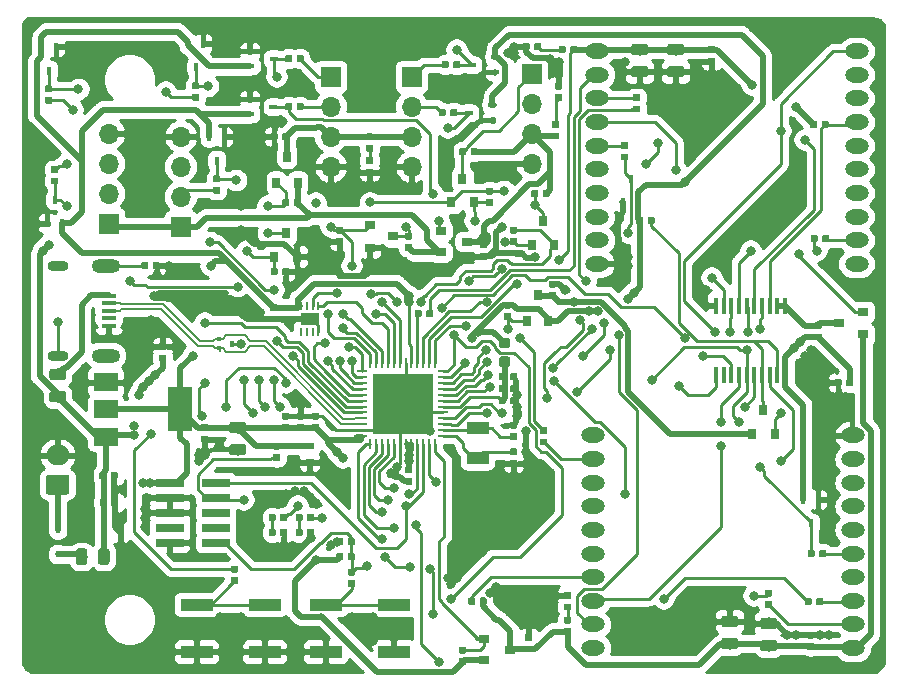
<source format=gbr>
G04 #@! TF.GenerationSoftware,KiCad,Pcbnew,(5.1.2)-1*
G04 #@! TF.CreationDate,2019-08-18T22:38:46+05:30*
G04 #@! TF.ProjectId,SAM21,53414d32-312e-46b6-9963-61645f706362,v1*
G04 #@! TF.SameCoordinates,Original*
G04 #@! TF.FileFunction,Copper,L1,Top*
G04 #@! TF.FilePolarity,Positive*
%FSLAX46Y46*%
G04 Gerber Fmt 4.6, Leading zero omitted, Abs format (unit mm)*
G04 Created by KiCad (PCBNEW (5.1.2)-1) date 2019-08-18 22:38:46*
%MOMM*%
%LPD*%
G04 APERTURE LIST*
%ADD10O,2.000000X1.300000*%
%ADD11O,2.000000X1.700000*%
%ADD12C,0.100000*%
%ADD13C,1.700000*%
%ADD14R,0.450000X1.450000*%
%ADD15R,1.900000X1.100000*%
%ADD16O,1.800000X0.900000*%
%ADD17O,2.400000X1.200000*%
%ADD18R,1.300000X0.450000*%
%ADD19R,0.650000X0.950000*%
%ADD20R,0.950000X0.650000*%
%ADD21R,0.260000X0.840000*%
%ADD22R,0.840000X0.260000*%
%ADD23R,5.150000X5.150000*%
%ADD24R,2.400000X0.740000*%
%ADD25R,2.750000X1.000000*%
%ADD26R,1.524000X1.016000*%
%ADD27R,0.250000X0.750000*%
%ADD28R,0.450000X0.500000*%
%ADD29R,0.450000X0.400000*%
%ADD30R,2.000000X1.500000*%
%ADD31R,2.000000X3.800000*%
%ADD32C,0.590000*%
%ADD33R,0.800000X0.900000*%
%ADD34R,0.900000X0.800000*%
%ADD35C,0.875000*%
%ADD36O,1.700000X1.700000*%
%ADD37R,1.700000X1.700000*%
%ADD38C,0.975000*%
%ADD39R,0.700000X0.450000*%
%ADD40R,0.450000X0.700000*%
%ADD41R,0.700000X0.600000*%
%ADD42R,0.600000X0.700000*%
%ADD43R,0.450000X0.600000*%
%ADD44C,0.800000*%
%ADD45C,0.250000*%
%ADD46C,0.500000*%
%ADD47C,0.200000*%
%ADD48C,0.254000*%
G04 APERTURE END LIST*
D10*
X155878000Y-90026000D03*
X177878000Y-90026000D03*
X155878000Y-88026000D03*
X177878000Y-88026000D03*
X155878000Y-86026000D03*
X177878000Y-86026000D03*
X155878000Y-84026000D03*
X177878000Y-84026000D03*
X155878000Y-82026000D03*
X177878000Y-82026000D03*
X155878000Y-80026000D03*
X177878000Y-80026000D03*
X155878000Y-78026000D03*
X177878000Y-78026000D03*
X155878000Y-76026000D03*
X177878000Y-76026000D03*
X155878000Y-74026000D03*
X177878000Y-74026000D03*
X155878000Y-72026000D03*
X177878000Y-72026000D03*
D11*
X110236000Y-106212000D03*
D12*
G36*
X111010504Y-107863204D02*
G01*
X111034773Y-107866804D01*
X111058571Y-107872765D01*
X111081671Y-107881030D01*
X111103849Y-107891520D01*
X111124893Y-107904133D01*
X111144598Y-107918747D01*
X111162777Y-107935223D01*
X111179253Y-107953402D01*
X111193867Y-107973107D01*
X111206480Y-107994151D01*
X111216970Y-108016329D01*
X111225235Y-108039429D01*
X111231196Y-108063227D01*
X111234796Y-108087496D01*
X111236000Y-108112000D01*
X111236000Y-109312000D01*
X111234796Y-109336504D01*
X111231196Y-109360773D01*
X111225235Y-109384571D01*
X111216970Y-109407671D01*
X111206480Y-109429849D01*
X111193867Y-109450893D01*
X111179253Y-109470598D01*
X111162777Y-109488777D01*
X111144598Y-109505253D01*
X111124893Y-109519867D01*
X111103849Y-109532480D01*
X111081671Y-109542970D01*
X111058571Y-109551235D01*
X111034773Y-109557196D01*
X111010504Y-109560796D01*
X110986000Y-109562000D01*
X109486000Y-109562000D01*
X109461496Y-109560796D01*
X109437227Y-109557196D01*
X109413429Y-109551235D01*
X109390329Y-109542970D01*
X109368151Y-109532480D01*
X109347107Y-109519867D01*
X109327402Y-109505253D01*
X109309223Y-109488777D01*
X109292747Y-109470598D01*
X109278133Y-109450893D01*
X109265520Y-109429849D01*
X109255030Y-109407671D01*
X109246765Y-109384571D01*
X109240804Y-109360773D01*
X109237204Y-109336504D01*
X109236000Y-109312000D01*
X109236000Y-108112000D01*
X109237204Y-108087496D01*
X109240804Y-108063227D01*
X109246765Y-108039429D01*
X109255030Y-108016329D01*
X109265520Y-107994151D01*
X109278133Y-107973107D01*
X109292747Y-107953402D01*
X109309223Y-107935223D01*
X109327402Y-107918747D01*
X109347107Y-107904133D01*
X109368151Y-107891520D01*
X109390329Y-107881030D01*
X109413429Y-107872765D01*
X109437227Y-107866804D01*
X109461496Y-107863204D01*
X109486000Y-107862000D01*
X110986000Y-107862000D01*
X111010504Y-107863204D01*
X111010504Y-107863204D01*
G37*
D13*
X110236000Y-108712000D03*
D14*
X171835000Y-99470000D03*
X171185000Y-99470000D03*
X170535000Y-99470000D03*
X169885000Y-99470000D03*
X169235000Y-99470000D03*
X168585000Y-99470000D03*
X167935000Y-99470000D03*
X167285000Y-99470000D03*
X166635000Y-99470000D03*
X165985000Y-99470000D03*
X165985000Y-93570000D03*
X166635000Y-93570000D03*
X167285000Y-93570000D03*
X167935000Y-93570000D03*
X168585000Y-93570000D03*
X169235000Y-93570000D03*
X169885000Y-93570000D03*
X170535000Y-93570000D03*
X171185000Y-93570000D03*
X171835000Y-93570000D03*
D15*
X145796000Y-103926000D03*
X145796000Y-106426000D03*
D16*
X110280000Y-97790000D03*
X110280000Y-90170000D03*
D17*
X114300000Y-97790000D03*
X114300000Y-90170000D03*
D18*
X114554000Y-95280000D03*
X114554000Y-94630000D03*
X114554000Y-93980000D03*
X114554000Y-93330000D03*
X114554000Y-92710000D03*
D19*
X151791000Y-94826000D03*
X150876000Y-92626000D03*
X149961000Y-94826000D03*
X130556000Y-83142000D03*
X129641000Y-80942000D03*
X128726000Y-83142000D03*
D20*
X146347000Y-123597000D03*
X148547000Y-122682000D03*
X146347000Y-121767000D03*
X142664000Y-89053000D03*
X144864000Y-88138000D03*
X142664000Y-87223000D03*
D21*
X142196000Y-105289000D03*
X141696000Y-105289000D03*
X141196000Y-105289000D03*
X140696000Y-105289000D03*
X140196000Y-105289000D03*
X139696000Y-105289000D03*
X139196000Y-105289000D03*
X138696000Y-105289000D03*
X138196000Y-105289000D03*
X137696000Y-105289000D03*
X137196000Y-105289000D03*
X136696000Y-105289000D03*
D22*
X136011000Y-104604000D03*
X136011000Y-104104000D03*
X136011000Y-103604000D03*
X136011000Y-103104000D03*
X136011000Y-102604000D03*
X136011000Y-102104000D03*
X136011000Y-101604000D03*
X136011000Y-101104000D03*
X136011000Y-100604000D03*
X136011000Y-100104000D03*
X136011000Y-99604000D03*
X136011000Y-99104000D03*
D21*
X136696000Y-98419000D03*
X137196000Y-98419000D03*
X137696000Y-98419000D03*
X138196000Y-98419000D03*
X138696000Y-98419000D03*
X139196000Y-98419000D03*
X139696000Y-98419000D03*
X140196000Y-98419000D03*
X140696000Y-98419000D03*
X141196000Y-98419000D03*
X141696000Y-98419000D03*
X142196000Y-98419000D03*
D22*
X142881000Y-99104000D03*
X142881000Y-99604000D03*
X142881000Y-100104000D03*
X142881000Y-100604000D03*
X142881000Y-101104000D03*
X142881000Y-101604000D03*
X142881000Y-102104000D03*
X142881000Y-102604000D03*
X142881000Y-103104000D03*
X142881000Y-103604000D03*
X142881000Y-104104000D03*
X142881000Y-104604000D03*
D23*
X139446000Y-101854000D03*
D24*
X123616000Y-113620000D03*
X119716000Y-113620000D03*
X123616000Y-112350000D03*
X119716000Y-112350000D03*
X123616000Y-111080000D03*
X119716000Y-111080000D03*
X123616000Y-109810000D03*
X119716000Y-109810000D03*
X123616000Y-108540000D03*
X119716000Y-108540000D03*
D25*
X132924000Y-118872000D03*
X138684000Y-118872000D03*
X138684000Y-122872000D03*
X132924000Y-122872000D03*
X127762000Y-122872000D03*
X122002000Y-122872000D03*
X122002000Y-118872000D03*
X127762000Y-118872000D03*
D26*
X131568000Y-94658000D03*
D27*
X130818000Y-93558000D03*
X131318000Y-93558000D03*
X131818000Y-93558000D03*
X132318000Y-93558000D03*
X132318000Y-95758000D03*
X131818000Y-95758000D03*
X131318000Y-95758000D03*
X130818000Y-95758000D03*
D10*
X177546000Y-104554000D03*
X155546000Y-104554000D03*
X177546000Y-106554000D03*
X155546000Y-106554000D03*
X177546000Y-108554000D03*
X155546000Y-108554000D03*
X177546000Y-110554000D03*
X155546000Y-110554000D03*
X177546000Y-112554000D03*
X155546000Y-112554000D03*
X177546000Y-114554000D03*
X155546000Y-114554000D03*
X177546000Y-116554000D03*
X155546000Y-116554000D03*
X177546000Y-118554000D03*
X155546000Y-118554000D03*
X177546000Y-120554000D03*
X155546000Y-120554000D03*
X177546000Y-122554000D03*
X155546000Y-122554000D03*
D28*
X125035000Y-96774000D03*
D29*
X123885000Y-97174000D03*
X123885000Y-96374000D03*
D30*
X114300000Y-100048000D03*
X114300000Y-104648000D03*
X114300000Y-102348000D03*
D31*
X120600000Y-102348000D03*
D12*
G36*
X128731958Y-90358710D02*
G01*
X128746276Y-90360834D01*
X128760317Y-90364351D01*
X128773946Y-90369228D01*
X128787031Y-90375417D01*
X128799447Y-90382858D01*
X128811073Y-90391481D01*
X128821798Y-90401202D01*
X128831519Y-90411927D01*
X128840142Y-90423553D01*
X128847583Y-90435969D01*
X128853772Y-90449054D01*
X128858649Y-90462683D01*
X128862166Y-90476724D01*
X128864290Y-90491042D01*
X128865000Y-90505500D01*
X128865000Y-90850500D01*
X128864290Y-90864958D01*
X128862166Y-90879276D01*
X128858649Y-90893317D01*
X128853772Y-90906946D01*
X128847583Y-90920031D01*
X128840142Y-90932447D01*
X128831519Y-90944073D01*
X128821798Y-90954798D01*
X128811073Y-90964519D01*
X128799447Y-90973142D01*
X128787031Y-90980583D01*
X128773946Y-90986772D01*
X128760317Y-90991649D01*
X128746276Y-90995166D01*
X128731958Y-90997290D01*
X128717500Y-90998000D01*
X128422500Y-90998000D01*
X128408042Y-90997290D01*
X128393724Y-90995166D01*
X128379683Y-90991649D01*
X128366054Y-90986772D01*
X128352969Y-90980583D01*
X128340553Y-90973142D01*
X128328927Y-90964519D01*
X128318202Y-90954798D01*
X128308481Y-90944073D01*
X128299858Y-90932447D01*
X128292417Y-90920031D01*
X128286228Y-90906946D01*
X128281351Y-90893317D01*
X128277834Y-90879276D01*
X128275710Y-90864958D01*
X128275000Y-90850500D01*
X128275000Y-90505500D01*
X128275710Y-90491042D01*
X128277834Y-90476724D01*
X128281351Y-90462683D01*
X128286228Y-90449054D01*
X128292417Y-90435969D01*
X128299858Y-90423553D01*
X128308481Y-90411927D01*
X128318202Y-90401202D01*
X128328927Y-90391481D01*
X128340553Y-90382858D01*
X128352969Y-90375417D01*
X128366054Y-90369228D01*
X128379683Y-90364351D01*
X128393724Y-90360834D01*
X128408042Y-90358710D01*
X128422500Y-90358000D01*
X128717500Y-90358000D01*
X128731958Y-90358710D01*
X128731958Y-90358710D01*
G37*
D32*
X128570000Y-90678000D03*
D12*
G36*
X129701958Y-90358710D02*
G01*
X129716276Y-90360834D01*
X129730317Y-90364351D01*
X129743946Y-90369228D01*
X129757031Y-90375417D01*
X129769447Y-90382858D01*
X129781073Y-90391481D01*
X129791798Y-90401202D01*
X129801519Y-90411927D01*
X129810142Y-90423553D01*
X129817583Y-90435969D01*
X129823772Y-90449054D01*
X129828649Y-90462683D01*
X129832166Y-90476724D01*
X129834290Y-90491042D01*
X129835000Y-90505500D01*
X129835000Y-90850500D01*
X129834290Y-90864958D01*
X129832166Y-90879276D01*
X129828649Y-90893317D01*
X129823772Y-90906946D01*
X129817583Y-90920031D01*
X129810142Y-90932447D01*
X129801519Y-90944073D01*
X129791798Y-90954798D01*
X129781073Y-90964519D01*
X129769447Y-90973142D01*
X129757031Y-90980583D01*
X129743946Y-90986772D01*
X129730317Y-90991649D01*
X129716276Y-90995166D01*
X129701958Y-90997290D01*
X129687500Y-90998000D01*
X129392500Y-90998000D01*
X129378042Y-90997290D01*
X129363724Y-90995166D01*
X129349683Y-90991649D01*
X129336054Y-90986772D01*
X129322969Y-90980583D01*
X129310553Y-90973142D01*
X129298927Y-90964519D01*
X129288202Y-90954798D01*
X129278481Y-90944073D01*
X129269858Y-90932447D01*
X129262417Y-90920031D01*
X129256228Y-90906946D01*
X129251351Y-90893317D01*
X129247834Y-90879276D01*
X129245710Y-90864958D01*
X129245000Y-90850500D01*
X129245000Y-90505500D01*
X129245710Y-90491042D01*
X129247834Y-90476724D01*
X129251351Y-90462683D01*
X129256228Y-90449054D01*
X129262417Y-90435969D01*
X129269858Y-90423553D01*
X129278481Y-90411927D01*
X129288202Y-90401202D01*
X129298927Y-90391481D01*
X129310553Y-90382858D01*
X129322969Y-90375417D01*
X129336054Y-90369228D01*
X129349683Y-90364351D01*
X129363724Y-90360834D01*
X129378042Y-90358710D01*
X129392500Y-90358000D01*
X129687500Y-90358000D01*
X129701958Y-90358710D01*
X129701958Y-90358710D01*
G37*
D32*
X129540000Y-90678000D03*
D12*
G36*
X136838958Y-79946710D02*
G01*
X136853276Y-79948834D01*
X136867317Y-79952351D01*
X136880946Y-79957228D01*
X136894031Y-79963417D01*
X136906447Y-79970858D01*
X136918073Y-79979481D01*
X136928798Y-79989202D01*
X136938519Y-79999927D01*
X136947142Y-80011553D01*
X136954583Y-80023969D01*
X136960772Y-80037054D01*
X136965649Y-80050683D01*
X136969166Y-80064724D01*
X136971290Y-80079042D01*
X136972000Y-80093500D01*
X136972000Y-80388500D01*
X136971290Y-80402958D01*
X136969166Y-80417276D01*
X136965649Y-80431317D01*
X136960772Y-80444946D01*
X136954583Y-80458031D01*
X136947142Y-80470447D01*
X136938519Y-80482073D01*
X136928798Y-80492798D01*
X136918073Y-80502519D01*
X136906447Y-80511142D01*
X136894031Y-80518583D01*
X136880946Y-80524772D01*
X136867317Y-80529649D01*
X136853276Y-80533166D01*
X136838958Y-80535290D01*
X136824500Y-80536000D01*
X136479500Y-80536000D01*
X136465042Y-80535290D01*
X136450724Y-80533166D01*
X136436683Y-80529649D01*
X136423054Y-80524772D01*
X136409969Y-80518583D01*
X136397553Y-80511142D01*
X136385927Y-80502519D01*
X136375202Y-80492798D01*
X136365481Y-80482073D01*
X136356858Y-80470447D01*
X136349417Y-80458031D01*
X136343228Y-80444946D01*
X136338351Y-80431317D01*
X136334834Y-80417276D01*
X136332710Y-80402958D01*
X136332000Y-80388500D01*
X136332000Y-80093500D01*
X136332710Y-80079042D01*
X136334834Y-80064724D01*
X136338351Y-80050683D01*
X136343228Y-80037054D01*
X136349417Y-80023969D01*
X136356858Y-80011553D01*
X136365481Y-79999927D01*
X136375202Y-79989202D01*
X136385927Y-79979481D01*
X136397553Y-79970858D01*
X136409969Y-79963417D01*
X136423054Y-79957228D01*
X136436683Y-79952351D01*
X136450724Y-79948834D01*
X136465042Y-79946710D01*
X136479500Y-79946000D01*
X136824500Y-79946000D01*
X136838958Y-79946710D01*
X136838958Y-79946710D01*
G37*
D32*
X136652000Y-80241000D03*
D12*
G36*
X136838958Y-78976710D02*
G01*
X136853276Y-78978834D01*
X136867317Y-78982351D01*
X136880946Y-78987228D01*
X136894031Y-78993417D01*
X136906447Y-79000858D01*
X136918073Y-79009481D01*
X136928798Y-79019202D01*
X136938519Y-79029927D01*
X136947142Y-79041553D01*
X136954583Y-79053969D01*
X136960772Y-79067054D01*
X136965649Y-79080683D01*
X136969166Y-79094724D01*
X136971290Y-79109042D01*
X136972000Y-79123500D01*
X136972000Y-79418500D01*
X136971290Y-79432958D01*
X136969166Y-79447276D01*
X136965649Y-79461317D01*
X136960772Y-79474946D01*
X136954583Y-79488031D01*
X136947142Y-79500447D01*
X136938519Y-79512073D01*
X136928798Y-79522798D01*
X136918073Y-79532519D01*
X136906447Y-79541142D01*
X136894031Y-79548583D01*
X136880946Y-79554772D01*
X136867317Y-79559649D01*
X136853276Y-79563166D01*
X136838958Y-79565290D01*
X136824500Y-79566000D01*
X136479500Y-79566000D01*
X136465042Y-79565290D01*
X136450724Y-79563166D01*
X136436683Y-79559649D01*
X136423054Y-79554772D01*
X136409969Y-79548583D01*
X136397553Y-79541142D01*
X136385927Y-79532519D01*
X136375202Y-79522798D01*
X136365481Y-79512073D01*
X136356858Y-79500447D01*
X136349417Y-79488031D01*
X136343228Y-79474946D01*
X136338351Y-79461317D01*
X136334834Y-79447276D01*
X136332710Y-79432958D01*
X136332000Y-79418500D01*
X136332000Y-79123500D01*
X136332710Y-79109042D01*
X136334834Y-79094724D01*
X136338351Y-79080683D01*
X136343228Y-79067054D01*
X136349417Y-79053969D01*
X136356858Y-79041553D01*
X136365481Y-79029927D01*
X136375202Y-79019202D01*
X136385927Y-79009481D01*
X136397553Y-79000858D01*
X136409969Y-78993417D01*
X136423054Y-78987228D01*
X136436683Y-78982351D01*
X136450724Y-78978834D01*
X136465042Y-78976710D01*
X136479500Y-78976000D01*
X136824500Y-78976000D01*
X136838958Y-78976710D01*
X136838958Y-78976710D01*
G37*
D32*
X136652000Y-79271000D03*
D12*
G36*
X142955958Y-76896710D02*
G01*
X142970276Y-76898834D01*
X142984317Y-76902351D01*
X142997946Y-76907228D01*
X143011031Y-76913417D01*
X143023447Y-76920858D01*
X143035073Y-76929481D01*
X143045798Y-76939202D01*
X143055519Y-76949927D01*
X143064142Y-76961553D01*
X143071583Y-76973969D01*
X143077772Y-76987054D01*
X143082649Y-77000683D01*
X143086166Y-77014724D01*
X143088290Y-77029042D01*
X143089000Y-77043500D01*
X143089000Y-77388500D01*
X143088290Y-77402958D01*
X143086166Y-77417276D01*
X143082649Y-77431317D01*
X143077772Y-77444946D01*
X143071583Y-77458031D01*
X143064142Y-77470447D01*
X143055519Y-77482073D01*
X143045798Y-77492798D01*
X143035073Y-77502519D01*
X143023447Y-77511142D01*
X143011031Y-77518583D01*
X142997946Y-77524772D01*
X142984317Y-77529649D01*
X142970276Y-77533166D01*
X142955958Y-77535290D01*
X142941500Y-77536000D01*
X142646500Y-77536000D01*
X142632042Y-77535290D01*
X142617724Y-77533166D01*
X142603683Y-77529649D01*
X142590054Y-77524772D01*
X142576969Y-77518583D01*
X142564553Y-77511142D01*
X142552927Y-77502519D01*
X142542202Y-77492798D01*
X142532481Y-77482073D01*
X142523858Y-77470447D01*
X142516417Y-77458031D01*
X142510228Y-77444946D01*
X142505351Y-77431317D01*
X142501834Y-77417276D01*
X142499710Y-77402958D01*
X142499000Y-77388500D01*
X142499000Y-77043500D01*
X142499710Y-77029042D01*
X142501834Y-77014724D01*
X142505351Y-77000683D01*
X142510228Y-76987054D01*
X142516417Y-76973969D01*
X142523858Y-76961553D01*
X142532481Y-76949927D01*
X142542202Y-76939202D01*
X142552927Y-76929481D01*
X142564553Y-76920858D01*
X142576969Y-76913417D01*
X142590054Y-76907228D01*
X142603683Y-76902351D01*
X142617724Y-76898834D01*
X142632042Y-76896710D01*
X142646500Y-76896000D01*
X142941500Y-76896000D01*
X142955958Y-76896710D01*
X142955958Y-76896710D01*
G37*
D32*
X142794000Y-77216000D03*
D12*
G36*
X143925958Y-76896710D02*
G01*
X143940276Y-76898834D01*
X143954317Y-76902351D01*
X143967946Y-76907228D01*
X143981031Y-76913417D01*
X143993447Y-76920858D01*
X144005073Y-76929481D01*
X144015798Y-76939202D01*
X144025519Y-76949927D01*
X144034142Y-76961553D01*
X144041583Y-76973969D01*
X144047772Y-76987054D01*
X144052649Y-77000683D01*
X144056166Y-77014724D01*
X144058290Y-77029042D01*
X144059000Y-77043500D01*
X144059000Y-77388500D01*
X144058290Y-77402958D01*
X144056166Y-77417276D01*
X144052649Y-77431317D01*
X144047772Y-77444946D01*
X144041583Y-77458031D01*
X144034142Y-77470447D01*
X144025519Y-77482073D01*
X144015798Y-77492798D01*
X144005073Y-77502519D01*
X143993447Y-77511142D01*
X143981031Y-77518583D01*
X143967946Y-77524772D01*
X143954317Y-77529649D01*
X143940276Y-77533166D01*
X143925958Y-77535290D01*
X143911500Y-77536000D01*
X143616500Y-77536000D01*
X143602042Y-77535290D01*
X143587724Y-77533166D01*
X143573683Y-77529649D01*
X143560054Y-77524772D01*
X143546969Y-77518583D01*
X143534553Y-77511142D01*
X143522927Y-77502519D01*
X143512202Y-77492798D01*
X143502481Y-77482073D01*
X143493858Y-77470447D01*
X143486417Y-77458031D01*
X143480228Y-77444946D01*
X143475351Y-77431317D01*
X143471834Y-77417276D01*
X143469710Y-77402958D01*
X143469000Y-77388500D01*
X143469000Y-77043500D01*
X143469710Y-77029042D01*
X143471834Y-77014724D01*
X143475351Y-77000683D01*
X143480228Y-76987054D01*
X143486417Y-76973969D01*
X143493858Y-76961553D01*
X143502481Y-76949927D01*
X143512202Y-76939202D01*
X143522927Y-76929481D01*
X143534553Y-76920858D01*
X143546969Y-76913417D01*
X143560054Y-76907228D01*
X143573683Y-76902351D01*
X143587724Y-76898834D01*
X143602042Y-76896710D01*
X143616500Y-76896000D01*
X143911500Y-76896000D01*
X143925958Y-76896710D01*
X143925958Y-76896710D01*
G37*
D32*
X143764000Y-77216000D03*
D12*
G36*
X143209958Y-72832710D02*
G01*
X143224276Y-72834834D01*
X143238317Y-72838351D01*
X143251946Y-72843228D01*
X143265031Y-72849417D01*
X143277447Y-72856858D01*
X143289073Y-72865481D01*
X143299798Y-72875202D01*
X143309519Y-72885927D01*
X143318142Y-72897553D01*
X143325583Y-72909969D01*
X143331772Y-72923054D01*
X143336649Y-72936683D01*
X143340166Y-72950724D01*
X143342290Y-72965042D01*
X143343000Y-72979500D01*
X143343000Y-73324500D01*
X143342290Y-73338958D01*
X143340166Y-73353276D01*
X143336649Y-73367317D01*
X143331772Y-73380946D01*
X143325583Y-73394031D01*
X143318142Y-73406447D01*
X143309519Y-73418073D01*
X143299798Y-73428798D01*
X143289073Y-73438519D01*
X143277447Y-73447142D01*
X143265031Y-73454583D01*
X143251946Y-73460772D01*
X143238317Y-73465649D01*
X143224276Y-73469166D01*
X143209958Y-73471290D01*
X143195500Y-73472000D01*
X142900500Y-73472000D01*
X142886042Y-73471290D01*
X142871724Y-73469166D01*
X142857683Y-73465649D01*
X142844054Y-73460772D01*
X142830969Y-73454583D01*
X142818553Y-73447142D01*
X142806927Y-73438519D01*
X142796202Y-73428798D01*
X142786481Y-73418073D01*
X142777858Y-73406447D01*
X142770417Y-73394031D01*
X142764228Y-73380946D01*
X142759351Y-73367317D01*
X142755834Y-73353276D01*
X142753710Y-73338958D01*
X142753000Y-73324500D01*
X142753000Y-72979500D01*
X142753710Y-72965042D01*
X142755834Y-72950724D01*
X142759351Y-72936683D01*
X142764228Y-72923054D01*
X142770417Y-72909969D01*
X142777858Y-72897553D01*
X142786481Y-72885927D01*
X142796202Y-72875202D01*
X142806927Y-72865481D01*
X142818553Y-72856858D01*
X142830969Y-72849417D01*
X142844054Y-72843228D01*
X142857683Y-72838351D01*
X142871724Y-72834834D01*
X142886042Y-72832710D01*
X142900500Y-72832000D01*
X143195500Y-72832000D01*
X143209958Y-72832710D01*
X143209958Y-72832710D01*
G37*
D32*
X143048000Y-73152000D03*
D12*
G36*
X144179958Y-72832710D02*
G01*
X144194276Y-72834834D01*
X144208317Y-72838351D01*
X144221946Y-72843228D01*
X144235031Y-72849417D01*
X144247447Y-72856858D01*
X144259073Y-72865481D01*
X144269798Y-72875202D01*
X144279519Y-72885927D01*
X144288142Y-72897553D01*
X144295583Y-72909969D01*
X144301772Y-72923054D01*
X144306649Y-72936683D01*
X144310166Y-72950724D01*
X144312290Y-72965042D01*
X144313000Y-72979500D01*
X144313000Y-73324500D01*
X144312290Y-73338958D01*
X144310166Y-73353276D01*
X144306649Y-73367317D01*
X144301772Y-73380946D01*
X144295583Y-73394031D01*
X144288142Y-73406447D01*
X144279519Y-73418073D01*
X144269798Y-73428798D01*
X144259073Y-73438519D01*
X144247447Y-73447142D01*
X144235031Y-73454583D01*
X144221946Y-73460772D01*
X144208317Y-73465649D01*
X144194276Y-73469166D01*
X144179958Y-73471290D01*
X144165500Y-73472000D01*
X143870500Y-73472000D01*
X143856042Y-73471290D01*
X143841724Y-73469166D01*
X143827683Y-73465649D01*
X143814054Y-73460772D01*
X143800969Y-73454583D01*
X143788553Y-73447142D01*
X143776927Y-73438519D01*
X143766202Y-73428798D01*
X143756481Y-73418073D01*
X143747858Y-73406447D01*
X143740417Y-73394031D01*
X143734228Y-73380946D01*
X143729351Y-73367317D01*
X143725834Y-73353276D01*
X143723710Y-73338958D01*
X143723000Y-73324500D01*
X143723000Y-72979500D01*
X143723710Y-72965042D01*
X143725834Y-72950724D01*
X143729351Y-72936683D01*
X143734228Y-72923054D01*
X143740417Y-72909969D01*
X143747858Y-72897553D01*
X143756481Y-72885927D01*
X143766202Y-72875202D01*
X143776927Y-72865481D01*
X143788553Y-72856858D01*
X143800969Y-72849417D01*
X143814054Y-72843228D01*
X143827683Y-72838351D01*
X143841724Y-72834834D01*
X143856042Y-72832710D01*
X143870500Y-72832000D01*
X144165500Y-72832000D01*
X144179958Y-72832710D01*
X144179958Y-72832710D01*
G37*
D32*
X144018000Y-73152000D03*
D12*
G36*
X129701958Y-84516710D02*
G01*
X129716276Y-84518834D01*
X129730317Y-84522351D01*
X129743946Y-84527228D01*
X129757031Y-84533417D01*
X129769447Y-84540858D01*
X129781073Y-84549481D01*
X129791798Y-84559202D01*
X129801519Y-84569927D01*
X129810142Y-84581553D01*
X129817583Y-84593969D01*
X129823772Y-84607054D01*
X129828649Y-84620683D01*
X129832166Y-84634724D01*
X129834290Y-84649042D01*
X129835000Y-84663500D01*
X129835000Y-85008500D01*
X129834290Y-85022958D01*
X129832166Y-85037276D01*
X129828649Y-85051317D01*
X129823772Y-85064946D01*
X129817583Y-85078031D01*
X129810142Y-85090447D01*
X129801519Y-85102073D01*
X129791798Y-85112798D01*
X129781073Y-85122519D01*
X129769447Y-85131142D01*
X129757031Y-85138583D01*
X129743946Y-85144772D01*
X129730317Y-85149649D01*
X129716276Y-85153166D01*
X129701958Y-85155290D01*
X129687500Y-85156000D01*
X129392500Y-85156000D01*
X129378042Y-85155290D01*
X129363724Y-85153166D01*
X129349683Y-85149649D01*
X129336054Y-85144772D01*
X129322969Y-85138583D01*
X129310553Y-85131142D01*
X129298927Y-85122519D01*
X129288202Y-85112798D01*
X129278481Y-85102073D01*
X129269858Y-85090447D01*
X129262417Y-85078031D01*
X129256228Y-85064946D01*
X129251351Y-85051317D01*
X129247834Y-85037276D01*
X129245710Y-85022958D01*
X129245000Y-85008500D01*
X129245000Y-84663500D01*
X129245710Y-84649042D01*
X129247834Y-84634724D01*
X129251351Y-84620683D01*
X129256228Y-84607054D01*
X129262417Y-84593969D01*
X129269858Y-84581553D01*
X129278481Y-84569927D01*
X129288202Y-84559202D01*
X129298927Y-84549481D01*
X129310553Y-84540858D01*
X129322969Y-84533417D01*
X129336054Y-84527228D01*
X129349683Y-84522351D01*
X129363724Y-84518834D01*
X129378042Y-84516710D01*
X129392500Y-84516000D01*
X129687500Y-84516000D01*
X129701958Y-84516710D01*
X129701958Y-84516710D01*
G37*
D32*
X129540000Y-84836000D03*
D12*
G36*
X130671958Y-84516710D02*
G01*
X130686276Y-84518834D01*
X130700317Y-84522351D01*
X130713946Y-84527228D01*
X130727031Y-84533417D01*
X130739447Y-84540858D01*
X130751073Y-84549481D01*
X130761798Y-84559202D01*
X130771519Y-84569927D01*
X130780142Y-84581553D01*
X130787583Y-84593969D01*
X130793772Y-84607054D01*
X130798649Y-84620683D01*
X130802166Y-84634724D01*
X130804290Y-84649042D01*
X130805000Y-84663500D01*
X130805000Y-85008500D01*
X130804290Y-85022958D01*
X130802166Y-85037276D01*
X130798649Y-85051317D01*
X130793772Y-85064946D01*
X130787583Y-85078031D01*
X130780142Y-85090447D01*
X130771519Y-85102073D01*
X130761798Y-85112798D01*
X130751073Y-85122519D01*
X130739447Y-85131142D01*
X130727031Y-85138583D01*
X130713946Y-85144772D01*
X130700317Y-85149649D01*
X130686276Y-85153166D01*
X130671958Y-85155290D01*
X130657500Y-85156000D01*
X130362500Y-85156000D01*
X130348042Y-85155290D01*
X130333724Y-85153166D01*
X130319683Y-85149649D01*
X130306054Y-85144772D01*
X130292969Y-85138583D01*
X130280553Y-85131142D01*
X130268927Y-85122519D01*
X130258202Y-85112798D01*
X130248481Y-85102073D01*
X130239858Y-85090447D01*
X130232417Y-85078031D01*
X130226228Y-85064946D01*
X130221351Y-85051317D01*
X130217834Y-85037276D01*
X130215710Y-85022958D01*
X130215000Y-85008500D01*
X130215000Y-84663500D01*
X130215710Y-84649042D01*
X130217834Y-84634724D01*
X130221351Y-84620683D01*
X130226228Y-84607054D01*
X130232417Y-84593969D01*
X130239858Y-84581553D01*
X130248481Y-84569927D01*
X130258202Y-84559202D01*
X130268927Y-84549481D01*
X130280553Y-84540858D01*
X130292969Y-84533417D01*
X130306054Y-84527228D01*
X130319683Y-84522351D01*
X130333724Y-84518834D01*
X130348042Y-84516710D01*
X130362500Y-84516000D01*
X130657500Y-84516000D01*
X130671958Y-84516710D01*
X130671958Y-84516710D01*
G37*
D32*
X130510000Y-84836000D03*
D12*
G36*
X130925958Y-76388710D02*
G01*
X130940276Y-76390834D01*
X130954317Y-76394351D01*
X130967946Y-76399228D01*
X130981031Y-76405417D01*
X130993447Y-76412858D01*
X131005073Y-76421481D01*
X131015798Y-76431202D01*
X131025519Y-76441927D01*
X131034142Y-76453553D01*
X131041583Y-76465969D01*
X131047772Y-76479054D01*
X131052649Y-76492683D01*
X131056166Y-76506724D01*
X131058290Y-76521042D01*
X131059000Y-76535500D01*
X131059000Y-76880500D01*
X131058290Y-76894958D01*
X131056166Y-76909276D01*
X131052649Y-76923317D01*
X131047772Y-76936946D01*
X131041583Y-76950031D01*
X131034142Y-76962447D01*
X131025519Y-76974073D01*
X131015798Y-76984798D01*
X131005073Y-76994519D01*
X130993447Y-77003142D01*
X130981031Y-77010583D01*
X130967946Y-77016772D01*
X130954317Y-77021649D01*
X130940276Y-77025166D01*
X130925958Y-77027290D01*
X130911500Y-77028000D01*
X130616500Y-77028000D01*
X130602042Y-77027290D01*
X130587724Y-77025166D01*
X130573683Y-77021649D01*
X130560054Y-77016772D01*
X130546969Y-77010583D01*
X130534553Y-77003142D01*
X130522927Y-76994519D01*
X130512202Y-76984798D01*
X130502481Y-76974073D01*
X130493858Y-76962447D01*
X130486417Y-76950031D01*
X130480228Y-76936946D01*
X130475351Y-76923317D01*
X130471834Y-76909276D01*
X130469710Y-76894958D01*
X130469000Y-76880500D01*
X130469000Y-76535500D01*
X130469710Y-76521042D01*
X130471834Y-76506724D01*
X130475351Y-76492683D01*
X130480228Y-76479054D01*
X130486417Y-76465969D01*
X130493858Y-76453553D01*
X130502481Y-76441927D01*
X130512202Y-76431202D01*
X130522927Y-76421481D01*
X130534553Y-76412858D01*
X130546969Y-76405417D01*
X130560054Y-76399228D01*
X130573683Y-76394351D01*
X130587724Y-76390834D01*
X130602042Y-76388710D01*
X130616500Y-76388000D01*
X130911500Y-76388000D01*
X130925958Y-76388710D01*
X130925958Y-76388710D01*
G37*
D32*
X130764000Y-76708000D03*
D12*
G36*
X129955958Y-76388710D02*
G01*
X129970276Y-76390834D01*
X129984317Y-76394351D01*
X129997946Y-76399228D01*
X130011031Y-76405417D01*
X130023447Y-76412858D01*
X130035073Y-76421481D01*
X130045798Y-76431202D01*
X130055519Y-76441927D01*
X130064142Y-76453553D01*
X130071583Y-76465969D01*
X130077772Y-76479054D01*
X130082649Y-76492683D01*
X130086166Y-76506724D01*
X130088290Y-76521042D01*
X130089000Y-76535500D01*
X130089000Y-76880500D01*
X130088290Y-76894958D01*
X130086166Y-76909276D01*
X130082649Y-76923317D01*
X130077772Y-76936946D01*
X130071583Y-76950031D01*
X130064142Y-76962447D01*
X130055519Y-76974073D01*
X130045798Y-76984798D01*
X130035073Y-76994519D01*
X130023447Y-77003142D01*
X130011031Y-77010583D01*
X129997946Y-77016772D01*
X129984317Y-77021649D01*
X129970276Y-77025166D01*
X129955958Y-77027290D01*
X129941500Y-77028000D01*
X129646500Y-77028000D01*
X129632042Y-77027290D01*
X129617724Y-77025166D01*
X129603683Y-77021649D01*
X129590054Y-77016772D01*
X129576969Y-77010583D01*
X129564553Y-77003142D01*
X129552927Y-76994519D01*
X129542202Y-76984798D01*
X129532481Y-76974073D01*
X129523858Y-76962447D01*
X129516417Y-76950031D01*
X129510228Y-76936946D01*
X129505351Y-76923317D01*
X129501834Y-76909276D01*
X129499710Y-76894958D01*
X129499000Y-76880500D01*
X129499000Y-76535500D01*
X129499710Y-76521042D01*
X129501834Y-76506724D01*
X129505351Y-76492683D01*
X129510228Y-76479054D01*
X129516417Y-76465969D01*
X129523858Y-76453553D01*
X129532481Y-76441927D01*
X129542202Y-76431202D01*
X129552927Y-76421481D01*
X129564553Y-76412858D01*
X129576969Y-76405417D01*
X129590054Y-76399228D01*
X129603683Y-76394351D01*
X129617724Y-76390834D01*
X129632042Y-76388710D01*
X129646500Y-76388000D01*
X129941500Y-76388000D01*
X129955958Y-76388710D01*
X129955958Y-76388710D01*
G37*
D32*
X129794000Y-76708000D03*
D12*
G36*
X130925958Y-72324710D02*
G01*
X130940276Y-72326834D01*
X130954317Y-72330351D01*
X130967946Y-72335228D01*
X130981031Y-72341417D01*
X130993447Y-72348858D01*
X131005073Y-72357481D01*
X131015798Y-72367202D01*
X131025519Y-72377927D01*
X131034142Y-72389553D01*
X131041583Y-72401969D01*
X131047772Y-72415054D01*
X131052649Y-72428683D01*
X131056166Y-72442724D01*
X131058290Y-72457042D01*
X131059000Y-72471500D01*
X131059000Y-72816500D01*
X131058290Y-72830958D01*
X131056166Y-72845276D01*
X131052649Y-72859317D01*
X131047772Y-72872946D01*
X131041583Y-72886031D01*
X131034142Y-72898447D01*
X131025519Y-72910073D01*
X131015798Y-72920798D01*
X131005073Y-72930519D01*
X130993447Y-72939142D01*
X130981031Y-72946583D01*
X130967946Y-72952772D01*
X130954317Y-72957649D01*
X130940276Y-72961166D01*
X130925958Y-72963290D01*
X130911500Y-72964000D01*
X130616500Y-72964000D01*
X130602042Y-72963290D01*
X130587724Y-72961166D01*
X130573683Y-72957649D01*
X130560054Y-72952772D01*
X130546969Y-72946583D01*
X130534553Y-72939142D01*
X130522927Y-72930519D01*
X130512202Y-72920798D01*
X130502481Y-72910073D01*
X130493858Y-72898447D01*
X130486417Y-72886031D01*
X130480228Y-72872946D01*
X130475351Y-72859317D01*
X130471834Y-72845276D01*
X130469710Y-72830958D01*
X130469000Y-72816500D01*
X130469000Y-72471500D01*
X130469710Y-72457042D01*
X130471834Y-72442724D01*
X130475351Y-72428683D01*
X130480228Y-72415054D01*
X130486417Y-72401969D01*
X130493858Y-72389553D01*
X130502481Y-72377927D01*
X130512202Y-72367202D01*
X130522927Y-72357481D01*
X130534553Y-72348858D01*
X130546969Y-72341417D01*
X130560054Y-72335228D01*
X130573683Y-72330351D01*
X130587724Y-72326834D01*
X130602042Y-72324710D01*
X130616500Y-72324000D01*
X130911500Y-72324000D01*
X130925958Y-72324710D01*
X130925958Y-72324710D01*
G37*
D32*
X130764000Y-72644000D03*
D12*
G36*
X129955958Y-72324710D02*
G01*
X129970276Y-72326834D01*
X129984317Y-72330351D01*
X129997946Y-72335228D01*
X130011031Y-72341417D01*
X130023447Y-72348858D01*
X130035073Y-72357481D01*
X130045798Y-72367202D01*
X130055519Y-72377927D01*
X130064142Y-72389553D01*
X130071583Y-72401969D01*
X130077772Y-72415054D01*
X130082649Y-72428683D01*
X130086166Y-72442724D01*
X130088290Y-72457042D01*
X130089000Y-72471500D01*
X130089000Y-72816500D01*
X130088290Y-72830958D01*
X130086166Y-72845276D01*
X130082649Y-72859317D01*
X130077772Y-72872946D01*
X130071583Y-72886031D01*
X130064142Y-72898447D01*
X130055519Y-72910073D01*
X130045798Y-72920798D01*
X130035073Y-72930519D01*
X130023447Y-72939142D01*
X130011031Y-72946583D01*
X129997946Y-72952772D01*
X129984317Y-72957649D01*
X129970276Y-72961166D01*
X129955958Y-72963290D01*
X129941500Y-72964000D01*
X129646500Y-72964000D01*
X129632042Y-72963290D01*
X129617724Y-72961166D01*
X129603683Y-72957649D01*
X129590054Y-72952772D01*
X129576969Y-72946583D01*
X129564553Y-72939142D01*
X129552927Y-72930519D01*
X129542202Y-72920798D01*
X129532481Y-72910073D01*
X129523858Y-72898447D01*
X129516417Y-72886031D01*
X129510228Y-72872946D01*
X129505351Y-72859317D01*
X129501834Y-72845276D01*
X129499710Y-72830958D01*
X129499000Y-72816500D01*
X129499000Y-72471500D01*
X129499710Y-72457042D01*
X129501834Y-72442724D01*
X129505351Y-72428683D01*
X129510228Y-72415054D01*
X129516417Y-72401969D01*
X129523858Y-72389553D01*
X129532481Y-72377927D01*
X129542202Y-72367202D01*
X129552927Y-72357481D01*
X129564553Y-72348858D01*
X129576969Y-72341417D01*
X129590054Y-72335228D01*
X129603683Y-72330351D01*
X129617724Y-72326834D01*
X129632042Y-72324710D01*
X129646500Y-72324000D01*
X129941500Y-72324000D01*
X129955958Y-72324710D01*
X129955958Y-72324710D01*
G37*
D32*
X129794000Y-72644000D03*
D12*
G36*
X134298958Y-86873710D02*
G01*
X134313276Y-86875834D01*
X134327317Y-86879351D01*
X134340946Y-86884228D01*
X134354031Y-86890417D01*
X134366447Y-86897858D01*
X134378073Y-86906481D01*
X134388798Y-86916202D01*
X134398519Y-86926927D01*
X134407142Y-86938553D01*
X134414583Y-86950969D01*
X134420772Y-86964054D01*
X134425649Y-86977683D01*
X134429166Y-86991724D01*
X134431290Y-87006042D01*
X134432000Y-87020500D01*
X134432000Y-87315500D01*
X134431290Y-87329958D01*
X134429166Y-87344276D01*
X134425649Y-87358317D01*
X134420772Y-87371946D01*
X134414583Y-87385031D01*
X134407142Y-87397447D01*
X134398519Y-87409073D01*
X134388798Y-87419798D01*
X134378073Y-87429519D01*
X134366447Y-87438142D01*
X134354031Y-87445583D01*
X134340946Y-87451772D01*
X134327317Y-87456649D01*
X134313276Y-87460166D01*
X134298958Y-87462290D01*
X134284500Y-87463000D01*
X133939500Y-87463000D01*
X133925042Y-87462290D01*
X133910724Y-87460166D01*
X133896683Y-87456649D01*
X133883054Y-87451772D01*
X133869969Y-87445583D01*
X133857553Y-87438142D01*
X133845927Y-87429519D01*
X133835202Y-87419798D01*
X133825481Y-87409073D01*
X133816858Y-87397447D01*
X133809417Y-87385031D01*
X133803228Y-87371946D01*
X133798351Y-87358317D01*
X133794834Y-87344276D01*
X133792710Y-87329958D01*
X133792000Y-87315500D01*
X133792000Y-87020500D01*
X133792710Y-87006042D01*
X133794834Y-86991724D01*
X133798351Y-86977683D01*
X133803228Y-86964054D01*
X133809417Y-86950969D01*
X133816858Y-86938553D01*
X133825481Y-86926927D01*
X133835202Y-86916202D01*
X133845927Y-86906481D01*
X133857553Y-86897858D01*
X133869969Y-86890417D01*
X133883054Y-86884228D01*
X133896683Y-86879351D01*
X133910724Y-86875834D01*
X133925042Y-86873710D01*
X133939500Y-86873000D01*
X134284500Y-86873000D01*
X134298958Y-86873710D01*
X134298958Y-86873710D01*
G37*
D32*
X134112000Y-87168000D03*
D12*
G36*
X134298958Y-87843710D02*
G01*
X134313276Y-87845834D01*
X134327317Y-87849351D01*
X134340946Y-87854228D01*
X134354031Y-87860417D01*
X134366447Y-87867858D01*
X134378073Y-87876481D01*
X134388798Y-87886202D01*
X134398519Y-87896927D01*
X134407142Y-87908553D01*
X134414583Y-87920969D01*
X134420772Y-87934054D01*
X134425649Y-87947683D01*
X134429166Y-87961724D01*
X134431290Y-87976042D01*
X134432000Y-87990500D01*
X134432000Y-88285500D01*
X134431290Y-88299958D01*
X134429166Y-88314276D01*
X134425649Y-88328317D01*
X134420772Y-88341946D01*
X134414583Y-88355031D01*
X134407142Y-88367447D01*
X134398519Y-88379073D01*
X134388798Y-88389798D01*
X134378073Y-88399519D01*
X134366447Y-88408142D01*
X134354031Y-88415583D01*
X134340946Y-88421772D01*
X134327317Y-88426649D01*
X134313276Y-88430166D01*
X134298958Y-88432290D01*
X134284500Y-88433000D01*
X133939500Y-88433000D01*
X133925042Y-88432290D01*
X133910724Y-88430166D01*
X133896683Y-88426649D01*
X133883054Y-88421772D01*
X133869969Y-88415583D01*
X133857553Y-88408142D01*
X133845927Y-88399519D01*
X133835202Y-88389798D01*
X133825481Y-88379073D01*
X133816858Y-88367447D01*
X133809417Y-88355031D01*
X133803228Y-88341946D01*
X133798351Y-88328317D01*
X133794834Y-88314276D01*
X133792710Y-88299958D01*
X133792000Y-88285500D01*
X133792000Y-87990500D01*
X133792710Y-87976042D01*
X133794834Y-87961724D01*
X133798351Y-87947683D01*
X133803228Y-87934054D01*
X133809417Y-87920969D01*
X133816858Y-87908553D01*
X133825481Y-87896927D01*
X133835202Y-87886202D01*
X133845927Y-87876481D01*
X133857553Y-87867858D01*
X133869969Y-87860417D01*
X133883054Y-87854228D01*
X133896683Y-87849351D01*
X133910724Y-87845834D01*
X133925042Y-87843710D01*
X133939500Y-87843000D01*
X134284500Y-87843000D01*
X134298958Y-87843710D01*
X134298958Y-87843710D01*
G37*
D32*
X134112000Y-88138000D03*
D12*
G36*
X152586958Y-77937710D02*
G01*
X152601276Y-77939834D01*
X152615317Y-77943351D01*
X152628946Y-77948228D01*
X152642031Y-77954417D01*
X152654447Y-77961858D01*
X152666073Y-77970481D01*
X152676798Y-77980202D01*
X152686519Y-77990927D01*
X152695142Y-78002553D01*
X152702583Y-78014969D01*
X152708772Y-78028054D01*
X152713649Y-78041683D01*
X152717166Y-78055724D01*
X152719290Y-78070042D01*
X152720000Y-78084500D01*
X152720000Y-78379500D01*
X152719290Y-78393958D01*
X152717166Y-78408276D01*
X152713649Y-78422317D01*
X152708772Y-78435946D01*
X152702583Y-78449031D01*
X152695142Y-78461447D01*
X152686519Y-78473073D01*
X152676798Y-78483798D01*
X152666073Y-78493519D01*
X152654447Y-78502142D01*
X152642031Y-78509583D01*
X152628946Y-78515772D01*
X152615317Y-78520649D01*
X152601276Y-78524166D01*
X152586958Y-78526290D01*
X152572500Y-78527000D01*
X152227500Y-78527000D01*
X152213042Y-78526290D01*
X152198724Y-78524166D01*
X152184683Y-78520649D01*
X152171054Y-78515772D01*
X152157969Y-78509583D01*
X152145553Y-78502142D01*
X152133927Y-78493519D01*
X152123202Y-78483798D01*
X152113481Y-78473073D01*
X152104858Y-78461447D01*
X152097417Y-78449031D01*
X152091228Y-78435946D01*
X152086351Y-78422317D01*
X152082834Y-78408276D01*
X152080710Y-78393958D01*
X152080000Y-78379500D01*
X152080000Y-78084500D01*
X152080710Y-78070042D01*
X152082834Y-78055724D01*
X152086351Y-78041683D01*
X152091228Y-78028054D01*
X152097417Y-78014969D01*
X152104858Y-78002553D01*
X152113481Y-77990927D01*
X152123202Y-77980202D01*
X152133927Y-77970481D01*
X152145553Y-77961858D01*
X152157969Y-77954417D01*
X152171054Y-77948228D01*
X152184683Y-77943351D01*
X152198724Y-77939834D01*
X152213042Y-77937710D01*
X152227500Y-77937000D01*
X152572500Y-77937000D01*
X152586958Y-77937710D01*
X152586958Y-77937710D01*
G37*
D32*
X152400000Y-78232000D03*
D12*
G36*
X152586958Y-78907710D02*
G01*
X152601276Y-78909834D01*
X152615317Y-78913351D01*
X152628946Y-78918228D01*
X152642031Y-78924417D01*
X152654447Y-78931858D01*
X152666073Y-78940481D01*
X152676798Y-78950202D01*
X152686519Y-78960927D01*
X152695142Y-78972553D01*
X152702583Y-78984969D01*
X152708772Y-78998054D01*
X152713649Y-79011683D01*
X152717166Y-79025724D01*
X152719290Y-79040042D01*
X152720000Y-79054500D01*
X152720000Y-79349500D01*
X152719290Y-79363958D01*
X152717166Y-79378276D01*
X152713649Y-79392317D01*
X152708772Y-79405946D01*
X152702583Y-79419031D01*
X152695142Y-79431447D01*
X152686519Y-79443073D01*
X152676798Y-79453798D01*
X152666073Y-79463519D01*
X152654447Y-79472142D01*
X152642031Y-79479583D01*
X152628946Y-79485772D01*
X152615317Y-79490649D01*
X152601276Y-79494166D01*
X152586958Y-79496290D01*
X152572500Y-79497000D01*
X152227500Y-79497000D01*
X152213042Y-79496290D01*
X152198724Y-79494166D01*
X152184683Y-79490649D01*
X152171054Y-79485772D01*
X152157969Y-79479583D01*
X152145553Y-79472142D01*
X152133927Y-79463519D01*
X152123202Y-79453798D01*
X152113481Y-79443073D01*
X152104858Y-79431447D01*
X152097417Y-79419031D01*
X152091228Y-79405946D01*
X152086351Y-79392317D01*
X152082834Y-79378276D01*
X152080710Y-79363958D01*
X152080000Y-79349500D01*
X152080000Y-79054500D01*
X152080710Y-79040042D01*
X152082834Y-79025724D01*
X152086351Y-79011683D01*
X152091228Y-78998054D01*
X152097417Y-78984969D01*
X152104858Y-78972553D01*
X152113481Y-78960927D01*
X152123202Y-78950202D01*
X152133927Y-78940481D01*
X152145553Y-78931858D01*
X152157969Y-78924417D01*
X152171054Y-78918228D01*
X152184683Y-78913351D01*
X152198724Y-78909834D01*
X152213042Y-78907710D01*
X152227500Y-78907000D01*
X152572500Y-78907000D01*
X152586958Y-78907710D01*
X152586958Y-78907710D01*
G37*
D32*
X152400000Y-79202000D03*
D12*
G36*
X140140958Y-87381710D02*
G01*
X140155276Y-87383834D01*
X140169317Y-87387351D01*
X140182946Y-87392228D01*
X140196031Y-87398417D01*
X140208447Y-87405858D01*
X140220073Y-87414481D01*
X140230798Y-87424202D01*
X140240519Y-87434927D01*
X140249142Y-87446553D01*
X140256583Y-87458969D01*
X140262772Y-87472054D01*
X140267649Y-87485683D01*
X140271166Y-87499724D01*
X140273290Y-87514042D01*
X140274000Y-87528500D01*
X140274000Y-87823500D01*
X140273290Y-87837958D01*
X140271166Y-87852276D01*
X140267649Y-87866317D01*
X140262772Y-87879946D01*
X140256583Y-87893031D01*
X140249142Y-87905447D01*
X140240519Y-87917073D01*
X140230798Y-87927798D01*
X140220073Y-87937519D01*
X140208447Y-87946142D01*
X140196031Y-87953583D01*
X140182946Y-87959772D01*
X140169317Y-87964649D01*
X140155276Y-87968166D01*
X140140958Y-87970290D01*
X140126500Y-87971000D01*
X139781500Y-87971000D01*
X139767042Y-87970290D01*
X139752724Y-87968166D01*
X139738683Y-87964649D01*
X139725054Y-87959772D01*
X139711969Y-87953583D01*
X139699553Y-87946142D01*
X139687927Y-87937519D01*
X139677202Y-87927798D01*
X139667481Y-87917073D01*
X139658858Y-87905447D01*
X139651417Y-87893031D01*
X139645228Y-87879946D01*
X139640351Y-87866317D01*
X139636834Y-87852276D01*
X139634710Y-87837958D01*
X139634000Y-87823500D01*
X139634000Y-87528500D01*
X139634710Y-87514042D01*
X139636834Y-87499724D01*
X139640351Y-87485683D01*
X139645228Y-87472054D01*
X139651417Y-87458969D01*
X139658858Y-87446553D01*
X139667481Y-87434927D01*
X139677202Y-87424202D01*
X139687927Y-87414481D01*
X139699553Y-87405858D01*
X139711969Y-87398417D01*
X139725054Y-87392228D01*
X139738683Y-87387351D01*
X139752724Y-87383834D01*
X139767042Y-87381710D01*
X139781500Y-87381000D01*
X140126500Y-87381000D01*
X140140958Y-87381710D01*
X140140958Y-87381710D01*
G37*
D32*
X139954000Y-87676000D03*
D12*
G36*
X140140958Y-88351710D02*
G01*
X140155276Y-88353834D01*
X140169317Y-88357351D01*
X140182946Y-88362228D01*
X140196031Y-88368417D01*
X140208447Y-88375858D01*
X140220073Y-88384481D01*
X140230798Y-88394202D01*
X140240519Y-88404927D01*
X140249142Y-88416553D01*
X140256583Y-88428969D01*
X140262772Y-88442054D01*
X140267649Y-88455683D01*
X140271166Y-88469724D01*
X140273290Y-88484042D01*
X140274000Y-88498500D01*
X140274000Y-88793500D01*
X140273290Y-88807958D01*
X140271166Y-88822276D01*
X140267649Y-88836317D01*
X140262772Y-88849946D01*
X140256583Y-88863031D01*
X140249142Y-88875447D01*
X140240519Y-88887073D01*
X140230798Y-88897798D01*
X140220073Y-88907519D01*
X140208447Y-88916142D01*
X140196031Y-88923583D01*
X140182946Y-88929772D01*
X140169317Y-88934649D01*
X140155276Y-88938166D01*
X140140958Y-88940290D01*
X140126500Y-88941000D01*
X139781500Y-88941000D01*
X139767042Y-88940290D01*
X139752724Y-88938166D01*
X139738683Y-88934649D01*
X139725054Y-88929772D01*
X139711969Y-88923583D01*
X139699553Y-88916142D01*
X139687927Y-88907519D01*
X139677202Y-88897798D01*
X139667481Y-88887073D01*
X139658858Y-88875447D01*
X139651417Y-88863031D01*
X139645228Y-88849946D01*
X139640351Y-88836317D01*
X139636834Y-88822276D01*
X139634710Y-88807958D01*
X139634000Y-88793500D01*
X139634000Y-88498500D01*
X139634710Y-88484042D01*
X139636834Y-88469724D01*
X139640351Y-88455683D01*
X139645228Y-88442054D01*
X139651417Y-88428969D01*
X139658858Y-88416553D01*
X139667481Y-88404927D01*
X139677202Y-88394202D01*
X139687927Y-88384481D01*
X139699553Y-88375858D01*
X139711969Y-88368417D01*
X139725054Y-88362228D01*
X139738683Y-88357351D01*
X139752724Y-88353834D01*
X139767042Y-88351710D01*
X139781500Y-88351000D01*
X140126500Y-88351000D01*
X140140958Y-88351710D01*
X140140958Y-88351710D01*
G37*
D32*
X139954000Y-88646000D03*
D12*
G36*
X150783958Y-83754710D02*
G01*
X150798276Y-83756834D01*
X150812317Y-83760351D01*
X150825946Y-83765228D01*
X150839031Y-83771417D01*
X150851447Y-83778858D01*
X150863073Y-83787481D01*
X150873798Y-83797202D01*
X150883519Y-83807927D01*
X150892142Y-83819553D01*
X150899583Y-83831969D01*
X150905772Y-83845054D01*
X150910649Y-83858683D01*
X150914166Y-83872724D01*
X150916290Y-83887042D01*
X150917000Y-83901500D01*
X150917000Y-84246500D01*
X150916290Y-84260958D01*
X150914166Y-84275276D01*
X150910649Y-84289317D01*
X150905772Y-84302946D01*
X150899583Y-84316031D01*
X150892142Y-84328447D01*
X150883519Y-84340073D01*
X150873798Y-84350798D01*
X150863073Y-84360519D01*
X150851447Y-84369142D01*
X150839031Y-84376583D01*
X150825946Y-84382772D01*
X150812317Y-84387649D01*
X150798276Y-84391166D01*
X150783958Y-84393290D01*
X150769500Y-84394000D01*
X150474500Y-84394000D01*
X150460042Y-84393290D01*
X150445724Y-84391166D01*
X150431683Y-84387649D01*
X150418054Y-84382772D01*
X150404969Y-84376583D01*
X150392553Y-84369142D01*
X150380927Y-84360519D01*
X150370202Y-84350798D01*
X150360481Y-84340073D01*
X150351858Y-84328447D01*
X150344417Y-84316031D01*
X150338228Y-84302946D01*
X150333351Y-84289317D01*
X150329834Y-84275276D01*
X150327710Y-84260958D01*
X150327000Y-84246500D01*
X150327000Y-83901500D01*
X150327710Y-83887042D01*
X150329834Y-83872724D01*
X150333351Y-83858683D01*
X150338228Y-83845054D01*
X150344417Y-83831969D01*
X150351858Y-83819553D01*
X150360481Y-83807927D01*
X150370202Y-83797202D01*
X150380927Y-83787481D01*
X150392553Y-83778858D01*
X150404969Y-83771417D01*
X150418054Y-83765228D01*
X150431683Y-83760351D01*
X150445724Y-83756834D01*
X150460042Y-83754710D01*
X150474500Y-83754000D01*
X150769500Y-83754000D01*
X150783958Y-83754710D01*
X150783958Y-83754710D01*
G37*
D32*
X150622000Y-84074000D03*
D12*
G36*
X151753958Y-83754710D02*
G01*
X151768276Y-83756834D01*
X151782317Y-83760351D01*
X151795946Y-83765228D01*
X151809031Y-83771417D01*
X151821447Y-83778858D01*
X151833073Y-83787481D01*
X151843798Y-83797202D01*
X151853519Y-83807927D01*
X151862142Y-83819553D01*
X151869583Y-83831969D01*
X151875772Y-83845054D01*
X151880649Y-83858683D01*
X151884166Y-83872724D01*
X151886290Y-83887042D01*
X151887000Y-83901500D01*
X151887000Y-84246500D01*
X151886290Y-84260958D01*
X151884166Y-84275276D01*
X151880649Y-84289317D01*
X151875772Y-84302946D01*
X151869583Y-84316031D01*
X151862142Y-84328447D01*
X151853519Y-84340073D01*
X151843798Y-84350798D01*
X151833073Y-84360519D01*
X151821447Y-84369142D01*
X151809031Y-84376583D01*
X151795946Y-84382772D01*
X151782317Y-84387649D01*
X151768276Y-84391166D01*
X151753958Y-84393290D01*
X151739500Y-84394000D01*
X151444500Y-84394000D01*
X151430042Y-84393290D01*
X151415724Y-84391166D01*
X151401683Y-84387649D01*
X151388054Y-84382772D01*
X151374969Y-84376583D01*
X151362553Y-84369142D01*
X151350927Y-84360519D01*
X151340202Y-84350798D01*
X151330481Y-84340073D01*
X151321858Y-84328447D01*
X151314417Y-84316031D01*
X151308228Y-84302946D01*
X151303351Y-84289317D01*
X151299834Y-84275276D01*
X151297710Y-84260958D01*
X151297000Y-84246500D01*
X151297000Y-83901500D01*
X151297710Y-83887042D01*
X151299834Y-83872724D01*
X151303351Y-83858683D01*
X151308228Y-83845054D01*
X151314417Y-83831969D01*
X151321858Y-83819553D01*
X151330481Y-83807927D01*
X151340202Y-83797202D01*
X151350927Y-83787481D01*
X151362553Y-83778858D01*
X151374969Y-83771417D01*
X151388054Y-83765228D01*
X151401683Y-83760351D01*
X151415724Y-83756834D01*
X151430042Y-83754710D01*
X151444500Y-83754000D01*
X151739500Y-83754000D01*
X151753958Y-83754710D01*
X151753958Y-83754710D01*
G37*
D32*
X151592000Y-84074000D03*
D12*
G36*
X149030958Y-86873710D02*
G01*
X149045276Y-86875834D01*
X149059317Y-86879351D01*
X149072946Y-86884228D01*
X149086031Y-86890417D01*
X149098447Y-86897858D01*
X149110073Y-86906481D01*
X149120798Y-86916202D01*
X149130519Y-86926927D01*
X149139142Y-86938553D01*
X149146583Y-86950969D01*
X149152772Y-86964054D01*
X149157649Y-86977683D01*
X149161166Y-86991724D01*
X149163290Y-87006042D01*
X149164000Y-87020500D01*
X149164000Y-87315500D01*
X149163290Y-87329958D01*
X149161166Y-87344276D01*
X149157649Y-87358317D01*
X149152772Y-87371946D01*
X149146583Y-87385031D01*
X149139142Y-87397447D01*
X149130519Y-87409073D01*
X149120798Y-87419798D01*
X149110073Y-87429519D01*
X149098447Y-87438142D01*
X149086031Y-87445583D01*
X149072946Y-87451772D01*
X149059317Y-87456649D01*
X149045276Y-87460166D01*
X149030958Y-87462290D01*
X149016500Y-87463000D01*
X148671500Y-87463000D01*
X148657042Y-87462290D01*
X148642724Y-87460166D01*
X148628683Y-87456649D01*
X148615054Y-87451772D01*
X148601969Y-87445583D01*
X148589553Y-87438142D01*
X148577927Y-87429519D01*
X148567202Y-87419798D01*
X148557481Y-87409073D01*
X148548858Y-87397447D01*
X148541417Y-87385031D01*
X148535228Y-87371946D01*
X148530351Y-87358317D01*
X148526834Y-87344276D01*
X148524710Y-87329958D01*
X148524000Y-87315500D01*
X148524000Y-87020500D01*
X148524710Y-87006042D01*
X148526834Y-86991724D01*
X148530351Y-86977683D01*
X148535228Y-86964054D01*
X148541417Y-86950969D01*
X148548858Y-86938553D01*
X148557481Y-86926927D01*
X148567202Y-86916202D01*
X148577927Y-86906481D01*
X148589553Y-86897858D01*
X148601969Y-86890417D01*
X148615054Y-86884228D01*
X148628683Y-86879351D01*
X148642724Y-86875834D01*
X148657042Y-86873710D01*
X148671500Y-86873000D01*
X149016500Y-86873000D01*
X149030958Y-86873710D01*
X149030958Y-86873710D01*
G37*
D32*
X148844000Y-87168000D03*
D12*
G36*
X149030958Y-87843710D02*
G01*
X149045276Y-87845834D01*
X149059317Y-87849351D01*
X149072946Y-87854228D01*
X149086031Y-87860417D01*
X149098447Y-87867858D01*
X149110073Y-87876481D01*
X149120798Y-87886202D01*
X149130519Y-87896927D01*
X149139142Y-87908553D01*
X149146583Y-87920969D01*
X149152772Y-87934054D01*
X149157649Y-87947683D01*
X149161166Y-87961724D01*
X149163290Y-87976042D01*
X149164000Y-87990500D01*
X149164000Y-88285500D01*
X149163290Y-88299958D01*
X149161166Y-88314276D01*
X149157649Y-88328317D01*
X149152772Y-88341946D01*
X149146583Y-88355031D01*
X149139142Y-88367447D01*
X149130519Y-88379073D01*
X149120798Y-88389798D01*
X149110073Y-88399519D01*
X149098447Y-88408142D01*
X149086031Y-88415583D01*
X149072946Y-88421772D01*
X149059317Y-88426649D01*
X149045276Y-88430166D01*
X149030958Y-88432290D01*
X149016500Y-88433000D01*
X148671500Y-88433000D01*
X148657042Y-88432290D01*
X148642724Y-88430166D01*
X148628683Y-88426649D01*
X148615054Y-88421772D01*
X148601969Y-88415583D01*
X148589553Y-88408142D01*
X148577927Y-88399519D01*
X148567202Y-88389798D01*
X148557481Y-88379073D01*
X148548858Y-88367447D01*
X148541417Y-88355031D01*
X148535228Y-88341946D01*
X148530351Y-88328317D01*
X148526834Y-88314276D01*
X148524710Y-88299958D01*
X148524000Y-88285500D01*
X148524000Y-87990500D01*
X148524710Y-87976042D01*
X148526834Y-87961724D01*
X148530351Y-87947683D01*
X148535228Y-87934054D01*
X148541417Y-87920969D01*
X148548858Y-87908553D01*
X148557481Y-87896927D01*
X148567202Y-87886202D01*
X148577927Y-87876481D01*
X148589553Y-87867858D01*
X148601969Y-87860417D01*
X148615054Y-87854228D01*
X148628683Y-87849351D01*
X148642724Y-87845834D01*
X148657042Y-87843710D01*
X148671500Y-87843000D01*
X149016500Y-87843000D01*
X149030958Y-87843710D01*
X149030958Y-87843710D01*
G37*
D32*
X148844000Y-88138000D03*
D12*
G36*
X144687958Y-80198710D02*
G01*
X144702276Y-80200834D01*
X144716317Y-80204351D01*
X144729946Y-80209228D01*
X144743031Y-80215417D01*
X144755447Y-80222858D01*
X144767073Y-80231481D01*
X144777798Y-80241202D01*
X144787519Y-80251927D01*
X144796142Y-80263553D01*
X144803583Y-80275969D01*
X144809772Y-80289054D01*
X144814649Y-80302683D01*
X144818166Y-80316724D01*
X144820290Y-80331042D01*
X144821000Y-80345500D01*
X144821000Y-80690500D01*
X144820290Y-80704958D01*
X144818166Y-80719276D01*
X144814649Y-80733317D01*
X144809772Y-80746946D01*
X144803583Y-80760031D01*
X144796142Y-80772447D01*
X144787519Y-80784073D01*
X144777798Y-80794798D01*
X144767073Y-80804519D01*
X144755447Y-80813142D01*
X144743031Y-80820583D01*
X144729946Y-80826772D01*
X144716317Y-80831649D01*
X144702276Y-80835166D01*
X144687958Y-80837290D01*
X144673500Y-80838000D01*
X144378500Y-80838000D01*
X144364042Y-80837290D01*
X144349724Y-80835166D01*
X144335683Y-80831649D01*
X144322054Y-80826772D01*
X144308969Y-80820583D01*
X144296553Y-80813142D01*
X144284927Y-80804519D01*
X144274202Y-80794798D01*
X144264481Y-80784073D01*
X144255858Y-80772447D01*
X144248417Y-80760031D01*
X144242228Y-80746946D01*
X144237351Y-80733317D01*
X144233834Y-80719276D01*
X144231710Y-80704958D01*
X144231000Y-80690500D01*
X144231000Y-80345500D01*
X144231710Y-80331042D01*
X144233834Y-80316724D01*
X144237351Y-80302683D01*
X144242228Y-80289054D01*
X144248417Y-80275969D01*
X144255858Y-80263553D01*
X144264481Y-80251927D01*
X144274202Y-80241202D01*
X144284927Y-80231481D01*
X144296553Y-80222858D01*
X144308969Y-80215417D01*
X144322054Y-80209228D01*
X144335683Y-80204351D01*
X144349724Y-80200834D01*
X144364042Y-80198710D01*
X144378500Y-80198000D01*
X144673500Y-80198000D01*
X144687958Y-80198710D01*
X144687958Y-80198710D01*
G37*
D32*
X144526000Y-80518000D03*
D12*
G36*
X145657958Y-80198710D02*
G01*
X145672276Y-80200834D01*
X145686317Y-80204351D01*
X145699946Y-80209228D01*
X145713031Y-80215417D01*
X145725447Y-80222858D01*
X145737073Y-80231481D01*
X145747798Y-80241202D01*
X145757519Y-80251927D01*
X145766142Y-80263553D01*
X145773583Y-80275969D01*
X145779772Y-80289054D01*
X145784649Y-80302683D01*
X145788166Y-80316724D01*
X145790290Y-80331042D01*
X145791000Y-80345500D01*
X145791000Y-80690500D01*
X145790290Y-80704958D01*
X145788166Y-80719276D01*
X145784649Y-80733317D01*
X145779772Y-80746946D01*
X145773583Y-80760031D01*
X145766142Y-80772447D01*
X145757519Y-80784073D01*
X145747798Y-80794798D01*
X145737073Y-80804519D01*
X145725447Y-80813142D01*
X145713031Y-80820583D01*
X145699946Y-80826772D01*
X145686317Y-80831649D01*
X145672276Y-80835166D01*
X145657958Y-80837290D01*
X145643500Y-80838000D01*
X145348500Y-80838000D01*
X145334042Y-80837290D01*
X145319724Y-80835166D01*
X145305683Y-80831649D01*
X145292054Y-80826772D01*
X145278969Y-80820583D01*
X145266553Y-80813142D01*
X145254927Y-80804519D01*
X145244202Y-80794798D01*
X145234481Y-80784073D01*
X145225858Y-80772447D01*
X145218417Y-80760031D01*
X145212228Y-80746946D01*
X145207351Y-80733317D01*
X145203834Y-80719276D01*
X145201710Y-80704958D01*
X145201000Y-80690500D01*
X145201000Y-80345500D01*
X145201710Y-80331042D01*
X145203834Y-80316724D01*
X145207351Y-80302683D01*
X145212228Y-80289054D01*
X145218417Y-80275969D01*
X145225858Y-80263553D01*
X145234481Y-80251927D01*
X145244202Y-80241202D01*
X145254927Y-80231481D01*
X145266553Y-80222858D01*
X145278969Y-80215417D01*
X145292054Y-80209228D01*
X145305683Y-80204351D01*
X145319724Y-80200834D01*
X145334042Y-80198710D01*
X145348500Y-80198000D01*
X145643500Y-80198000D01*
X145657958Y-80198710D01*
X145657958Y-80198710D01*
G37*
D32*
X145496000Y-80518000D03*
D12*
G36*
X146998958Y-84541710D02*
G01*
X147013276Y-84543834D01*
X147027317Y-84547351D01*
X147040946Y-84552228D01*
X147054031Y-84558417D01*
X147066447Y-84565858D01*
X147078073Y-84574481D01*
X147088798Y-84584202D01*
X147098519Y-84594927D01*
X147107142Y-84606553D01*
X147114583Y-84618969D01*
X147120772Y-84632054D01*
X147125649Y-84645683D01*
X147129166Y-84659724D01*
X147131290Y-84674042D01*
X147132000Y-84688500D01*
X147132000Y-84983500D01*
X147131290Y-84997958D01*
X147129166Y-85012276D01*
X147125649Y-85026317D01*
X147120772Y-85039946D01*
X147114583Y-85053031D01*
X147107142Y-85065447D01*
X147098519Y-85077073D01*
X147088798Y-85087798D01*
X147078073Y-85097519D01*
X147066447Y-85106142D01*
X147054031Y-85113583D01*
X147040946Y-85119772D01*
X147027317Y-85124649D01*
X147013276Y-85128166D01*
X146998958Y-85130290D01*
X146984500Y-85131000D01*
X146639500Y-85131000D01*
X146625042Y-85130290D01*
X146610724Y-85128166D01*
X146596683Y-85124649D01*
X146583054Y-85119772D01*
X146569969Y-85113583D01*
X146557553Y-85106142D01*
X146545927Y-85097519D01*
X146535202Y-85087798D01*
X146525481Y-85077073D01*
X146516858Y-85065447D01*
X146509417Y-85053031D01*
X146503228Y-85039946D01*
X146498351Y-85026317D01*
X146494834Y-85012276D01*
X146492710Y-84997958D01*
X146492000Y-84983500D01*
X146492000Y-84688500D01*
X146492710Y-84674042D01*
X146494834Y-84659724D01*
X146498351Y-84645683D01*
X146503228Y-84632054D01*
X146509417Y-84618969D01*
X146516858Y-84606553D01*
X146525481Y-84594927D01*
X146535202Y-84584202D01*
X146545927Y-84574481D01*
X146557553Y-84565858D01*
X146569969Y-84558417D01*
X146583054Y-84552228D01*
X146596683Y-84547351D01*
X146610724Y-84543834D01*
X146625042Y-84541710D01*
X146639500Y-84541000D01*
X146984500Y-84541000D01*
X146998958Y-84541710D01*
X146998958Y-84541710D01*
G37*
D32*
X146812000Y-84836000D03*
D12*
G36*
X146998958Y-83571710D02*
G01*
X147013276Y-83573834D01*
X147027317Y-83577351D01*
X147040946Y-83582228D01*
X147054031Y-83588417D01*
X147066447Y-83595858D01*
X147078073Y-83604481D01*
X147088798Y-83614202D01*
X147098519Y-83624927D01*
X147107142Y-83636553D01*
X147114583Y-83648969D01*
X147120772Y-83662054D01*
X147125649Y-83675683D01*
X147129166Y-83689724D01*
X147131290Y-83704042D01*
X147132000Y-83718500D01*
X147132000Y-84013500D01*
X147131290Y-84027958D01*
X147129166Y-84042276D01*
X147125649Y-84056317D01*
X147120772Y-84069946D01*
X147114583Y-84083031D01*
X147107142Y-84095447D01*
X147098519Y-84107073D01*
X147088798Y-84117798D01*
X147078073Y-84127519D01*
X147066447Y-84136142D01*
X147054031Y-84143583D01*
X147040946Y-84149772D01*
X147027317Y-84154649D01*
X147013276Y-84158166D01*
X146998958Y-84160290D01*
X146984500Y-84161000D01*
X146639500Y-84161000D01*
X146625042Y-84160290D01*
X146610724Y-84158166D01*
X146596683Y-84154649D01*
X146583054Y-84149772D01*
X146569969Y-84143583D01*
X146557553Y-84136142D01*
X146545927Y-84127519D01*
X146535202Y-84117798D01*
X146525481Y-84107073D01*
X146516858Y-84095447D01*
X146509417Y-84083031D01*
X146503228Y-84069946D01*
X146498351Y-84056317D01*
X146494834Y-84042276D01*
X146492710Y-84027958D01*
X146492000Y-84013500D01*
X146492000Y-83718500D01*
X146492710Y-83704042D01*
X146494834Y-83689724D01*
X146498351Y-83675683D01*
X146503228Y-83662054D01*
X146509417Y-83648969D01*
X146516858Y-83636553D01*
X146525481Y-83624927D01*
X146535202Y-83614202D01*
X146545927Y-83604481D01*
X146557553Y-83595858D01*
X146569969Y-83588417D01*
X146583054Y-83582228D01*
X146596683Y-83577351D01*
X146610724Y-83573834D01*
X146625042Y-83571710D01*
X146639500Y-83571000D01*
X146984500Y-83571000D01*
X146998958Y-83571710D01*
X146998958Y-83571710D01*
G37*
D32*
X146812000Y-83866000D03*
D12*
G36*
X175167958Y-114234710D02*
G01*
X175182276Y-114236834D01*
X175196317Y-114240351D01*
X175209946Y-114245228D01*
X175223031Y-114251417D01*
X175235447Y-114258858D01*
X175247073Y-114267481D01*
X175257798Y-114277202D01*
X175267519Y-114287927D01*
X175276142Y-114299553D01*
X175283583Y-114311969D01*
X175289772Y-114325054D01*
X175294649Y-114338683D01*
X175298166Y-114352724D01*
X175300290Y-114367042D01*
X175301000Y-114381500D01*
X175301000Y-114726500D01*
X175300290Y-114740958D01*
X175298166Y-114755276D01*
X175294649Y-114769317D01*
X175289772Y-114782946D01*
X175283583Y-114796031D01*
X175276142Y-114808447D01*
X175267519Y-114820073D01*
X175257798Y-114830798D01*
X175247073Y-114840519D01*
X175235447Y-114849142D01*
X175223031Y-114856583D01*
X175209946Y-114862772D01*
X175196317Y-114867649D01*
X175182276Y-114871166D01*
X175167958Y-114873290D01*
X175153500Y-114874000D01*
X174858500Y-114874000D01*
X174844042Y-114873290D01*
X174829724Y-114871166D01*
X174815683Y-114867649D01*
X174802054Y-114862772D01*
X174788969Y-114856583D01*
X174776553Y-114849142D01*
X174764927Y-114840519D01*
X174754202Y-114830798D01*
X174744481Y-114820073D01*
X174735858Y-114808447D01*
X174728417Y-114796031D01*
X174722228Y-114782946D01*
X174717351Y-114769317D01*
X174713834Y-114755276D01*
X174711710Y-114740958D01*
X174711000Y-114726500D01*
X174711000Y-114381500D01*
X174711710Y-114367042D01*
X174713834Y-114352724D01*
X174717351Y-114338683D01*
X174722228Y-114325054D01*
X174728417Y-114311969D01*
X174735858Y-114299553D01*
X174744481Y-114287927D01*
X174754202Y-114277202D01*
X174764927Y-114267481D01*
X174776553Y-114258858D01*
X174788969Y-114251417D01*
X174802054Y-114245228D01*
X174815683Y-114240351D01*
X174829724Y-114236834D01*
X174844042Y-114234710D01*
X174858500Y-114234000D01*
X175153500Y-114234000D01*
X175167958Y-114234710D01*
X175167958Y-114234710D01*
G37*
D32*
X175006000Y-114554000D03*
D12*
G36*
X174197958Y-114234710D02*
G01*
X174212276Y-114236834D01*
X174226317Y-114240351D01*
X174239946Y-114245228D01*
X174253031Y-114251417D01*
X174265447Y-114258858D01*
X174277073Y-114267481D01*
X174287798Y-114277202D01*
X174297519Y-114287927D01*
X174306142Y-114299553D01*
X174313583Y-114311969D01*
X174319772Y-114325054D01*
X174324649Y-114338683D01*
X174328166Y-114352724D01*
X174330290Y-114367042D01*
X174331000Y-114381500D01*
X174331000Y-114726500D01*
X174330290Y-114740958D01*
X174328166Y-114755276D01*
X174324649Y-114769317D01*
X174319772Y-114782946D01*
X174313583Y-114796031D01*
X174306142Y-114808447D01*
X174297519Y-114820073D01*
X174287798Y-114830798D01*
X174277073Y-114840519D01*
X174265447Y-114849142D01*
X174253031Y-114856583D01*
X174239946Y-114862772D01*
X174226317Y-114867649D01*
X174212276Y-114871166D01*
X174197958Y-114873290D01*
X174183500Y-114874000D01*
X173888500Y-114874000D01*
X173874042Y-114873290D01*
X173859724Y-114871166D01*
X173845683Y-114867649D01*
X173832054Y-114862772D01*
X173818969Y-114856583D01*
X173806553Y-114849142D01*
X173794927Y-114840519D01*
X173784202Y-114830798D01*
X173774481Y-114820073D01*
X173765858Y-114808447D01*
X173758417Y-114796031D01*
X173752228Y-114782946D01*
X173747351Y-114769317D01*
X173743834Y-114755276D01*
X173741710Y-114740958D01*
X173741000Y-114726500D01*
X173741000Y-114381500D01*
X173741710Y-114367042D01*
X173743834Y-114352724D01*
X173747351Y-114338683D01*
X173752228Y-114325054D01*
X173758417Y-114311969D01*
X173765858Y-114299553D01*
X173774481Y-114287927D01*
X173784202Y-114277202D01*
X173794927Y-114267481D01*
X173806553Y-114258858D01*
X173818969Y-114251417D01*
X173832054Y-114245228D01*
X173845683Y-114240351D01*
X173859724Y-114236834D01*
X173874042Y-114234710D01*
X173888500Y-114234000D01*
X174183500Y-114234000D01*
X174197958Y-114234710D01*
X174197958Y-114234710D01*
G37*
D32*
X174036000Y-114554000D03*
D12*
G36*
X158428958Y-79715710D02*
G01*
X158443276Y-79717834D01*
X158457317Y-79721351D01*
X158470946Y-79726228D01*
X158484031Y-79732417D01*
X158496447Y-79739858D01*
X158508073Y-79748481D01*
X158518798Y-79758202D01*
X158528519Y-79768927D01*
X158537142Y-79780553D01*
X158544583Y-79792969D01*
X158550772Y-79806054D01*
X158555649Y-79819683D01*
X158559166Y-79833724D01*
X158561290Y-79848042D01*
X158562000Y-79862500D01*
X158562000Y-80157500D01*
X158561290Y-80171958D01*
X158559166Y-80186276D01*
X158555649Y-80200317D01*
X158550772Y-80213946D01*
X158544583Y-80227031D01*
X158537142Y-80239447D01*
X158528519Y-80251073D01*
X158518798Y-80261798D01*
X158508073Y-80271519D01*
X158496447Y-80280142D01*
X158484031Y-80287583D01*
X158470946Y-80293772D01*
X158457317Y-80298649D01*
X158443276Y-80302166D01*
X158428958Y-80304290D01*
X158414500Y-80305000D01*
X158069500Y-80305000D01*
X158055042Y-80304290D01*
X158040724Y-80302166D01*
X158026683Y-80298649D01*
X158013054Y-80293772D01*
X157999969Y-80287583D01*
X157987553Y-80280142D01*
X157975927Y-80271519D01*
X157965202Y-80261798D01*
X157955481Y-80251073D01*
X157946858Y-80239447D01*
X157939417Y-80227031D01*
X157933228Y-80213946D01*
X157928351Y-80200317D01*
X157924834Y-80186276D01*
X157922710Y-80171958D01*
X157922000Y-80157500D01*
X157922000Y-79862500D01*
X157922710Y-79848042D01*
X157924834Y-79833724D01*
X157928351Y-79819683D01*
X157933228Y-79806054D01*
X157939417Y-79792969D01*
X157946858Y-79780553D01*
X157955481Y-79768927D01*
X157965202Y-79758202D01*
X157975927Y-79748481D01*
X157987553Y-79739858D01*
X157999969Y-79732417D01*
X158013054Y-79726228D01*
X158026683Y-79721351D01*
X158040724Y-79717834D01*
X158055042Y-79715710D01*
X158069500Y-79715000D01*
X158414500Y-79715000D01*
X158428958Y-79715710D01*
X158428958Y-79715710D01*
G37*
D32*
X158242000Y-80010000D03*
D12*
G36*
X158428958Y-80685710D02*
G01*
X158443276Y-80687834D01*
X158457317Y-80691351D01*
X158470946Y-80696228D01*
X158484031Y-80702417D01*
X158496447Y-80709858D01*
X158508073Y-80718481D01*
X158518798Y-80728202D01*
X158528519Y-80738927D01*
X158537142Y-80750553D01*
X158544583Y-80762969D01*
X158550772Y-80776054D01*
X158555649Y-80789683D01*
X158559166Y-80803724D01*
X158561290Y-80818042D01*
X158562000Y-80832500D01*
X158562000Y-81127500D01*
X158561290Y-81141958D01*
X158559166Y-81156276D01*
X158555649Y-81170317D01*
X158550772Y-81183946D01*
X158544583Y-81197031D01*
X158537142Y-81209447D01*
X158528519Y-81221073D01*
X158518798Y-81231798D01*
X158508073Y-81241519D01*
X158496447Y-81250142D01*
X158484031Y-81257583D01*
X158470946Y-81263772D01*
X158457317Y-81268649D01*
X158443276Y-81272166D01*
X158428958Y-81274290D01*
X158414500Y-81275000D01*
X158069500Y-81275000D01*
X158055042Y-81274290D01*
X158040724Y-81272166D01*
X158026683Y-81268649D01*
X158013054Y-81263772D01*
X157999969Y-81257583D01*
X157987553Y-81250142D01*
X157975927Y-81241519D01*
X157965202Y-81231798D01*
X157955481Y-81221073D01*
X157946858Y-81209447D01*
X157939417Y-81197031D01*
X157933228Y-81183946D01*
X157928351Y-81170317D01*
X157924834Y-81156276D01*
X157922710Y-81141958D01*
X157922000Y-81127500D01*
X157922000Y-80832500D01*
X157922710Y-80818042D01*
X157924834Y-80803724D01*
X157928351Y-80789683D01*
X157933228Y-80776054D01*
X157939417Y-80762969D01*
X157946858Y-80750553D01*
X157955481Y-80738927D01*
X157965202Y-80728202D01*
X157975927Y-80718481D01*
X157987553Y-80709858D01*
X157999969Y-80702417D01*
X158013054Y-80696228D01*
X158026683Y-80691351D01*
X158040724Y-80687834D01*
X158055042Y-80685710D01*
X158069500Y-80685000D01*
X158414500Y-80685000D01*
X158428958Y-80685710D01*
X158428958Y-80685710D01*
G37*
D32*
X158242000Y-80980000D03*
D12*
G36*
X109660958Y-75882710D02*
G01*
X109675276Y-75884834D01*
X109689317Y-75888351D01*
X109702946Y-75893228D01*
X109716031Y-75899417D01*
X109728447Y-75906858D01*
X109740073Y-75915481D01*
X109750798Y-75925202D01*
X109760519Y-75935927D01*
X109769142Y-75947553D01*
X109776583Y-75959969D01*
X109782772Y-75973054D01*
X109787649Y-75986683D01*
X109791166Y-76000724D01*
X109793290Y-76015042D01*
X109794000Y-76029500D01*
X109794000Y-76324500D01*
X109793290Y-76338958D01*
X109791166Y-76353276D01*
X109787649Y-76367317D01*
X109782772Y-76380946D01*
X109776583Y-76394031D01*
X109769142Y-76406447D01*
X109760519Y-76418073D01*
X109750798Y-76428798D01*
X109740073Y-76438519D01*
X109728447Y-76447142D01*
X109716031Y-76454583D01*
X109702946Y-76460772D01*
X109689317Y-76465649D01*
X109675276Y-76469166D01*
X109660958Y-76471290D01*
X109646500Y-76472000D01*
X109301500Y-76472000D01*
X109287042Y-76471290D01*
X109272724Y-76469166D01*
X109258683Y-76465649D01*
X109245054Y-76460772D01*
X109231969Y-76454583D01*
X109219553Y-76447142D01*
X109207927Y-76438519D01*
X109197202Y-76428798D01*
X109187481Y-76418073D01*
X109178858Y-76406447D01*
X109171417Y-76394031D01*
X109165228Y-76380946D01*
X109160351Y-76367317D01*
X109156834Y-76353276D01*
X109154710Y-76338958D01*
X109154000Y-76324500D01*
X109154000Y-76029500D01*
X109154710Y-76015042D01*
X109156834Y-76000724D01*
X109160351Y-75986683D01*
X109165228Y-75973054D01*
X109171417Y-75959969D01*
X109178858Y-75947553D01*
X109187481Y-75935927D01*
X109197202Y-75925202D01*
X109207927Y-75915481D01*
X109219553Y-75906858D01*
X109231969Y-75899417D01*
X109245054Y-75893228D01*
X109258683Y-75888351D01*
X109272724Y-75884834D01*
X109287042Y-75882710D01*
X109301500Y-75882000D01*
X109646500Y-75882000D01*
X109660958Y-75882710D01*
X109660958Y-75882710D01*
G37*
D32*
X109474000Y-76177000D03*
D12*
G36*
X109660958Y-74912710D02*
G01*
X109675276Y-74914834D01*
X109689317Y-74918351D01*
X109702946Y-74923228D01*
X109716031Y-74929417D01*
X109728447Y-74936858D01*
X109740073Y-74945481D01*
X109750798Y-74955202D01*
X109760519Y-74965927D01*
X109769142Y-74977553D01*
X109776583Y-74989969D01*
X109782772Y-75003054D01*
X109787649Y-75016683D01*
X109791166Y-75030724D01*
X109793290Y-75045042D01*
X109794000Y-75059500D01*
X109794000Y-75354500D01*
X109793290Y-75368958D01*
X109791166Y-75383276D01*
X109787649Y-75397317D01*
X109782772Y-75410946D01*
X109776583Y-75424031D01*
X109769142Y-75436447D01*
X109760519Y-75448073D01*
X109750798Y-75458798D01*
X109740073Y-75468519D01*
X109728447Y-75477142D01*
X109716031Y-75484583D01*
X109702946Y-75490772D01*
X109689317Y-75495649D01*
X109675276Y-75499166D01*
X109660958Y-75501290D01*
X109646500Y-75502000D01*
X109301500Y-75502000D01*
X109287042Y-75501290D01*
X109272724Y-75499166D01*
X109258683Y-75495649D01*
X109245054Y-75490772D01*
X109231969Y-75484583D01*
X109219553Y-75477142D01*
X109207927Y-75468519D01*
X109197202Y-75458798D01*
X109187481Y-75448073D01*
X109178858Y-75436447D01*
X109171417Y-75424031D01*
X109165228Y-75410946D01*
X109160351Y-75397317D01*
X109156834Y-75383276D01*
X109154710Y-75368958D01*
X109154000Y-75354500D01*
X109154000Y-75059500D01*
X109154710Y-75045042D01*
X109156834Y-75030724D01*
X109160351Y-75016683D01*
X109165228Y-75003054D01*
X109171417Y-74989969D01*
X109178858Y-74977553D01*
X109187481Y-74965927D01*
X109197202Y-74955202D01*
X109207927Y-74945481D01*
X109219553Y-74936858D01*
X109231969Y-74929417D01*
X109245054Y-74923228D01*
X109258683Y-74918351D01*
X109272724Y-74914834D01*
X109287042Y-74912710D01*
X109301500Y-74912000D01*
X109646500Y-74912000D01*
X109660958Y-74912710D01*
X109660958Y-74912710D01*
G37*
D32*
X109474000Y-75207000D03*
D12*
G36*
X110168958Y-81747710D02*
G01*
X110183276Y-81749834D01*
X110197317Y-81753351D01*
X110210946Y-81758228D01*
X110224031Y-81764417D01*
X110236447Y-81771858D01*
X110248073Y-81780481D01*
X110258798Y-81790202D01*
X110268519Y-81800927D01*
X110277142Y-81812553D01*
X110284583Y-81824969D01*
X110290772Y-81838054D01*
X110295649Y-81851683D01*
X110299166Y-81865724D01*
X110301290Y-81880042D01*
X110302000Y-81894500D01*
X110302000Y-82189500D01*
X110301290Y-82203958D01*
X110299166Y-82218276D01*
X110295649Y-82232317D01*
X110290772Y-82245946D01*
X110284583Y-82259031D01*
X110277142Y-82271447D01*
X110268519Y-82283073D01*
X110258798Y-82293798D01*
X110248073Y-82303519D01*
X110236447Y-82312142D01*
X110224031Y-82319583D01*
X110210946Y-82325772D01*
X110197317Y-82330649D01*
X110183276Y-82334166D01*
X110168958Y-82336290D01*
X110154500Y-82337000D01*
X109809500Y-82337000D01*
X109795042Y-82336290D01*
X109780724Y-82334166D01*
X109766683Y-82330649D01*
X109753054Y-82325772D01*
X109739969Y-82319583D01*
X109727553Y-82312142D01*
X109715927Y-82303519D01*
X109705202Y-82293798D01*
X109695481Y-82283073D01*
X109686858Y-82271447D01*
X109679417Y-82259031D01*
X109673228Y-82245946D01*
X109668351Y-82232317D01*
X109664834Y-82218276D01*
X109662710Y-82203958D01*
X109662000Y-82189500D01*
X109662000Y-81894500D01*
X109662710Y-81880042D01*
X109664834Y-81865724D01*
X109668351Y-81851683D01*
X109673228Y-81838054D01*
X109679417Y-81824969D01*
X109686858Y-81812553D01*
X109695481Y-81800927D01*
X109705202Y-81790202D01*
X109715927Y-81780481D01*
X109727553Y-81771858D01*
X109739969Y-81764417D01*
X109753054Y-81758228D01*
X109766683Y-81753351D01*
X109780724Y-81749834D01*
X109795042Y-81747710D01*
X109809500Y-81747000D01*
X110154500Y-81747000D01*
X110168958Y-81747710D01*
X110168958Y-81747710D01*
G37*
D32*
X109982000Y-82042000D03*
D12*
G36*
X110168958Y-82717710D02*
G01*
X110183276Y-82719834D01*
X110197317Y-82723351D01*
X110210946Y-82728228D01*
X110224031Y-82734417D01*
X110236447Y-82741858D01*
X110248073Y-82750481D01*
X110258798Y-82760202D01*
X110268519Y-82770927D01*
X110277142Y-82782553D01*
X110284583Y-82794969D01*
X110290772Y-82808054D01*
X110295649Y-82821683D01*
X110299166Y-82835724D01*
X110301290Y-82850042D01*
X110302000Y-82864500D01*
X110302000Y-83159500D01*
X110301290Y-83173958D01*
X110299166Y-83188276D01*
X110295649Y-83202317D01*
X110290772Y-83215946D01*
X110284583Y-83229031D01*
X110277142Y-83241447D01*
X110268519Y-83253073D01*
X110258798Y-83263798D01*
X110248073Y-83273519D01*
X110236447Y-83282142D01*
X110224031Y-83289583D01*
X110210946Y-83295772D01*
X110197317Y-83300649D01*
X110183276Y-83304166D01*
X110168958Y-83306290D01*
X110154500Y-83307000D01*
X109809500Y-83307000D01*
X109795042Y-83306290D01*
X109780724Y-83304166D01*
X109766683Y-83300649D01*
X109753054Y-83295772D01*
X109739969Y-83289583D01*
X109727553Y-83282142D01*
X109715927Y-83273519D01*
X109705202Y-83263798D01*
X109695481Y-83253073D01*
X109686858Y-83241447D01*
X109679417Y-83229031D01*
X109673228Y-83215946D01*
X109668351Y-83202317D01*
X109664834Y-83188276D01*
X109662710Y-83173958D01*
X109662000Y-83159500D01*
X109662000Y-82864500D01*
X109662710Y-82850042D01*
X109664834Y-82835724D01*
X109668351Y-82821683D01*
X109673228Y-82808054D01*
X109679417Y-82794969D01*
X109686858Y-82782553D01*
X109695481Y-82770927D01*
X109705202Y-82760202D01*
X109715927Y-82750481D01*
X109727553Y-82741858D01*
X109739969Y-82734417D01*
X109753054Y-82728228D01*
X109766683Y-82723351D01*
X109780724Y-82719834D01*
X109795042Y-82717710D01*
X109809500Y-82717000D01*
X110154500Y-82717000D01*
X110168958Y-82717710D01*
X110168958Y-82717710D01*
G37*
D32*
X109982000Y-83012000D03*
D12*
G36*
X123884958Y-83502710D02*
G01*
X123899276Y-83504834D01*
X123913317Y-83508351D01*
X123926946Y-83513228D01*
X123940031Y-83519417D01*
X123952447Y-83526858D01*
X123964073Y-83535481D01*
X123974798Y-83545202D01*
X123984519Y-83555927D01*
X123993142Y-83567553D01*
X124000583Y-83579969D01*
X124006772Y-83593054D01*
X124011649Y-83606683D01*
X124015166Y-83620724D01*
X124017290Y-83635042D01*
X124018000Y-83649500D01*
X124018000Y-83944500D01*
X124017290Y-83958958D01*
X124015166Y-83973276D01*
X124011649Y-83987317D01*
X124006772Y-84000946D01*
X124000583Y-84014031D01*
X123993142Y-84026447D01*
X123984519Y-84038073D01*
X123974798Y-84048798D01*
X123964073Y-84058519D01*
X123952447Y-84067142D01*
X123940031Y-84074583D01*
X123926946Y-84080772D01*
X123913317Y-84085649D01*
X123899276Y-84089166D01*
X123884958Y-84091290D01*
X123870500Y-84092000D01*
X123525500Y-84092000D01*
X123511042Y-84091290D01*
X123496724Y-84089166D01*
X123482683Y-84085649D01*
X123469054Y-84080772D01*
X123455969Y-84074583D01*
X123443553Y-84067142D01*
X123431927Y-84058519D01*
X123421202Y-84048798D01*
X123411481Y-84038073D01*
X123402858Y-84026447D01*
X123395417Y-84014031D01*
X123389228Y-84000946D01*
X123384351Y-83987317D01*
X123380834Y-83973276D01*
X123378710Y-83958958D01*
X123378000Y-83944500D01*
X123378000Y-83649500D01*
X123378710Y-83635042D01*
X123380834Y-83620724D01*
X123384351Y-83606683D01*
X123389228Y-83593054D01*
X123395417Y-83579969D01*
X123402858Y-83567553D01*
X123411481Y-83555927D01*
X123421202Y-83545202D01*
X123431927Y-83535481D01*
X123443553Y-83526858D01*
X123455969Y-83519417D01*
X123469054Y-83513228D01*
X123482683Y-83508351D01*
X123496724Y-83504834D01*
X123511042Y-83502710D01*
X123525500Y-83502000D01*
X123870500Y-83502000D01*
X123884958Y-83502710D01*
X123884958Y-83502710D01*
G37*
D32*
X123698000Y-83797000D03*
D12*
G36*
X123884958Y-82532710D02*
G01*
X123899276Y-82534834D01*
X123913317Y-82538351D01*
X123926946Y-82543228D01*
X123940031Y-82549417D01*
X123952447Y-82556858D01*
X123964073Y-82565481D01*
X123974798Y-82575202D01*
X123984519Y-82585927D01*
X123993142Y-82597553D01*
X124000583Y-82609969D01*
X124006772Y-82623054D01*
X124011649Y-82636683D01*
X124015166Y-82650724D01*
X124017290Y-82665042D01*
X124018000Y-82679500D01*
X124018000Y-82974500D01*
X124017290Y-82988958D01*
X124015166Y-83003276D01*
X124011649Y-83017317D01*
X124006772Y-83030946D01*
X124000583Y-83044031D01*
X123993142Y-83056447D01*
X123984519Y-83068073D01*
X123974798Y-83078798D01*
X123964073Y-83088519D01*
X123952447Y-83097142D01*
X123940031Y-83104583D01*
X123926946Y-83110772D01*
X123913317Y-83115649D01*
X123899276Y-83119166D01*
X123884958Y-83121290D01*
X123870500Y-83122000D01*
X123525500Y-83122000D01*
X123511042Y-83121290D01*
X123496724Y-83119166D01*
X123482683Y-83115649D01*
X123469054Y-83110772D01*
X123455969Y-83104583D01*
X123443553Y-83097142D01*
X123431927Y-83088519D01*
X123421202Y-83078798D01*
X123411481Y-83068073D01*
X123402858Y-83056447D01*
X123395417Y-83044031D01*
X123389228Y-83030946D01*
X123384351Y-83017317D01*
X123380834Y-83003276D01*
X123378710Y-82988958D01*
X123378000Y-82974500D01*
X123378000Y-82679500D01*
X123378710Y-82665042D01*
X123380834Y-82650724D01*
X123384351Y-82636683D01*
X123389228Y-82623054D01*
X123395417Y-82609969D01*
X123402858Y-82597553D01*
X123411481Y-82585927D01*
X123421202Y-82575202D01*
X123431927Y-82565481D01*
X123443553Y-82556858D01*
X123455969Y-82549417D01*
X123469054Y-82543228D01*
X123482683Y-82538351D01*
X123496724Y-82534834D01*
X123511042Y-82532710D01*
X123525500Y-82532000D01*
X123870500Y-82532000D01*
X123884958Y-82532710D01*
X123884958Y-82532710D01*
G37*
D32*
X123698000Y-82827000D03*
D12*
G36*
X122106958Y-75628710D02*
G01*
X122121276Y-75630834D01*
X122135317Y-75634351D01*
X122148946Y-75639228D01*
X122162031Y-75645417D01*
X122174447Y-75652858D01*
X122186073Y-75661481D01*
X122196798Y-75671202D01*
X122206519Y-75681927D01*
X122215142Y-75693553D01*
X122222583Y-75705969D01*
X122228772Y-75719054D01*
X122233649Y-75732683D01*
X122237166Y-75746724D01*
X122239290Y-75761042D01*
X122240000Y-75775500D01*
X122240000Y-76070500D01*
X122239290Y-76084958D01*
X122237166Y-76099276D01*
X122233649Y-76113317D01*
X122228772Y-76126946D01*
X122222583Y-76140031D01*
X122215142Y-76152447D01*
X122206519Y-76164073D01*
X122196798Y-76174798D01*
X122186073Y-76184519D01*
X122174447Y-76193142D01*
X122162031Y-76200583D01*
X122148946Y-76206772D01*
X122135317Y-76211649D01*
X122121276Y-76215166D01*
X122106958Y-76217290D01*
X122092500Y-76218000D01*
X121747500Y-76218000D01*
X121733042Y-76217290D01*
X121718724Y-76215166D01*
X121704683Y-76211649D01*
X121691054Y-76206772D01*
X121677969Y-76200583D01*
X121665553Y-76193142D01*
X121653927Y-76184519D01*
X121643202Y-76174798D01*
X121633481Y-76164073D01*
X121624858Y-76152447D01*
X121617417Y-76140031D01*
X121611228Y-76126946D01*
X121606351Y-76113317D01*
X121602834Y-76099276D01*
X121600710Y-76084958D01*
X121600000Y-76070500D01*
X121600000Y-75775500D01*
X121600710Y-75761042D01*
X121602834Y-75746724D01*
X121606351Y-75732683D01*
X121611228Y-75719054D01*
X121617417Y-75705969D01*
X121624858Y-75693553D01*
X121633481Y-75681927D01*
X121643202Y-75671202D01*
X121653927Y-75661481D01*
X121665553Y-75652858D01*
X121677969Y-75645417D01*
X121691054Y-75639228D01*
X121704683Y-75634351D01*
X121718724Y-75630834D01*
X121733042Y-75628710D01*
X121747500Y-75628000D01*
X122092500Y-75628000D01*
X122106958Y-75628710D01*
X122106958Y-75628710D01*
G37*
D32*
X121920000Y-75923000D03*
D12*
G36*
X122106958Y-74658710D02*
G01*
X122121276Y-74660834D01*
X122135317Y-74664351D01*
X122148946Y-74669228D01*
X122162031Y-74675417D01*
X122174447Y-74682858D01*
X122186073Y-74691481D01*
X122196798Y-74701202D01*
X122206519Y-74711927D01*
X122215142Y-74723553D01*
X122222583Y-74735969D01*
X122228772Y-74749054D01*
X122233649Y-74762683D01*
X122237166Y-74776724D01*
X122239290Y-74791042D01*
X122240000Y-74805500D01*
X122240000Y-75100500D01*
X122239290Y-75114958D01*
X122237166Y-75129276D01*
X122233649Y-75143317D01*
X122228772Y-75156946D01*
X122222583Y-75170031D01*
X122215142Y-75182447D01*
X122206519Y-75194073D01*
X122196798Y-75204798D01*
X122186073Y-75214519D01*
X122174447Y-75223142D01*
X122162031Y-75230583D01*
X122148946Y-75236772D01*
X122135317Y-75241649D01*
X122121276Y-75245166D01*
X122106958Y-75247290D01*
X122092500Y-75248000D01*
X121747500Y-75248000D01*
X121733042Y-75247290D01*
X121718724Y-75245166D01*
X121704683Y-75241649D01*
X121691054Y-75236772D01*
X121677969Y-75230583D01*
X121665553Y-75223142D01*
X121653927Y-75214519D01*
X121643202Y-75204798D01*
X121633481Y-75194073D01*
X121624858Y-75182447D01*
X121617417Y-75170031D01*
X121611228Y-75156946D01*
X121606351Y-75143317D01*
X121602834Y-75129276D01*
X121600710Y-75114958D01*
X121600000Y-75100500D01*
X121600000Y-74805500D01*
X121600710Y-74791042D01*
X121602834Y-74776724D01*
X121606351Y-74762683D01*
X121611228Y-74749054D01*
X121617417Y-74735969D01*
X121624858Y-74723553D01*
X121633481Y-74711927D01*
X121643202Y-74701202D01*
X121653927Y-74691481D01*
X121665553Y-74682858D01*
X121677969Y-74675417D01*
X121691054Y-74669228D01*
X121704683Y-74664351D01*
X121718724Y-74660834D01*
X121733042Y-74658710D01*
X121747500Y-74658000D01*
X122092500Y-74658000D01*
X122106958Y-74658710D01*
X122106958Y-74658710D01*
G37*
D32*
X121920000Y-74953000D03*
D12*
G36*
X175421958Y-87564710D02*
G01*
X175436276Y-87566834D01*
X175450317Y-87570351D01*
X175463946Y-87575228D01*
X175477031Y-87581417D01*
X175489447Y-87588858D01*
X175501073Y-87597481D01*
X175511798Y-87607202D01*
X175521519Y-87617927D01*
X175530142Y-87629553D01*
X175537583Y-87641969D01*
X175543772Y-87655054D01*
X175548649Y-87668683D01*
X175552166Y-87682724D01*
X175554290Y-87697042D01*
X175555000Y-87711500D01*
X175555000Y-88056500D01*
X175554290Y-88070958D01*
X175552166Y-88085276D01*
X175548649Y-88099317D01*
X175543772Y-88112946D01*
X175537583Y-88126031D01*
X175530142Y-88138447D01*
X175521519Y-88150073D01*
X175511798Y-88160798D01*
X175501073Y-88170519D01*
X175489447Y-88179142D01*
X175477031Y-88186583D01*
X175463946Y-88192772D01*
X175450317Y-88197649D01*
X175436276Y-88201166D01*
X175421958Y-88203290D01*
X175407500Y-88204000D01*
X175112500Y-88204000D01*
X175098042Y-88203290D01*
X175083724Y-88201166D01*
X175069683Y-88197649D01*
X175056054Y-88192772D01*
X175042969Y-88186583D01*
X175030553Y-88179142D01*
X175018927Y-88170519D01*
X175008202Y-88160798D01*
X174998481Y-88150073D01*
X174989858Y-88138447D01*
X174982417Y-88126031D01*
X174976228Y-88112946D01*
X174971351Y-88099317D01*
X174967834Y-88085276D01*
X174965710Y-88070958D01*
X174965000Y-88056500D01*
X174965000Y-87711500D01*
X174965710Y-87697042D01*
X174967834Y-87682724D01*
X174971351Y-87668683D01*
X174976228Y-87655054D01*
X174982417Y-87641969D01*
X174989858Y-87629553D01*
X174998481Y-87617927D01*
X175008202Y-87607202D01*
X175018927Y-87597481D01*
X175030553Y-87588858D01*
X175042969Y-87581417D01*
X175056054Y-87575228D01*
X175069683Y-87570351D01*
X175083724Y-87566834D01*
X175098042Y-87564710D01*
X175112500Y-87564000D01*
X175407500Y-87564000D01*
X175421958Y-87564710D01*
X175421958Y-87564710D01*
G37*
D32*
X175260000Y-87884000D03*
D12*
G36*
X174451958Y-87564710D02*
G01*
X174466276Y-87566834D01*
X174480317Y-87570351D01*
X174493946Y-87575228D01*
X174507031Y-87581417D01*
X174519447Y-87588858D01*
X174531073Y-87597481D01*
X174541798Y-87607202D01*
X174551519Y-87617927D01*
X174560142Y-87629553D01*
X174567583Y-87641969D01*
X174573772Y-87655054D01*
X174578649Y-87668683D01*
X174582166Y-87682724D01*
X174584290Y-87697042D01*
X174585000Y-87711500D01*
X174585000Y-88056500D01*
X174584290Y-88070958D01*
X174582166Y-88085276D01*
X174578649Y-88099317D01*
X174573772Y-88112946D01*
X174567583Y-88126031D01*
X174560142Y-88138447D01*
X174551519Y-88150073D01*
X174541798Y-88160798D01*
X174531073Y-88170519D01*
X174519447Y-88179142D01*
X174507031Y-88186583D01*
X174493946Y-88192772D01*
X174480317Y-88197649D01*
X174466276Y-88201166D01*
X174451958Y-88203290D01*
X174437500Y-88204000D01*
X174142500Y-88204000D01*
X174128042Y-88203290D01*
X174113724Y-88201166D01*
X174099683Y-88197649D01*
X174086054Y-88192772D01*
X174072969Y-88186583D01*
X174060553Y-88179142D01*
X174048927Y-88170519D01*
X174038202Y-88160798D01*
X174028481Y-88150073D01*
X174019858Y-88138447D01*
X174012417Y-88126031D01*
X174006228Y-88112946D01*
X174001351Y-88099317D01*
X173997834Y-88085276D01*
X173995710Y-88070958D01*
X173995000Y-88056500D01*
X173995000Y-87711500D01*
X173995710Y-87697042D01*
X173997834Y-87682724D01*
X174001351Y-87668683D01*
X174006228Y-87655054D01*
X174012417Y-87641969D01*
X174019858Y-87629553D01*
X174028481Y-87617927D01*
X174038202Y-87607202D01*
X174048927Y-87597481D01*
X174060553Y-87588858D01*
X174072969Y-87581417D01*
X174086054Y-87575228D01*
X174099683Y-87570351D01*
X174113724Y-87566834D01*
X174128042Y-87564710D01*
X174142500Y-87564000D01*
X174437500Y-87564000D01*
X174451958Y-87564710D01*
X174451958Y-87564710D01*
G37*
D32*
X174290000Y-87884000D03*
D12*
G36*
X175375958Y-77912710D02*
G01*
X175390276Y-77914834D01*
X175404317Y-77918351D01*
X175417946Y-77923228D01*
X175431031Y-77929417D01*
X175443447Y-77936858D01*
X175455073Y-77945481D01*
X175465798Y-77955202D01*
X175475519Y-77965927D01*
X175484142Y-77977553D01*
X175491583Y-77989969D01*
X175497772Y-78003054D01*
X175502649Y-78016683D01*
X175506166Y-78030724D01*
X175508290Y-78045042D01*
X175509000Y-78059500D01*
X175509000Y-78404500D01*
X175508290Y-78418958D01*
X175506166Y-78433276D01*
X175502649Y-78447317D01*
X175497772Y-78460946D01*
X175491583Y-78474031D01*
X175484142Y-78486447D01*
X175475519Y-78498073D01*
X175465798Y-78508798D01*
X175455073Y-78518519D01*
X175443447Y-78527142D01*
X175431031Y-78534583D01*
X175417946Y-78540772D01*
X175404317Y-78545649D01*
X175390276Y-78549166D01*
X175375958Y-78551290D01*
X175361500Y-78552000D01*
X175066500Y-78552000D01*
X175052042Y-78551290D01*
X175037724Y-78549166D01*
X175023683Y-78545649D01*
X175010054Y-78540772D01*
X174996969Y-78534583D01*
X174984553Y-78527142D01*
X174972927Y-78518519D01*
X174962202Y-78508798D01*
X174952481Y-78498073D01*
X174943858Y-78486447D01*
X174936417Y-78474031D01*
X174930228Y-78460946D01*
X174925351Y-78447317D01*
X174921834Y-78433276D01*
X174919710Y-78418958D01*
X174919000Y-78404500D01*
X174919000Y-78059500D01*
X174919710Y-78045042D01*
X174921834Y-78030724D01*
X174925351Y-78016683D01*
X174930228Y-78003054D01*
X174936417Y-77989969D01*
X174943858Y-77977553D01*
X174952481Y-77965927D01*
X174962202Y-77955202D01*
X174972927Y-77945481D01*
X174984553Y-77936858D01*
X174996969Y-77929417D01*
X175010054Y-77923228D01*
X175023683Y-77918351D01*
X175037724Y-77914834D01*
X175052042Y-77912710D01*
X175066500Y-77912000D01*
X175361500Y-77912000D01*
X175375958Y-77912710D01*
X175375958Y-77912710D01*
G37*
D32*
X175214000Y-78232000D03*
D12*
G36*
X174405958Y-77912710D02*
G01*
X174420276Y-77914834D01*
X174434317Y-77918351D01*
X174447946Y-77923228D01*
X174461031Y-77929417D01*
X174473447Y-77936858D01*
X174485073Y-77945481D01*
X174495798Y-77955202D01*
X174505519Y-77965927D01*
X174514142Y-77977553D01*
X174521583Y-77989969D01*
X174527772Y-78003054D01*
X174532649Y-78016683D01*
X174536166Y-78030724D01*
X174538290Y-78045042D01*
X174539000Y-78059500D01*
X174539000Y-78404500D01*
X174538290Y-78418958D01*
X174536166Y-78433276D01*
X174532649Y-78447317D01*
X174527772Y-78460946D01*
X174521583Y-78474031D01*
X174514142Y-78486447D01*
X174505519Y-78498073D01*
X174495798Y-78508798D01*
X174485073Y-78518519D01*
X174473447Y-78527142D01*
X174461031Y-78534583D01*
X174447946Y-78540772D01*
X174434317Y-78545649D01*
X174420276Y-78549166D01*
X174405958Y-78551290D01*
X174391500Y-78552000D01*
X174096500Y-78552000D01*
X174082042Y-78551290D01*
X174067724Y-78549166D01*
X174053683Y-78545649D01*
X174040054Y-78540772D01*
X174026969Y-78534583D01*
X174014553Y-78527142D01*
X174002927Y-78518519D01*
X173992202Y-78508798D01*
X173982481Y-78498073D01*
X173973858Y-78486447D01*
X173966417Y-78474031D01*
X173960228Y-78460946D01*
X173955351Y-78447317D01*
X173951834Y-78433276D01*
X173949710Y-78418958D01*
X173949000Y-78404500D01*
X173949000Y-78059500D01*
X173949710Y-78045042D01*
X173951834Y-78030724D01*
X173955351Y-78016683D01*
X173960228Y-78003054D01*
X173966417Y-77989969D01*
X173973858Y-77977553D01*
X173982481Y-77965927D01*
X173992202Y-77955202D01*
X174002927Y-77945481D01*
X174014553Y-77936858D01*
X174026969Y-77929417D01*
X174040054Y-77923228D01*
X174053683Y-77918351D01*
X174067724Y-77914834D01*
X174082042Y-77912710D01*
X174096500Y-77912000D01*
X174391500Y-77912000D01*
X174405958Y-77912710D01*
X174405958Y-77912710D01*
G37*
D32*
X174244000Y-78232000D03*
D12*
G36*
X151570958Y-104815710D02*
G01*
X151585276Y-104817834D01*
X151599317Y-104821351D01*
X151612946Y-104826228D01*
X151626031Y-104832417D01*
X151638447Y-104839858D01*
X151650073Y-104848481D01*
X151660798Y-104858202D01*
X151670519Y-104868927D01*
X151679142Y-104880553D01*
X151686583Y-104892969D01*
X151692772Y-104906054D01*
X151697649Y-104919683D01*
X151701166Y-104933724D01*
X151703290Y-104948042D01*
X151704000Y-104962500D01*
X151704000Y-105257500D01*
X151703290Y-105271958D01*
X151701166Y-105286276D01*
X151697649Y-105300317D01*
X151692772Y-105313946D01*
X151686583Y-105327031D01*
X151679142Y-105339447D01*
X151670519Y-105351073D01*
X151660798Y-105361798D01*
X151650073Y-105371519D01*
X151638447Y-105380142D01*
X151626031Y-105387583D01*
X151612946Y-105393772D01*
X151599317Y-105398649D01*
X151585276Y-105402166D01*
X151570958Y-105404290D01*
X151556500Y-105405000D01*
X151211500Y-105405000D01*
X151197042Y-105404290D01*
X151182724Y-105402166D01*
X151168683Y-105398649D01*
X151155054Y-105393772D01*
X151141969Y-105387583D01*
X151129553Y-105380142D01*
X151117927Y-105371519D01*
X151107202Y-105361798D01*
X151097481Y-105351073D01*
X151088858Y-105339447D01*
X151081417Y-105327031D01*
X151075228Y-105313946D01*
X151070351Y-105300317D01*
X151066834Y-105286276D01*
X151064710Y-105271958D01*
X151064000Y-105257500D01*
X151064000Y-104962500D01*
X151064710Y-104948042D01*
X151066834Y-104933724D01*
X151070351Y-104919683D01*
X151075228Y-104906054D01*
X151081417Y-104892969D01*
X151088858Y-104880553D01*
X151097481Y-104868927D01*
X151107202Y-104858202D01*
X151117927Y-104848481D01*
X151129553Y-104839858D01*
X151141969Y-104832417D01*
X151155054Y-104826228D01*
X151168683Y-104821351D01*
X151182724Y-104817834D01*
X151197042Y-104815710D01*
X151211500Y-104815000D01*
X151556500Y-104815000D01*
X151570958Y-104815710D01*
X151570958Y-104815710D01*
G37*
D32*
X151384000Y-105110000D03*
D12*
G36*
X151570958Y-103845710D02*
G01*
X151585276Y-103847834D01*
X151599317Y-103851351D01*
X151612946Y-103856228D01*
X151626031Y-103862417D01*
X151638447Y-103869858D01*
X151650073Y-103878481D01*
X151660798Y-103888202D01*
X151670519Y-103898927D01*
X151679142Y-103910553D01*
X151686583Y-103922969D01*
X151692772Y-103936054D01*
X151697649Y-103949683D01*
X151701166Y-103963724D01*
X151703290Y-103978042D01*
X151704000Y-103992500D01*
X151704000Y-104287500D01*
X151703290Y-104301958D01*
X151701166Y-104316276D01*
X151697649Y-104330317D01*
X151692772Y-104343946D01*
X151686583Y-104357031D01*
X151679142Y-104369447D01*
X151670519Y-104381073D01*
X151660798Y-104391798D01*
X151650073Y-104401519D01*
X151638447Y-104410142D01*
X151626031Y-104417583D01*
X151612946Y-104423772D01*
X151599317Y-104428649D01*
X151585276Y-104432166D01*
X151570958Y-104434290D01*
X151556500Y-104435000D01*
X151211500Y-104435000D01*
X151197042Y-104434290D01*
X151182724Y-104432166D01*
X151168683Y-104428649D01*
X151155054Y-104423772D01*
X151141969Y-104417583D01*
X151129553Y-104410142D01*
X151117927Y-104401519D01*
X151107202Y-104391798D01*
X151097481Y-104381073D01*
X151088858Y-104369447D01*
X151081417Y-104357031D01*
X151075228Y-104343946D01*
X151070351Y-104330317D01*
X151066834Y-104316276D01*
X151064710Y-104301958D01*
X151064000Y-104287500D01*
X151064000Y-103992500D01*
X151064710Y-103978042D01*
X151066834Y-103963724D01*
X151070351Y-103949683D01*
X151075228Y-103936054D01*
X151081417Y-103922969D01*
X151088858Y-103910553D01*
X151097481Y-103898927D01*
X151107202Y-103888202D01*
X151117927Y-103878481D01*
X151129553Y-103869858D01*
X151141969Y-103862417D01*
X151155054Y-103856228D01*
X151168683Y-103851351D01*
X151182724Y-103847834D01*
X151197042Y-103845710D01*
X151211500Y-103845000D01*
X151556500Y-103845000D01*
X151570958Y-103845710D01*
X151570958Y-103845710D01*
G37*
D32*
X151384000Y-104140000D03*
D12*
G36*
X159444958Y-76621710D02*
G01*
X159459276Y-76623834D01*
X159473317Y-76627351D01*
X159486946Y-76632228D01*
X159500031Y-76638417D01*
X159512447Y-76645858D01*
X159524073Y-76654481D01*
X159534798Y-76664202D01*
X159544519Y-76674927D01*
X159553142Y-76686553D01*
X159560583Y-76698969D01*
X159566772Y-76712054D01*
X159571649Y-76725683D01*
X159575166Y-76739724D01*
X159577290Y-76754042D01*
X159578000Y-76768500D01*
X159578000Y-77063500D01*
X159577290Y-77077958D01*
X159575166Y-77092276D01*
X159571649Y-77106317D01*
X159566772Y-77119946D01*
X159560583Y-77133031D01*
X159553142Y-77145447D01*
X159544519Y-77157073D01*
X159534798Y-77167798D01*
X159524073Y-77177519D01*
X159512447Y-77186142D01*
X159500031Y-77193583D01*
X159486946Y-77199772D01*
X159473317Y-77204649D01*
X159459276Y-77208166D01*
X159444958Y-77210290D01*
X159430500Y-77211000D01*
X159085500Y-77211000D01*
X159071042Y-77210290D01*
X159056724Y-77208166D01*
X159042683Y-77204649D01*
X159029054Y-77199772D01*
X159015969Y-77193583D01*
X159003553Y-77186142D01*
X158991927Y-77177519D01*
X158981202Y-77167798D01*
X158971481Y-77157073D01*
X158962858Y-77145447D01*
X158955417Y-77133031D01*
X158949228Y-77119946D01*
X158944351Y-77106317D01*
X158940834Y-77092276D01*
X158938710Y-77077958D01*
X158938000Y-77063500D01*
X158938000Y-76768500D01*
X158938710Y-76754042D01*
X158940834Y-76739724D01*
X158944351Y-76725683D01*
X158949228Y-76712054D01*
X158955417Y-76698969D01*
X158962858Y-76686553D01*
X158971481Y-76674927D01*
X158981202Y-76664202D01*
X158991927Y-76654481D01*
X159003553Y-76645858D01*
X159015969Y-76638417D01*
X159029054Y-76632228D01*
X159042683Y-76627351D01*
X159056724Y-76623834D01*
X159071042Y-76621710D01*
X159085500Y-76621000D01*
X159430500Y-76621000D01*
X159444958Y-76621710D01*
X159444958Y-76621710D01*
G37*
D32*
X159258000Y-76916000D03*
D12*
G36*
X159444958Y-75651710D02*
G01*
X159459276Y-75653834D01*
X159473317Y-75657351D01*
X159486946Y-75662228D01*
X159500031Y-75668417D01*
X159512447Y-75675858D01*
X159524073Y-75684481D01*
X159534798Y-75694202D01*
X159544519Y-75704927D01*
X159553142Y-75716553D01*
X159560583Y-75728969D01*
X159566772Y-75742054D01*
X159571649Y-75755683D01*
X159575166Y-75769724D01*
X159577290Y-75784042D01*
X159578000Y-75798500D01*
X159578000Y-76093500D01*
X159577290Y-76107958D01*
X159575166Y-76122276D01*
X159571649Y-76136317D01*
X159566772Y-76149946D01*
X159560583Y-76163031D01*
X159553142Y-76175447D01*
X159544519Y-76187073D01*
X159534798Y-76197798D01*
X159524073Y-76207519D01*
X159512447Y-76216142D01*
X159500031Y-76223583D01*
X159486946Y-76229772D01*
X159473317Y-76234649D01*
X159459276Y-76238166D01*
X159444958Y-76240290D01*
X159430500Y-76241000D01*
X159085500Y-76241000D01*
X159071042Y-76240290D01*
X159056724Y-76238166D01*
X159042683Y-76234649D01*
X159029054Y-76229772D01*
X159015969Y-76223583D01*
X159003553Y-76216142D01*
X158991927Y-76207519D01*
X158981202Y-76197798D01*
X158971481Y-76187073D01*
X158962858Y-76175447D01*
X158955417Y-76163031D01*
X158949228Y-76149946D01*
X158944351Y-76136317D01*
X158940834Y-76122276D01*
X158938710Y-76107958D01*
X158938000Y-76093500D01*
X158938000Y-75798500D01*
X158938710Y-75784042D01*
X158940834Y-75769724D01*
X158944351Y-75755683D01*
X158949228Y-75742054D01*
X158955417Y-75728969D01*
X158962858Y-75716553D01*
X158971481Y-75704927D01*
X158981202Y-75694202D01*
X158991927Y-75684481D01*
X159003553Y-75675858D01*
X159015969Y-75668417D01*
X159029054Y-75662228D01*
X159042683Y-75657351D01*
X159056724Y-75653834D01*
X159071042Y-75651710D01*
X159085500Y-75651000D01*
X159430500Y-75651000D01*
X159444958Y-75651710D01*
X159444958Y-75651710D01*
G37*
D32*
X159258000Y-75946000D03*
D12*
G36*
X140923958Y-93914710D02*
G01*
X140938276Y-93916834D01*
X140952317Y-93920351D01*
X140965946Y-93925228D01*
X140979031Y-93931417D01*
X140991447Y-93938858D01*
X141003073Y-93947481D01*
X141013798Y-93957202D01*
X141023519Y-93967927D01*
X141032142Y-93979553D01*
X141039583Y-93991969D01*
X141045772Y-94005054D01*
X141050649Y-94018683D01*
X141054166Y-94032724D01*
X141056290Y-94047042D01*
X141057000Y-94061500D01*
X141057000Y-94406500D01*
X141056290Y-94420958D01*
X141054166Y-94435276D01*
X141050649Y-94449317D01*
X141045772Y-94462946D01*
X141039583Y-94476031D01*
X141032142Y-94488447D01*
X141023519Y-94500073D01*
X141013798Y-94510798D01*
X141003073Y-94520519D01*
X140991447Y-94529142D01*
X140979031Y-94536583D01*
X140965946Y-94542772D01*
X140952317Y-94547649D01*
X140938276Y-94551166D01*
X140923958Y-94553290D01*
X140909500Y-94554000D01*
X140614500Y-94554000D01*
X140600042Y-94553290D01*
X140585724Y-94551166D01*
X140571683Y-94547649D01*
X140558054Y-94542772D01*
X140544969Y-94536583D01*
X140532553Y-94529142D01*
X140520927Y-94520519D01*
X140510202Y-94510798D01*
X140500481Y-94500073D01*
X140491858Y-94488447D01*
X140484417Y-94476031D01*
X140478228Y-94462946D01*
X140473351Y-94449317D01*
X140469834Y-94435276D01*
X140467710Y-94420958D01*
X140467000Y-94406500D01*
X140467000Y-94061500D01*
X140467710Y-94047042D01*
X140469834Y-94032724D01*
X140473351Y-94018683D01*
X140478228Y-94005054D01*
X140484417Y-93991969D01*
X140491858Y-93979553D01*
X140500481Y-93967927D01*
X140510202Y-93957202D01*
X140520927Y-93947481D01*
X140532553Y-93938858D01*
X140544969Y-93931417D01*
X140558054Y-93925228D01*
X140571683Y-93920351D01*
X140585724Y-93916834D01*
X140600042Y-93914710D01*
X140614500Y-93914000D01*
X140909500Y-93914000D01*
X140923958Y-93914710D01*
X140923958Y-93914710D01*
G37*
D32*
X140762000Y-94234000D03*
D12*
G36*
X141893958Y-93914710D02*
G01*
X141908276Y-93916834D01*
X141922317Y-93920351D01*
X141935946Y-93925228D01*
X141949031Y-93931417D01*
X141961447Y-93938858D01*
X141973073Y-93947481D01*
X141983798Y-93957202D01*
X141993519Y-93967927D01*
X142002142Y-93979553D01*
X142009583Y-93991969D01*
X142015772Y-94005054D01*
X142020649Y-94018683D01*
X142024166Y-94032724D01*
X142026290Y-94047042D01*
X142027000Y-94061500D01*
X142027000Y-94406500D01*
X142026290Y-94420958D01*
X142024166Y-94435276D01*
X142020649Y-94449317D01*
X142015772Y-94462946D01*
X142009583Y-94476031D01*
X142002142Y-94488447D01*
X141993519Y-94500073D01*
X141983798Y-94510798D01*
X141973073Y-94520519D01*
X141961447Y-94529142D01*
X141949031Y-94536583D01*
X141935946Y-94542772D01*
X141922317Y-94547649D01*
X141908276Y-94551166D01*
X141893958Y-94553290D01*
X141879500Y-94554000D01*
X141584500Y-94554000D01*
X141570042Y-94553290D01*
X141555724Y-94551166D01*
X141541683Y-94547649D01*
X141528054Y-94542772D01*
X141514969Y-94536583D01*
X141502553Y-94529142D01*
X141490927Y-94520519D01*
X141480202Y-94510798D01*
X141470481Y-94500073D01*
X141461858Y-94488447D01*
X141454417Y-94476031D01*
X141448228Y-94462946D01*
X141443351Y-94449317D01*
X141439834Y-94435276D01*
X141437710Y-94420958D01*
X141437000Y-94406500D01*
X141437000Y-94061500D01*
X141437710Y-94047042D01*
X141439834Y-94032724D01*
X141443351Y-94018683D01*
X141448228Y-94005054D01*
X141454417Y-93991969D01*
X141461858Y-93979553D01*
X141470481Y-93967927D01*
X141480202Y-93957202D01*
X141490927Y-93947481D01*
X141502553Y-93938858D01*
X141514969Y-93931417D01*
X141528054Y-93925228D01*
X141541683Y-93920351D01*
X141555724Y-93916834D01*
X141570042Y-93914710D01*
X141584500Y-93914000D01*
X141879500Y-93914000D01*
X141893958Y-93914710D01*
X141893958Y-93914710D01*
G37*
D32*
X141732000Y-94234000D03*
D12*
G36*
X154085958Y-71562710D02*
G01*
X154100276Y-71564834D01*
X154114317Y-71568351D01*
X154127946Y-71573228D01*
X154141031Y-71579417D01*
X154153447Y-71586858D01*
X154165073Y-71595481D01*
X154175798Y-71605202D01*
X154185519Y-71615927D01*
X154194142Y-71627553D01*
X154201583Y-71639969D01*
X154207772Y-71653054D01*
X154212649Y-71666683D01*
X154216166Y-71680724D01*
X154218290Y-71695042D01*
X154219000Y-71709500D01*
X154219000Y-72054500D01*
X154218290Y-72068958D01*
X154216166Y-72083276D01*
X154212649Y-72097317D01*
X154207772Y-72110946D01*
X154201583Y-72124031D01*
X154194142Y-72136447D01*
X154185519Y-72148073D01*
X154175798Y-72158798D01*
X154165073Y-72168519D01*
X154153447Y-72177142D01*
X154141031Y-72184583D01*
X154127946Y-72190772D01*
X154114317Y-72195649D01*
X154100276Y-72199166D01*
X154085958Y-72201290D01*
X154071500Y-72202000D01*
X153776500Y-72202000D01*
X153762042Y-72201290D01*
X153747724Y-72199166D01*
X153733683Y-72195649D01*
X153720054Y-72190772D01*
X153706969Y-72184583D01*
X153694553Y-72177142D01*
X153682927Y-72168519D01*
X153672202Y-72158798D01*
X153662481Y-72148073D01*
X153653858Y-72136447D01*
X153646417Y-72124031D01*
X153640228Y-72110946D01*
X153635351Y-72097317D01*
X153631834Y-72083276D01*
X153629710Y-72068958D01*
X153629000Y-72054500D01*
X153629000Y-71709500D01*
X153629710Y-71695042D01*
X153631834Y-71680724D01*
X153635351Y-71666683D01*
X153640228Y-71653054D01*
X153646417Y-71639969D01*
X153653858Y-71627553D01*
X153662481Y-71615927D01*
X153672202Y-71605202D01*
X153682927Y-71595481D01*
X153694553Y-71586858D01*
X153706969Y-71579417D01*
X153720054Y-71573228D01*
X153733683Y-71568351D01*
X153747724Y-71564834D01*
X153762042Y-71562710D01*
X153776500Y-71562000D01*
X154071500Y-71562000D01*
X154085958Y-71562710D01*
X154085958Y-71562710D01*
G37*
D32*
X153924000Y-71882000D03*
D12*
G36*
X153115958Y-71562710D02*
G01*
X153130276Y-71564834D01*
X153144317Y-71568351D01*
X153157946Y-71573228D01*
X153171031Y-71579417D01*
X153183447Y-71586858D01*
X153195073Y-71595481D01*
X153205798Y-71605202D01*
X153215519Y-71615927D01*
X153224142Y-71627553D01*
X153231583Y-71639969D01*
X153237772Y-71653054D01*
X153242649Y-71666683D01*
X153246166Y-71680724D01*
X153248290Y-71695042D01*
X153249000Y-71709500D01*
X153249000Y-72054500D01*
X153248290Y-72068958D01*
X153246166Y-72083276D01*
X153242649Y-72097317D01*
X153237772Y-72110946D01*
X153231583Y-72124031D01*
X153224142Y-72136447D01*
X153215519Y-72148073D01*
X153205798Y-72158798D01*
X153195073Y-72168519D01*
X153183447Y-72177142D01*
X153171031Y-72184583D01*
X153157946Y-72190772D01*
X153144317Y-72195649D01*
X153130276Y-72199166D01*
X153115958Y-72201290D01*
X153101500Y-72202000D01*
X152806500Y-72202000D01*
X152792042Y-72201290D01*
X152777724Y-72199166D01*
X152763683Y-72195649D01*
X152750054Y-72190772D01*
X152736969Y-72184583D01*
X152724553Y-72177142D01*
X152712927Y-72168519D01*
X152702202Y-72158798D01*
X152692481Y-72148073D01*
X152683858Y-72136447D01*
X152676417Y-72124031D01*
X152670228Y-72110946D01*
X152665351Y-72097317D01*
X152661834Y-72083276D01*
X152659710Y-72068958D01*
X152659000Y-72054500D01*
X152659000Y-71709500D01*
X152659710Y-71695042D01*
X152661834Y-71680724D01*
X152665351Y-71666683D01*
X152670228Y-71653054D01*
X152676417Y-71639969D01*
X152683858Y-71627553D01*
X152692481Y-71615927D01*
X152702202Y-71605202D01*
X152712927Y-71595481D01*
X152724553Y-71586858D01*
X152736969Y-71579417D01*
X152750054Y-71573228D01*
X152763683Y-71568351D01*
X152777724Y-71564834D01*
X152792042Y-71562710D01*
X152806500Y-71562000D01*
X153101500Y-71562000D01*
X153115958Y-71562710D01*
X153115958Y-71562710D01*
G37*
D32*
X152954000Y-71882000D03*
D12*
G36*
X152332958Y-91445710D02*
G01*
X152347276Y-91447834D01*
X152361317Y-91451351D01*
X152374946Y-91456228D01*
X152388031Y-91462417D01*
X152400447Y-91469858D01*
X152412073Y-91478481D01*
X152422798Y-91488202D01*
X152432519Y-91498927D01*
X152441142Y-91510553D01*
X152448583Y-91522969D01*
X152454772Y-91536054D01*
X152459649Y-91549683D01*
X152463166Y-91563724D01*
X152465290Y-91578042D01*
X152466000Y-91592500D01*
X152466000Y-91887500D01*
X152465290Y-91901958D01*
X152463166Y-91916276D01*
X152459649Y-91930317D01*
X152454772Y-91943946D01*
X152448583Y-91957031D01*
X152441142Y-91969447D01*
X152432519Y-91981073D01*
X152422798Y-91991798D01*
X152412073Y-92001519D01*
X152400447Y-92010142D01*
X152388031Y-92017583D01*
X152374946Y-92023772D01*
X152361317Y-92028649D01*
X152347276Y-92032166D01*
X152332958Y-92034290D01*
X152318500Y-92035000D01*
X151973500Y-92035000D01*
X151959042Y-92034290D01*
X151944724Y-92032166D01*
X151930683Y-92028649D01*
X151917054Y-92023772D01*
X151903969Y-92017583D01*
X151891553Y-92010142D01*
X151879927Y-92001519D01*
X151869202Y-91991798D01*
X151859481Y-91981073D01*
X151850858Y-91969447D01*
X151843417Y-91957031D01*
X151837228Y-91943946D01*
X151832351Y-91930317D01*
X151828834Y-91916276D01*
X151826710Y-91901958D01*
X151826000Y-91887500D01*
X151826000Y-91592500D01*
X151826710Y-91578042D01*
X151828834Y-91563724D01*
X151832351Y-91549683D01*
X151837228Y-91536054D01*
X151843417Y-91522969D01*
X151850858Y-91510553D01*
X151859481Y-91498927D01*
X151869202Y-91488202D01*
X151879927Y-91478481D01*
X151891553Y-91469858D01*
X151903969Y-91462417D01*
X151917054Y-91456228D01*
X151930683Y-91451351D01*
X151944724Y-91447834D01*
X151959042Y-91445710D01*
X151973500Y-91445000D01*
X152318500Y-91445000D01*
X152332958Y-91445710D01*
X152332958Y-91445710D01*
G37*
D32*
X152146000Y-91740000D03*
D12*
G36*
X152332958Y-92415710D02*
G01*
X152347276Y-92417834D01*
X152361317Y-92421351D01*
X152374946Y-92426228D01*
X152388031Y-92432417D01*
X152400447Y-92439858D01*
X152412073Y-92448481D01*
X152422798Y-92458202D01*
X152432519Y-92468927D01*
X152441142Y-92480553D01*
X152448583Y-92492969D01*
X152454772Y-92506054D01*
X152459649Y-92519683D01*
X152463166Y-92533724D01*
X152465290Y-92548042D01*
X152466000Y-92562500D01*
X152466000Y-92857500D01*
X152465290Y-92871958D01*
X152463166Y-92886276D01*
X152459649Y-92900317D01*
X152454772Y-92913946D01*
X152448583Y-92927031D01*
X152441142Y-92939447D01*
X152432519Y-92951073D01*
X152422798Y-92961798D01*
X152412073Y-92971519D01*
X152400447Y-92980142D01*
X152388031Y-92987583D01*
X152374946Y-92993772D01*
X152361317Y-92998649D01*
X152347276Y-93002166D01*
X152332958Y-93004290D01*
X152318500Y-93005000D01*
X151973500Y-93005000D01*
X151959042Y-93004290D01*
X151944724Y-93002166D01*
X151930683Y-92998649D01*
X151917054Y-92993772D01*
X151903969Y-92987583D01*
X151891553Y-92980142D01*
X151879927Y-92971519D01*
X151869202Y-92961798D01*
X151859481Y-92951073D01*
X151850858Y-92939447D01*
X151843417Y-92927031D01*
X151837228Y-92913946D01*
X151832351Y-92900317D01*
X151828834Y-92886276D01*
X151826710Y-92871958D01*
X151826000Y-92857500D01*
X151826000Y-92562500D01*
X151826710Y-92548042D01*
X151828834Y-92533724D01*
X151832351Y-92519683D01*
X151837228Y-92506054D01*
X151843417Y-92492969D01*
X151850858Y-92480553D01*
X151859481Y-92468927D01*
X151869202Y-92458202D01*
X151879927Y-92448481D01*
X151891553Y-92439858D01*
X151903969Y-92432417D01*
X151917054Y-92426228D01*
X151930683Y-92421351D01*
X151944724Y-92417834D01*
X151959042Y-92415710D01*
X151973500Y-92415000D01*
X152318500Y-92415000D01*
X152332958Y-92415710D01*
X152332958Y-92415710D01*
G37*
D32*
X152146000Y-92710000D03*
D12*
G36*
X148522958Y-94193710D02*
G01*
X148537276Y-94195834D01*
X148551317Y-94199351D01*
X148564946Y-94204228D01*
X148578031Y-94210417D01*
X148590447Y-94217858D01*
X148602073Y-94226481D01*
X148612798Y-94236202D01*
X148622519Y-94246927D01*
X148631142Y-94258553D01*
X148638583Y-94270969D01*
X148644772Y-94284054D01*
X148649649Y-94297683D01*
X148653166Y-94311724D01*
X148655290Y-94326042D01*
X148656000Y-94340500D01*
X148656000Y-94635500D01*
X148655290Y-94649958D01*
X148653166Y-94664276D01*
X148649649Y-94678317D01*
X148644772Y-94691946D01*
X148638583Y-94705031D01*
X148631142Y-94717447D01*
X148622519Y-94729073D01*
X148612798Y-94739798D01*
X148602073Y-94749519D01*
X148590447Y-94758142D01*
X148578031Y-94765583D01*
X148564946Y-94771772D01*
X148551317Y-94776649D01*
X148537276Y-94780166D01*
X148522958Y-94782290D01*
X148508500Y-94783000D01*
X148163500Y-94783000D01*
X148149042Y-94782290D01*
X148134724Y-94780166D01*
X148120683Y-94776649D01*
X148107054Y-94771772D01*
X148093969Y-94765583D01*
X148081553Y-94758142D01*
X148069927Y-94749519D01*
X148059202Y-94739798D01*
X148049481Y-94729073D01*
X148040858Y-94717447D01*
X148033417Y-94705031D01*
X148027228Y-94691946D01*
X148022351Y-94678317D01*
X148018834Y-94664276D01*
X148016710Y-94649958D01*
X148016000Y-94635500D01*
X148016000Y-94340500D01*
X148016710Y-94326042D01*
X148018834Y-94311724D01*
X148022351Y-94297683D01*
X148027228Y-94284054D01*
X148033417Y-94270969D01*
X148040858Y-94258553D01*
X148049481Y-94246927D01*
X148059202Y-94236202D01*
X148069927Y-94226481D01*
X148081553Y-94217858D01*
X148093969Y-94210417D01*
X148107054Y-94204228D01*
X148120683Y-94199351D01*
X148134724Y-94195834D01*
X148149042Y-94193710D01*
X148163500Y-94193000D01*
X148508500Y-94193000D01*
X148522958Y-94193710D01*
X148522958Y-94193710D01*
G37*
D32*
X148336000Y-94488000D03*
D12*
G36*
X148522958Y-93223710D02*
G01*
X148537276Y-93225834D01*
X148551317Y-93229351D01*
X148564946Y-93234228D01*
X148578031Y-93240417D01*
X148590447Y-93247858D01*
X148602073Y-93256481D01*
X148612798Y-93266202D01*
X148622519Y-93276927D01*
X148631142Y-93288553D01*
X148638583Y-93300969D01*
X148644772Y-93314054D01*
X148649649Y-93327683D01*
X148653166Y-93341724D01*
X148655290Y-93356042D01*
X148656000Y-93370500D01*
X148656000Y-93665500D01*
X148655290Y-93679958D01*
X148653166Y-93694276D01*
X148649649Y-93708317D01*
X148644772Y-93721946D01*
X148638583Y-93735031D01*
X148631142Y-93747447D01*
X148622519Y-93759073D01*
X148612798Y-93769798D01*
X148602073Y-93779519D01*
X148590447Y-93788142D01*
X148578031Y-93795583D01*
X148564946Y-93801772D01*
X148551317Y-93806649D01*
X148537276Y-93810166D01*
X148522958Y-93812290D01*
X148508500Y-93813000D01*
X148163500Y-93813000D01*
X148149042Y-93812290D01*
X148134724Y-93810166D01*
X148120683Y-93806649D01*
X148107054Y-93801772D01*
X148093969Y-93795583D01*
X148081553Y-93788142D01*
X148069927Y-93779519D01*
X148059202Y-93769798D01*
X148049481Y-93759073D01*
X148040858Y-93747447D01*
X148033417Y-93735031D01*
X148027228Y-93721946D01*
X148022351Y-93708317D01*
X148018834Y-93694276D01*
X148016710Y-93679958D01*
X148016000Y-93665500D01*
X148016000Y-93370500D01*
X148016710Y-93356042D01*
X148018834Y-93341724D01*
X148022351Y-93327683D01*
X148027228Y-93314054D01*
X148033417Y-93300969D01*
X148040858Y-93288553D01*
X148049481Y-93276927D01*
X148059202Y-93266202D01*
X148069927Y-93256481D01*
X148081553Y-93247858D01*
X148093969Y-93240417D01*
X148107054Y-93234228D01*
X148120683Y-93229351D01*
X148134724Y-93225834D01*
X148149042Y-93223710D01*
X148163500Y-93223000D01*
X148508500Y-93223000D01*
X148522958Y-93223710D01*
X148522958Y-93223710D01*
G37*
D32*
X148336000Y-93518000D03*
D12*
G36*
X153602958Y-120863710D02*
G01*
X153617276Y-120865834D01*
X153631317Y-120869351D01*
X153644946Y-120874228D01*
X153658031Y-120880417D01*
X153670447Y-120887858D01*
X153682073Y-120896481D01*
X153692798Y-120906202D01*
X153702519Y-120916927D01*
X153711142Y-120928553D01*
X153718583Y-120940969D01*
X153724772Y-120954054D01*
X153729649Y-120967683D01*
X153733166Y-120981724D01*
X153735290Y-120996042D01*
X153736000Y-121010500D01*
X153736000Y-121305500D01*
X153735290Y-121319958D01*
X153733166Y-121334276D01*
X153729649Y-121348317D01*
X153724772Y-121361946D01*
X153718583Y-121375031D01*
X153711142Y-121387447D01*
X153702519Y-121399073D01*
X153692798Y-121409798D01*
X153682073Y-121419519D01*
X153670447Y-121428142D01*
X153658031Y-121435583D01*
X153644946Y-121441772D01*
X153631317Y-121446649D01*
X153617276Y-121450166D01*
X153602958Y-121452290D01*
X153588500Y-121453000D01*
X153243500Y-121453000D01*
X153229042Y-121452290D01*
X153214724Y-121450166D01*
X153200683Y-121446649D01*
X153187054Y-121441772D01*
X153173969Y-121435583D01*
X153161553Y-121428142D01*
X153149927Y-121419519D01*
X153139202Y-121409798D01*
X153129481Y-121399073D01*
X153120858Y-121387447D01*
X153113417Y-121375031D01*
X153107228Y-121361946D01*
X153102351Y-121348317D01*
X153098834Y-121334276D01*
X153096710Y-121319958D01*
X153096000Y-121305500D01*
X153096000Y-121010500D01*
X153096710Y-120996042D01*
X153098834Y-120981724D01*
X153102351Y-120967683D01*
X153107228Y-120954054D01*
X153113417Y-120940969D01*
X153120858Y-120928553D01*
X153129481Y-120916927D01*
X153139202Y-120906202D01*
X153149927Y-120896481D01*
X153161553Y-120887858D01*
X153173969Y-120880417D01*
X153187054Y-120874228D01*
X153200683Y-120869351D01*
X153214724Y-120865834D01*
X153229042Y-120863710D01*
X153243500Y-120863000D01*
X153588500Y-120863000D01*
X153602958Y-120863710D01*
X153602958Y-120863710D01*
G37*
D32*
X153416000Y-121158000D03*
D12*
G36*
X153602958Y-119893710D02*
G01*
X153617276Y-119895834D01*
X153631317Y-119899351D01*
X153644946Y-119904228D01*
X153658031Y-119910417D01*
X153670447Y-119917858D01*
X153682073Y-119926481D01*
X153692798Y-119936202D01*
X153702519Y-119946927D01*
X153711142Y-119958553D01*
X153718583Y-119970969D01*
X153724772Y-119984054D01*
X153729649Y-119997683D01*
X153733166Y-120011724D01*
X153735290Y-120026042D01*
X153736000Y-120040500D01*
X153736000Y-120335500D01*
X153735290Y-120349958D01*
X153733166Y-120364276D01*
X153729649Y-120378317D01*
X153724772Y-120391946D01*
X153718583Y-120405031D01*
X153711142Y-120417447D01*
X153702519Y-120429073D01*
X153692798Y-120439798D01*
X153682073Y-120449519D01*
X153670447Y-120458142D01*
X153658031Y-120465583D01*
X153644946Y-120471772D01*
X153631317Y-120476649D01*
X153617276Y-120480166D01*
X153602958Y-120482290D01*
X153588500Y-120483000D01*
X153243500Y-120483000D01*
X153229042Y-120482290D01*
X153214724Y-120480166D01*
X153200683Y-120476649D01*
X153187054Y-120471772D01*
X153173969Y-120465583D01*
X153161553Y-120458142D01*
X153149927Y-120449519D01*
X153139202Y-120439798D01*
X153129481Y-120429073D01*
X153120858Y-120417447D01*
X153113417Y-120405031D01*
X153107228Y-120391946D01*
X153102351Y-120378317D01*
X153098834Y-120364276D01*
X153096710Y-120349958D01*
X153096000Y-120335500D01*
X153096000Y-120040500D01*
X153096710Y-120026042D01*
X153098834Y-120011724D01*
X153102351Y-119997683D01*
X153107228Y-119984054D01*
X153113417Y-119970969D01*
X153120858Y-119958553D01*
X153129481Y-119946927D01*
X153139202Y-119936202D01*
X153149927Y-119926481D01*
X153161553Y-119917858D01*
X153173969Y-119910417D01*
X153187054Y-119904228D01*
X153200683Y-119899351D01*
X153214724Y-119895834D01*
X153229042Y-119893710D01*
X153243500Y-119893000D01*
X153588500Y-119893000D01*
X153602958Y-119893710D01*
X153602958Y-119893710D01*
G37*
D32*
X153416000Y-120188000D03*
D12*
G36*
X150300958Y-121371710D02*
G01*
X150315276Y-121373834D01*
X150329317Y-121377351D01*
X150342946Y-121382228D01*
X150356031Y-121388417D01*
X150368447Y-121395858D01*
X150380073Y-121404481D01*
X150390798Y-121414202D01*
X150400519Y-121424927D01*
X150409142Y-121436553D01*
X150416583Y-121448969D01*
X150422772Y-121462054D01*
X150427649Y-121475683D01*
X150431166Y-121489724D01*
X150433290Y-121504042D01*
X150434000Y-121518500D01*
X150434000Y-121813500D01*
X150433290Y-121827958D01*
X150431166Y-121842276D01*
X150427649Y-121856317D01*
X150422772Y-121869946D01*
X150416583Y-121883031D01*
X150409142Y-121895447D01*
X150400519Y-121907073D01*
X150390798Y-121917798D01*
X150380073Y-121927519D01*
X150368447Y-121936142D01*
X150356031Y-121943583D01*
X150342946Y-121949772D01*
X150329317Y-121954649D01*
X150315276Y-121958166D01*
X150300958Y-121960290D01*
X150286500Y-121961000D01*
X149941500Y-121961000D01*
X149927042Y-121960290D01*
X149912724Y-121958166D01*
X149898683Y-121954649D01*
X149885054Y-121949772D01*
X149871969Y-121943583D01*
X149859553Y-121936142D01*
X149847927Y-121927519D01*
X149837202Y-121917798D01*
X149827481Y-121907073D01*
X149818858Y-121895447D01*
X149811417Y-121883031D01*
X149805228Y-121869946D01*
X149800351Y-121856317D01*
X149796834Y-121842276D01*
X149794710Y-121827958D01*
X149794000Y-121813500D01*
X149794000Y-121518500D01*
X149794710Y-121504042D01*
X149796834Y-121489724D01*
X149800351Y-121475683D01*
X149805228Y-121462054D01*
X149811417Y-121448969D01*
X149818858Y-121436553D01*
X149827481Y-121424927D01*
X149837202Y-121414202D01*
X149847927Y-121404481D01*
X149859553Y-121395858D01*
X149871969Y-121388417D01*
X149885054Y-121382228D01*
X149898683Y-121377351D01*
X149912724Y-121373834D01*
X149927042Y-121371710D01*
X149941500Y-121371000D01*
X150286500Y-121371000D01*
X150300958Y-121371710D01*
X150300958Y-121371710D01*
G37*
D32*
X150114000Y-121666000D03*
D12*
G36*
X150300958Y-122341710D02*
G01*
X150315276Y-122343834D01*
X150329317Y-122347351D01*
X150342946Y-122352228D01*
X150356031Y-122358417D01*
X150368447Y-122365858D01*
X150380073Y-122374481D01*
X150390798Y-122384202D01*
X150400519Y-122394927D01*
X150409142Y-122406553D01*
X150416583Y-122418969D01*
X150422772Y-122432054D01*
X150427649Y-122445683D01*
X150431166Y-122459724D01*
X150433290Y-122474042D01*
X150434000Y-122488500D01*
X150434000Y-122783500D01*
X150433290Y-122797958D01*
X150431166Y-122812276D01*
X150427649Y-122826317D01*
X150422772Y-122839946D01*
X150416583Y-122853031D01*
X150409142Y-122865447D01*
X150400519Y-122877073D01*
X150390798Y-122887798D01*
X150380073Y-122897519D01*
X150368447Y-122906142D01*
X150356031Y-122913583D01*
X150342946Y-122919772D01*
X150329317Y-122924649D01*
X150315276Y-122928166D01*
X150300958Y-122930290D01*
X150286500Y-122931000D01*
X149941500Y-122931000D01*
X149927042Y-122930290D01*
X149912724Y-122928166D01*
X149898683Y-122924649D01*
X149885054Y-122919772D01*
X149871969Y-122913583D01*
X149859553Y-122906142D01*
X149847927Y-122897519D01*
X149837202Y-122887798D01*
X149827481Y-122877073D01*
X149818858Y-122865447D01*
X149811417Y-122853031D01*
X149805228Y-122839946D01*
X149800351Y-122826317D01*
X149796834Y-122812276D01*
X149794710Y-122797958D01*
X149794000Y-122783500D01*
X149794000Y-122488500D01*
X149794710Y-122474042D01*
X149796834Y-122459724D01*
X149800351Y-122445683D01*
X149805228Y-122432054D01*
X149811417Y-122418969D01*
X149818858Y-122406553D01*
X149827481Y-122394927D01*
X149837202Y-122384202D01*
X149847927Y-122374481D01*
X149859553Y-122365858D01*
X149871969Y-122358417D01*
X149885054Y-122352228D01*
X149898683Y-122347351D01*
X149912724Y-122343834D01*
X149927042Y-122341710D01*
X149941500Y-122341000D01*
X150286500Y-122341000D01*
X150300958Y-122341710D01*
X150300958Y-122341710D01*
G37*
D32*
X150114000Y-122636000D03*
D12*
G36*
X144712958Y-122433710D02*
G01*
X144727276Y-122435834D01*
X144741317Y-122439351D01*
X144754946Y-122444228D01*
X144768031Y-122450417D01*
X144780447Y-122457858D01*
X144792073Y-122466481D01*
X144802798Y-122476202D01*
X144812519Y-122486927D01*
X144821142Y-122498553D01*
X144828583Y-122510969D01*
X144834772Y-122524054D01*
X144839649Y-122537683D01*
X144843166Y-122551724D01*
X144845290Y-122566042D01*
X144846000Y-122580500D01*
X144846000Y-122875500D01*
X144845290Y-122889958D01*
X144843166Y-122904276D01*
X144839649Y-122918317D01*
X144834772Y-122931946D01*
X144828583Y-122945031D01*
X144821142Y-122957447D01*
X144812519Y-122969073D01*
X144802798Y-122979798D01*
X144792073Y-122989519D01*
X144780447Y-122998142D01*
X144768031Y-123005583D01*
X144754946Y-123011772D01*
X144741317Y-123016649D01*
X144727276Y-123020166D01*
X144712958Y-123022290D01*
X144698500Y-123023000D01*
X144353500Y-123023000D01*
X144339042Y-123022290D01*
X144324724Y-123020166D01*
X144310683Y-123016649D01*
X144297054Y-123011772D01*
X144283969Y-123005583D01*
X144271553Y-122998142D01*
X144259927Y-122989519D01*
X144249202Y-122979798D01*
X144239481Y-122969073D01*
X144230858Y-122957447D01*
X144223417Y-122945031D01*
X144217228Y-122931946D01*
X144212351Y-122918317D01*
X144208834Y-122904276D01*
X144206710Y-122889958D01*
X144206000Y-122875500D01*
X144206000Y-122580500D01*
X144206710Y-122566042D01*
X144208834Y-122551724D01*
X144212351Y-122537683D01*
X144217228Y-122524054D01*
X144223417Y-122510969D01*
X144230858Y-122498553D01*
X144239481Y-122486927D01*
X144249202Y-122476202D01*
X144259927Y-122466481D01*
X144271553Y-122457858D01*
X144283969Y-122450417D01*
X144297054Y-122444228D01*
X144310683Y-122439351D01*
X144324724Y-122435834D01*
X144339042Y-122433710D01*
X144353500Y-122433000D01*
X144698500Y-122433000D01*
X144712958Y-122433710D01*
X144712958Y-122433710D01*
G37*
D32*
X144526000Y-122728000D03*
D12*
G36*
X144712958Y-123403710D02*
G01*
X144727276Y-123405834D01*
X144741317Y-123409351D01*
X144754946Y-123414228D01*
X144768031Y-123420417D01*
X144780447Y-123427858D01*
X144792073Y-123436481D01*
X144802798Y-123446202D01*
X144812519Y-123456927D01*
X144821142Y-123468553D01*
X144828583Y-123480969D01*
X144834772Y-123494054D01*
X144839649Y-123507683D01*
X144843166Y-123521724D01*
X144845290Y-123536042D01*
X144846000Y-123550500D01*
X144846000Y-123845500D01*
X144845290Y-123859958D01*
X144843166Y-123874276D01*
X144839649Y-123888317D01*
X144834772Y-123901946D01*
X144828583Y-123915031D01*
X144821142Y-123927447D01*
X144812519Y-123939073D01*
X144802798Y-123949798D01*
X144792073Y-123959519D01*
X144780447Y-123968142D01*
X144768031Y-123975583D01*
X144754946Y-123981772D01*
X144741317Y-123986649D01*
X144727276Y-123990166D01*
X144712958Y-123992290D01*
X144698500Y-123993000D01*
X144353500Y-123993000D01*
X144339042Y-123992290D01*
X144324724Y-123990166D01*
X144310683Y-123986649D01*
X144297054Y-123981772D01*
X144283969Y-123975583D01*
X144271553Y-123968142D01*
X144259927Y-123959519D01*
X144249202Y-123949798D01*
X144239481Y-123939073D01*
X144230858Y-123927447D01*
X144223417Y-123915031D01*
X144217228Y-123901946D01*
X144212351Y-123888317D01*
X144208834Y-123874276D01*
X144206710Y-123859958D01*
X144206000Y-123845500D01*
X144206000Y-123550500D01*
X144206710Y-123536042D01*
X144208834Y-123521724D01*
X144212351Y-123507683D01*
X144217228Y-123494054D01*
X144223417Y-123480969D01*
X144230858Y-123468553D01*
X144239481Y-123456927D01*
X144249202Y-123446202D01*
X144259927Y-123436481D01*
X144271553Y-123427858D01*
X144283969Y-123420417D01*
X144297054Y-123414228D01*
X144310683Y-123409351D01*
X144324724Y-123405834D01*
X144339042Y-123403710D01*
X144353500Y-123403000D01*
X144698500Y-123403000D01*
X144712958Y-123403710D01*
X144712958Y-123403710D01*
G37*
D32*
X144526000Y-123698000D03*
D12*
G36*
X145449958Y-118275710D02*
G01*
X145464276Y-118277834D01*
X145478317Y-118281351D01*
X145491946Y-118286228D01*
X145505031Y-118292417D01*
X145517447Y-118299858D01*
X145529073Y-118308481D01*
X145539798Y-118318202D01*
X145549519Y-118328927D01*
X145558142Y-118340553D01*
X145565583Y-118352969D01*
X145571772Y-118366054D01*
X145576649Y-118379683D01*
X145580166Y-118393724D01*
X145582290Y-118408042D01*
X145583000Y-118422500D01*
X145583000Y-118767500D01*
X145582290Y-118781958D01*
X145580166Y-118796276D01*
X145576649Y-118810317D01*
X145571772Y-118823946D01*
X145565583Y-118837031D01*
X145558142Y-118849447D01*
X145549519Y-118861073D01*
X145539798Y-118871798D01*
X145529073Y-118881519D01*
X145517447Y-118890142D01*
X145505031Y-118897583D01*
X145491946Y-118903772D01*
X145478317Y-118908649D01*
X145464276Y-118912166D01*
X145449958Y-118914290D01*
X145435500Y-118915000D01*
X145140500Y-118915000D01*
X145126042Y-118914290D01*
X145111724Y-118912166D01*
X145097683Y-118908649D01*
X145084054Y-118903772D01*
X145070969Y-118897583D01*
X145058553Y-118890142D01*
X145046927Y-118881519D01*
X145036202Y-118871798D01*
X145026481Y-118861073D01*
X145017858Y-118849447D01*
X145010417Y-118837031D01*
X145004228Y-118823946D01*
X144999351Y-118810317D01*
X144995834Y-118796276D01*
X144993710Y-118781958D01*
X144993000Y-118767500D01*
X144993000Y-118422500D01*
X144993710Y-118408042D01*
X144995834Y-118393724D01*
X144999351Y-118379683D01*
X145004228Y-118366054D01*
X145010417Y-118352969D01*
X145017858Y-118340553D01*
X145026481Y-118328927D01*
X145036202Y-118318202D01*
X145046927Y-118308481D01*
X145058553Y-118299858D01*
X145070969Y-118292417D01*
X145084054Y-118286228D01*
X145097683Y-118281351D01*
X145111724Y-118277834D01*
X145126042Y-118275710D01*
X145140500Y-118275000D01*
X145435500Y-118275000D01*
X145449958Y-118275710D01*
X145449958Y-118275710D01*
G37*
D32*
X145288000Y-118595000D03*
D12*
G36*
X146419958Y-118275710D02*
G01*
X146434276Y-118277834D01*
X146448317Y-118281351D01*
X146461946Y-118286228D01*
X146475031Y-118292417D01*
X146487447Y-118299858D01*
X146499073Y-118308481D01*
X146509798Y-118318202D01*
X146519519Y-118328927D01*
X146528142Y-118340553D01*
X146535583Y-118352969D01*
X146541772Y-118366054D01*
X146546649Y-118379683D01*
X146550166Y-118393724D01*
X146552290Y-118408042D01*
X146553000Y-118422500D01*
X146553000Y-118767500D01*
X146552290Y-118781958D01*
X146550166Y-118796276D01*
X146546649Y-118810317D01*
X146541772Y-118823946D01*
X146535583Y-118837031D01*
X146528142Y-118849447D01*
X146519519Y-118861073D01*
X146509798Y-118871798D01*
X146499073Y-118881519D01*
X146487447Y-118890142D01*
X146475031Y-118897583D01*
X146461946Y-118903772D01*
X146448317Y-118908649D01*
X146434276Y-118912166D01*
X146419958Y-118914290D01*
X146405500Y-118915000D01*
X146110500Y-118915000D01*
X146096042Y-118914290D01*
X146081724Y-118912166D01*
X146067683Y-118908649D01*
X146054054Y-118903772D01*
X146040969Y-118897583D01*
X146028553Y-118890142D01*
X146016927Y-118881519D01*
X146006202Y-118871798D01*
X145996481Y-118861073D01*
X145987858Y-118849447D01*
X145980417Y-118837031D01*
X145974228Y-118823946D01*
X145969351Y-118810317D01*
X145965834Y-118796276D01*
X145963710Y-118781958D01*
X145963000Y-118767500D01*
X145963000Y-118422500D01*
X145963710Y-118408042D01*
X145965834Y-118393724D01*
X145969351Y-118379683D01*
X145974228Y-118366054D01*
X145980417Y-118352969D01*
X145987858Y-118340553D01*
X145996481Y-118328927D01*
X146006202Y-118318202D01*
X146016927Y-118308481D01*
X146028553Y-118299858D01*
X146040969Y-118292417D01*
X146054054Y-118286228D01*
X146067683Y-118281351D01*
X146081724Y-118277834D01*
X146096042Y-118275710D01*
X146110500Y-118275000D01*
X146405500Y-118275000D01*
X146419958Y-118275710D01*
X146419958Y-118275710D01*
G37*
D32*
X146258000Y-118595000D03*
D12*
G36*
X173943958Y-118298710D02*
G01*
X173958276Y-118300834D01*
X173972317Y-118304351D01*
X173985946Y-118309228D01*
X173999031Y-118315417D01*
X174011447Y-118322858D01*
X174023073Y-118331481D01*
X174033798Y-118341202D01*
X174043519Y-118351927D01*
X174052142Y-118363553D01*
X174059583Y-118375969D01*
X174065772Y-118389054D01*
X174070649Y-118402683D01*
X174074166Y-118416724D01*
X174076290Y-118431042D01*
X174077000Y-118445500D01*
X174077000Y-118790500D01*
X174076290Y-118804958D01*
X174074166Y-118819276D01*
X174070649Y-118833317D01*
X174065772Y-118846946D01*
X174059583Y-118860031D01*
X174052142Y-118872447D01*
X174043519Y-118884073D01*
X174033798Y-118894798D01*
X174023073Y-118904519D01*
X174011447Y-118913142D01*
X173999031Y-118920583D01*
X173985946Y-118926772D01*
X173972317Y-118931649D01*
X173958276Y-118935166D01*
X173943958Y-118937290D01*
X173929500Y-118938000D01*
X173634500Y-118938000D01*
X173620042Y-118937290D01*
X173605724Y-118935166D01*
X173591683Y-118931649D01*
X173578054Y-118926772D01*
X173564969Y-118920583D01*
X173552553Y-118913142D01*
X173540927Y-118904519D01*
X173530202Y-118894798D01*
X173520481Y-118884073D01*
X173511858Y-118872447D01*
X173504417Y-118860031D01*
X173498228Y-118846946D01*
X173493351Y-118833317D01*
X173489834Y-118819276D01*
X173487710Y-118804958D01*
X173487000Y-118790500D01*
X173487000Y-118445500D01*
X173487710Y-118431042D01*
X173489834Y-118416724D01*
X173493351Y-118402683D01*
X173498228Y-118389054D01*
X173504417Y-118375969D01*
X173511858Y-118363553D01*
X173520481Y-118351927D01*
X173530202Y-118341202D01*
X173540927Y-118331481D01*
X173552553Y-118322858D01*
X173564969Y-118315417D01*
X173578054Y-118309228D01*
X173591683Y-118304351D01*
X173605724Y-118300834D01*
X173620042Y-118298710D01*
X173634500Y-118298000D01*
X173929500Y-118298000D01*
X173943958Y-118298710D01*
X173943958Y-118298710D01*
G37*
D32*
X173782000Y-118618000D03*
D12*
G36*
X174913958Y-118298710D02*
G01*
X174928276Y-118300834D01*
X174942317Y-118304351D01*
X174955946Y-118309228D01*
X174969031Y-118315417D01*
X174981447Y-118322858D01*
X174993073Y-118331481D01*
X175003798Y-118341202D01*
X175013519Y-118351927D01*
X175022142Y-118363553D01*
X175029583Y-118375969D01*
X175035772Y-118389054D01*
X175040649Y-118402683D01*
X175044166Y-118416724D01*
X175046290Y-118431042D01*
X175047000Y-118445500D01*
X175047000Y-118790500D01*
X175046290Y-118804958D01*
X175044166Y-118819276D01*
X175040649Y-118833317D01*
X175035772Y-118846946D01*
X175029583Y-118860031D01*
X175022142Y-118872447D01*
X175013519Y-118884073D01*
X175003798Y-118894798D01*
X174993073Y-118904519D01*
X174981447Y-118913142D01*
X174969031Y-118920583D01*
X174955946Y-118926772D01*
X174942317Y-118931649D01*
X174928276Y-118935166D01*
X174913958Y-118937290D01*
X174899500Y-118938000D01*
X174604500Y-118938000D01*
X174590042Y-118937290D01*
X174575724Y-118935166D01*
X174561683Y-118931649D01*
X174548054Y-118926772D01*
X174534969Y-118920583D01*
X174522553Y-118913142D01*
X174510927Y-118904519D01*
X174500202Y-118894798D01*
X174490481Y-118884073D01*
X174481858Y-118872447D01*
X174474417Y-118860031D01*
X174468228Y-118846946D01*
X174463351Y-118833317D01*
X174459834Y-118819276D01*
X174457710Y-118804958D01*
X174457000Y-118790500D01*
X174457000Y-118445500D01*
X174457710Y-118431042D01*
X174459834Y-118416724D01*
X174463351Y-118402683D01*
X174468228Y-118389054D01*
X174474417Y-118375969D01*
X174481858Y-118363553D01*
X174490481Y-118351927D01*
X174500202Y-118341202D01*
X174510927Y-118331481D01*
X174522553Y-118322858D01*
X174534969Y-118315417D01*
X174548054Y-118309228D01*
X174561683Y-118304351D01*
X174575724Y-118300834D01*
X174590042Y-118298710D01*
X174604500Y-118298000D01*
X174899500Y-118298000D01*
X174913958Y-118298710D01*
X174913958Y-118298710D01*
G37*
D32*
X174752000Y-118618000D03*
D12*
G36*
X170620958Y-117607710D02*
G01*
X170635276Y-117609834D01*
X170649317Y-117613351D01*
X170662946Y-117618228D01*
X170676031Y-117624417D01*
X170688447Y-117631858D01*
X170700073Y-117640481D01*
X170710798Y-117650202D01*
X170720519Y-117660927D01*
X170729142Y-117672553D01*
X170736583Y-117684969D01*
X170742772Y-117698054D01*
X170747649Y-117711683D01*
X170751166Y-117725724D01*
X170753290Y-117740042D01*
X170754000Y-117754500D01*
X170754000Y-118049500D01*
X170753290Y-118063958D01*
X170751166Y-118078276D01*
X170747649Y-118092317D01*
X170742772Y-118105946D01*
X170736583Y-118119031D01*
X170729142Y-118131447D01*
X170720519Y-118143073D01*
X170710798Y-118153798D01*
X170700073Y-118163519D01*
X170688447Y-118172142D01*
X170676031Y-118179583D01*
X170662946Y-118185772D01*
X170649317Y-118190649D01*
X170635276Y-118194166D01*
X170620958Y-118196290D01*
X170606500Y-118197000D01*
X170261500Y-118197000D01*
X170247042Y-118196290D01*
X170232724Y-118194166D01*
X170218683Y-118190649D01*
X170205054Y-118185772D01*
X170191969Y-118179583D01*
X170179553Y-118172142D01*
X170167927Y-118163519D01*
X170157202Y-118153798D01*
X170147481Y-118143073D01*
X170138858Y-118131447D01*
X170131417Y-118119031D01*
X170125228Y-118105946D01*
X170120351Y-118092317D01*
X170116834Y-118078276D01*
X170114710Y-118063958D01*
X170114000Y-118049500D01*
X170114000Y-117754500D01*
X170114710Y-117740042D01*
X170116834Y-117725724D01*
X170120351Y-117711683D01*
X170125228Y-117698054D01*
X170131417Y-117684969D01*
X170138858Y-117672553D01*
X170147481Y-117660927D01*
X170157202Y-117650202D01*
X170167927Y-117640481D01*
X170179553Y-117631858D01*
X170191969Y-117624417D01*
X170205054Y-117618228D01*
X170218683Y-117613351D01*
X170232724Y-117609834D01*
X170247042Y-117607710D01*
X170261500Y-117607000D01*
X170606500Y-117607000D01*
X170620958Y-117607710D01*
X170620958Y-117607710D01*
G37*
D32*
X170434000Y-117902000D03*
D12*
G36*
X170620958Y-118577710D02*
G01*
X170635276Y-118579834D01*
X170649317Y-118583351D01*
X170662946Y-118588228D01*
X170676031Y-118594417D01*
X170688447Y-118601858D01*
X170700073Y-118610481D01*
X170710798Y-118620202D01*
X170720519Y-118630927D01*
X170729142Y-118642553D01*
X170736583Y-118654969D01*
X170742772Y-118668054D01*
X170747649Y-118681683D01*
X170751166Y-118695724D01*
X170753290Y-118710042D01*
X170754000Y-118724500D01*
X170754000Y-119019500D01*
X170753290Y-119033958D01*
X170751166Y-119048276D01*
X170747649Y-119062317D01*
X170742772Y-119075946D01*
X170736583Y-119089031D01*
X170729142Y-119101447D01*
X170720519Y-119113073D01*
X170710798Y-119123798D01*
X170700073Y-119133519D01*
X170688447Y-119142142D01*
X170676031Y-119149583D01*
X170662946Y-119155772D01*
X170649317Y-119160649D01*
X170635276Y-119164166D01*
X170620958Y-119166290D01*
X170606500Y-119167000D01*
X170261500Y-119167000D01*
X170247042Y-119166290D01*
X170232724Y-119164166D01*
X170218683Y-119160649D01*
X170205054Y-119155772D01*
X170191969Y-119149583D01*
X170179553Y-119142142D01*
X170167927Y-119133519D01*
X170157202Y-119123798D01*
X170147481Y-119113073D01*
X170138858Y-119101447D01*
X170131417Y-119089031D01*
X170125228Y-119075946D01*
X170120351Y-119062317D01*
X170116834Y-119048276D01*
X170114710Y-119033958D01*
X170114000Y-119019500D01*
X170114000Y-118724500D01*
X170114710Y-118710042D01*
X170116834Y-118695724D01*
X170120351Y-118681683D01*
X170125228Y-118668054D01*
X170131417Y-118654969D01*
X170138858Y-118642553D01*
X170147481Y-118630927D01*
X170157202Y-118620202D01*
X170167927Y-118610481D01*
X170179553Y-118601858D01*
X170191969Y-118594417D01*
X170205054Y-118588228D01*
X170218683Y-118583351D01*
X170232724Y-118579834D01*
X170247042Y-118577710D01*
X170261500Y-118577000D01*
X170606500Y-118577000D01*
X170620958Y-118577710D01*
X170620958Y-118577710D01*
G37*
D32*
X170434000Y-118872000D03*
D12*
G36*
X159673958Y-86040710D02*
G01*
X159688276Y-86042834D01*
X159702317Y-86046351D01*
X159715946Y-86051228D01*
X159729031Y-86057417D01*
X159741447Y-86064858D01*
X159753073Y-86073481D01*
X159763798Y-86083202D01*
X159773519Y-86093927D01*
X159782142Y-86105553D01*
X159789583Y-86117969D01*
X159795772Y-86131054D01*
X159800649Y-86144683D01*
X159804166Y-86158724D01*
X159806290Y-86173042D01*
X159807000Y-86187500D01*
X159807000Y-86532500D01*
X159806290Y-86546958D01*
X159804166Y-86561276D01*
X159800649Y-86575317D01*
X159795772Y-86588946D01*
X159789583Y-86602031D01*
X159782142Y-86614447D01*
X159773519Y-86626073D01*
X159763798Y-86636798D01*
X159753073Y-86646519D01*
X159741447Y-86655142D01*
X159729031Y-86662583D01*
X159715946Y-86668772D01*
X159702317Y-86673649D01*
X159688276Y-86677166D01*
X159673958Y-86679290D01*
X159659500Y-86680000D01*
X159364500Y-86680000D01*
X159350042Y-86679290D01*
X159335724Y-86677166D01*
X159321683Y-86673649D01*
X159308054Y-86668772D01*
X159294969Y-86662583D01*
X159282553Y-86655142D01*
X159270927Y-86646519D01*
X159260202Y-86636798D01*
X159250481Y-86626073D01*
X159241858Y-86614447D01*
X159234417Y-86602031D01*
X159228228Y-86588946D01*
X159223351Y-86575317D01*
X159219834Y-86561276D01*
X159217710Y-86546958D01*
X159217000Y-86532500D01*
X159217000Y-86187500D01*
X159217710Y-86173042D01*
X159219834Y-86158724D01*
X159223351Y-86144683D01*
X159228228Y-86131054D01*
X159234417Y-86117969D01*
X159241858Y-86105553D01*
X159250481Y-86093927D01*
X159260202Y-86083202D01*
X159270927Y-86073481D01*
X159282553Y-86064858D01*
X159294969Y-86057417D01*
X159308054Y-86051228D01*
X159321683Y-86046351D01*
X159335724Y-86042834D01*
X159350042Y-86040710D01*
X159364500Y-86040000D01*
X159659500Y-86040000D01*
X159673958Y-86040710D01*
X159673958Y-86040710D01*
G37*
D32*
X159512000Y-86360000D03*
D12*
G36*
X160643958Y-86040710D02*
G01*
X160658276Y-86042834D01*
X160672317Y-86046351D01*
X160685946Y-86051228D01*
X160699031Y-86057417D01*
X160711447Y-86064858D01*
X160723073Y-86073481D01*
X160733798Y-86083202D01*
X160743519Y-86093927D01*
X160752142Y-86105553D01*
X160759583Y-86117969D01*
X160765772Y-86131054D01*
X160770649Y-86144683D01*
X160774166Y-86158724D01*
X160776290Y-86173042D01*
X160777000Y-86187500D01*
X160777000Y-86532500D01*
X160776290Y-86546958D01*
X160774166Y-86561276D01*
X160770649Y-86575317D01*
X160765772Y-86588946D01*
X160759583Y-86602031D01*
X160752142Y-86614447D01*
X160743519Y-86626073D01*
X160733798Y-86636798D01*
X160723073Y-86646519D01*
X160711447Y-86655142D01*
X160699031Y-86662583D01*
X160685946Y-86668772D01*
X160672317Y-86673649D01*
X160658276Y-86677166D01*
X160643958Y-86679290D01*
X160629500Y-86680000D01*
X160334500Y-86680000D01*
X160320042Y-86679290D01*
X160305724Y-86677166D01*
X160291683Y-86673649D01*
X160278054Y-86668772D01*
X160264969Y-86662583D01*
X160252553Y-86655142D01*
X160240927Y-86646519D01*
X160230202Y-86636798D01*
X160220481Y-86626073D01*
X160211858Y-86614447D01*
X160204417Y-86602031D01*
X160198228Y-86588946D01*
X160193351Y-86575317D01*
X160189834Y-86561276D01*
X160187710Y-86546958D01*
X160187000Y-86532500D01*
X160187000Y-86187500D01*
X160187710Y-86173042D01*
X160189834Y-86158724D01*
X160193351Y-86144683D01*
X160198228Y-86131054D01*
X160204417Y-86117969D01*
X160211858Y-86105553D01*
X160220481Y-86093927D01*
X160230202Y-86083202D01*
X160240927Y-86073481D01*
X160252553Y-86064858D01*
X160264969Y-86057417D01*
X160278054Y-86051228D01*
X160291683Y-86046351D01*
X160305724Y-86042834D01*
X160320042Y-86040710D01*
X160334500Y-86040000D01*
X160629500Y-86040000D01*
X160643958Y-86040710D01*
X160643958Y-86040710D01*
G37*
D32*
X160482000Y-86360000D03*
D12*
G36*
X174811958Y-95925710D02*
G01*
X174826276Y-95927834D01*
X174840317Y-95931351D01*
X174853946Y-95936228D01*
X174867031Y-95942417D01*
X174879447Y-95949858D01*
X174891073Y-95958481D01*
X174901798Y-95968202D01*
X174911519Y-95978927D01*
X174920142Y-95990553D01*
X174927583Y-96002969D01*
X174933772Y-96016054D01*
X174938649Y-96029683D01*
X174942166Y-96043724D01*
X174944290Y-96058042D01*
X174945000Y-96072500D01*
X174945000Y-96367500D01*
X174944290Y-96381958D01*
X174942166Y-96396276D01*
X174938649Y-96410317D01*
X174933772Y-96423946D01*
X174927583Y-96437031D01*
X174920142Y-96449447D01*
X174911519Y-96461073D01*
X174901798Y-96471798D01*
X174891073Y-96481519D01*
X174879447Y-96490142D01*
X174867031Y-96497583D01*
X174853946Y-96503772D01*
X174840317Y-96508649D01*
X174826276Y-96512166D01*
X174811958Y-96514290D01*
X174797500Y-96515000D01*
X174452500Y-96515000D01*
X174438042Y-96514290D01*
X174423724Y-96512166D01*
X174409683Y-96508649D01*
X174396054Y-96503772D01*
X174382969Y-96497583D01*
X174370553Y-96490142D01*
X174358927Y-96481519D01*
X174348202Y-96471798D01*
X174338481Y-96461073D01*
X174329858Y-96449447D01*
X174322417Y-96437031D01*
X174316228Y-96423946D01*
X174311351Y-96410317D01*
X174307834Y-96396276D01*
X174305710Y-96381958D01*
X174305000Y-96367500D01*
X174305000Y-96072500D01*
X174305710Y-96058042D01*
X174307834Y-96043724D01*
X174311351Y-96029683D01*
X174316228Y-96016054D01*
X174322417Y-96002969D01*
X174329858Y-95990553D01*
X174338481Y-95978927D01*
X174348202Y-95968202D01*
X174358927Y-95958481D01*
X174370553Y-95949858D01*
X174382969Y-95942417D01*
X174396054Y-95936228D01*
X174409683Y-95931351D01*
X174423724Y-95927834D01*
X174438042Y-95925710D01*
X174452500Y-95925000D01*
X174797500Y-95925000D01*
X174811958Y-95925710D01*
X174811958Y-95925710D01*
G37*
D32*
X174625000Y-96220000D03*
D12*
G36*
X174811958Y-94955710D02*
G01*
X174826276Y-94957834D01*
X174840317Y-94961351D01*
X174853946Y-94966228D01*
X174867031Y-94972417D01*
X174879447Y-94979858D01*
X174891073Y-94988481D01*
X174901798Y-94998202D01*
X174911519Y-95008927D01*
X174920142Y-95020553D01*
X174927583Y-95032969D01*
X174933772Y-95046054D01*
X174938649Y-95059683D01*
X174942166Y-95073724D01*
X174944290Y-95088042D01*
X174945000Y-95102500D01*
X174945000Y-95397500D01*
X174944290Y-95411958D01*
X174942166Y-95426276D01*
X174938649Y-95440317D01*
X174933772Y-95453946D01*
X174927583Y-95467031D01*
X174920142Y-95479447D01*
X174911519Y-95491073D01*
X174901798Y-95501798D01*
X174891073Y-95511519D01*
X174879447Y-95520142D01*
X174867031Y-95527583D01*
X174853946Y-95533772D01*
X174840317Y-95538649D01*
X174826276Y-95542166D01*
X174811958Y-95544290D01*
X174797500Y-95545000D01*
X174452500Y-95545000D01*
X174438042Y-95544290D01*
X174423724Y-95542166D01*
X174409683Y-95538649D01*
X174396054Y-95533772D01*
X174382969Y-95527583D01*
X174370553Y-95520142D01*
X174358927Y-95511519D01*
X174348202Y-95501798D01*
X174338481Y-95491073D01*
X174329858Y-95479447D01*
X174322417Y-95467031D01*
X174316228Y-95453946D01*
X174311351Y-95440317D01*
X174307834Y-95426276D01*
X174305710Y-95411958D01*
X174305000Y-95397500D01*
X174305000Y-95102500D01*
X174305710Y-95088042D01*
X174307834Y-95073724D01*
X174311351Y-95059683D01*
X174316228Y-95046054D01*
X174322417Y-95032969D01*
X174329858Y-95020553D01*
X174338481Y-95008927D01*
X174348202Y-94998202D01*
X174358927Y-94988481D01*
X174370553Y-94979858D01*
X174382969Y-94972417D01*
X174396054Y-94966228D01*
X174409683Y-94961351D01*
X174423724Y-94957834D01*
X174438042Y-94955710D01*
X174452500Y-94955000D01*
X174797500Y-94955000D01*
X174811958Y-94955710D01*
X174811958Y-94955710D01*
G37*
D32*
X174625000Y-95250000D03*
D12*
G36*
X128964958Y-105161710D02*
G01*
X128979276Y-105163834D01*
X128993317Y-105167351D01*
X129006946Y-105172228D01*
X129020031Y-105178417D01*
X129032447Y-105185858D01*
X129044073Y-105194481D01*
X129054798Y-105204202D01*
X129064519Y-105214927D01*
X129073142Y-105226553D01*
X129080583Y-105238969D01*
X129086772Y-105252054D01*
X129091649Y-105265683D01*
X129095166Y-105279724D01*
X129097290Y-105294042D01*
X129098000Y-105308500D01*
X129098000Y-105603500D01*
X129097290Y-105617958D01*
X129095166Y-105632276D01*
X129091649Y-105646317D01*
X129086772Y-105659946D01*
X129080583Y-105673031D01*
X129073142Y-105685447D01*
X129064519Y-105697073D01*
X129054798Y-105707798D01*
X129044073Y-105717519D01*
X129032447Y-105726142D01*
X129020031Y-105733583D01*
X129006946Y-105739772D01*
X128993317Y-105744649D01*
X128979276Y-105748166D01*
X128964958Y-105750290D01*
X128950500Y-105751000D01*
X128605500Y-105751000D01*
X128591042Y-105750290D01*
X128576724Y-105748166D01*
X128562683Y-105744649D01*
X128549054Y-105739772D01*
X128535969Y-105733583D01*
X128523553Y-105726142D01*
X128511927Y-105717519D01*
X128501202Y-105707798D01*
X128491481Y-105697073D01*
X128482858Y-105685447D01*
X128475417Y-105673031D01*
X128469228Y-105659946D01*
X128464351Y-105646317D01*
X128460834Y-105632276D01*
X128458710Y-105617958D01*
X128458000Y-105603500D01*
X128458000Y-105308500D01*
X128458710Y-105294042D01*
X128460834Y-105279724D01*
X128464351Y-105265683D01*
X128469228Y-105252054D01*
X128475417Y-105238969D01*
X128482858Y-105226553D01*
X128491481Y-105214927D01*
X128501202Y-105204202D01*
X128511927Y-105194481D01*
X128523553Y-105185858D01*
X128535969Y-105178417D01*
X128549054Y-105172228D01*
X128562683Y-105167351D01*
X128576724Y-105163834D01*
X128591042Y-105161710D01*
X128605500Y-105161000D01*
X128950500Y-105161000D01*
X128964958Y-105161710D01*
X128964958Y-105161710D01*
G37*
D32*
X128778000Y-105456000D03*
D12*
G36*
X128964958Y-106131710D02*
G01*
X128979276Y-106133834D01*
X128993317Y-106137351D01*
X129006946Y-106142228D01*
X129020031Y-106148417D01*
X129032447Y-106155858D01*
X129044073Y-106164481D01*
X129054798Y-106174202D01*
X129064519Y-106184927D01*
X129073142Y-106196553D01*
X129080583Y-106208969D01*
X129086772Y-106222054D01*
X129091649Y-106235683D01*
X129095166Y-106249724D01*
X129097290Y-106264042D01*
X129098000Y-106278500D01*
X129098000Y-106573500D01*
X129097290Y-106587958D01*
X129095166Y-106602276D01*
X129091649Y-106616317D01*
X129086772Y-106629946D01*
X129080583Y-106643031D01*
X129073142Y-106655447D01*
X129064519Y-106667073D01*
X129054798Y-106677798D01*
X129044073Y-106687519D01*
X129032447Y-106696142D01*
X129020031Y-106703583D01*
X129006946Y-106709772D01*
X128993317Y-106714649D01*
X128979276Y-106718166D01*
X128964958Y-106720290D01*
X128950500Y-106721000D01*
X128605500Y-106721000D01*
X128591042Y-106720290D01*
X128576724Y-106718166D01*
X128562683Y-106714649D01*
X128549054Y-106709772D01*
X128535969Y-106703583D01*
X128523553Y-106696142D01*
X128511927Y-106687519D01*
X128501202Y-106677798D01*
X128491481Y-106667073D01*
X128482858Y-106655447D01*
X128475417Y-106643031D01*
X128469228Y-106629946D01*
X128464351Y-106616317D01*
X128460834Y-106602276D01*
X128458710Y-106587958D01*
X128458000Y-106573500D01*
X128458000Y-106278500D01*
X128458710Y-106264042D01*
X128460834Y-106249724D01*
X128464351Y-106235683D01*
X128469228Y-106222054D01*
X128475417Y-106208969D01*
X128482858Y-106196553D01*
X128491481Y-106184927D01*
X128501202Y-106174202D01*
X128511927Y-106164481D01*
X128523553Y-106155858D01*
X128535969Y-106148417D01*
X128549054Y-106142228D01*
X128562683Y-106137351D01*
X128576724Y-106133834D01*
X128591042Y-106131710D01*
X128605500Y-106131000D01*
X128950500Y-106131000D01*
X128964958Y-106131710D01*
X128964958Y-106131710D01*
G37*
D32*
X128778000Y-106426000D03*
D12*
G36*
X131814958Y-111186710D02*
G01*
X131829276Y-111188834D01*
X131843317Y-111192351D01*
X131856946Y-111197228D01*
X131870031Y-111203417D01*
X131882447Y-111210858D01*
X131894073Y-111219481D01*
X131904798Y-111229202D01*
X131914519Y-111239927D01*
X131923142Y-111251553D01*
X131930583Y-111263969D01*
X131936772Y-111277054D01*
X131941649Y-111290683D01*
X131945166Y-111304724D01*
X131947290Y-111319042D01*
X131948000Y-111333500D01*
X131948000Y-111678500D01*
X131947290Y-111692958D01*
X131945166Y-111707276D01*
X131941649Y-111721317D01*
X131936772Y-111734946D01*
X131930583Y-111748031D01*
X131923142Y-111760447D01*
X131914519Y-111772073D01*
X131904798Y-111782798D01*
X131894073Y-111792519D01*
X131882447Y-111801142D01*
X131870031Y-111808583D01*
X131856946Y-111814772D01*
X131843317Y-111819649D01*
X131829276Y-111823166D01*
X131814958Y-111825290D01*
X131800500Y-111826000D01*
X131505500Y-111826000D01*
X131491042Y-111825290D01*
X131476724Y-111823166D01*
X131462683Y-111819649D01*
X131449054Y-111814772D01*
X131435969Y-111808583D01*
X131423553Y-111801142D01*
X131411927Y-111792519D01*
X131401202Y-111782798D01*
X131391481Y-111772073D01*
X131382858Y-111760447D01*
X131375417Y-111748031D01*
X131369228Y-111734946D01*
X131364351Y-111721317D01*
X131360834Y-111707276D01*
X131358710Y-111692958D01*
X131358000Y-111678500D01*
X131358000Y-111333500D01*
X131358710Y-111319042D01*
X131360834Y-111304724D01*
X131364351Y-111290683D01*
X131369228Y-111277054D01*
X131375417Y-111263969D01*
X131382858Y-111251553D01*
X131391481Y-111239927D01*
X131401202Y-111229202D01*
X131411927Y-111219481D01*
X131423553Y-111210858D01*
X131435969Y-111203417D01*
X131449054Y-111197228D01*
X131462683Y-111192351D01*
X131476724Y-111188834D01*
X131491042Y-111186710D01*
X131505500Y-111186000D01*
X131800500Y-111186000D01*
X131814958Y-111186710D01*
X131814958Y-111186710D01*
G37*
D32*
X131653000Y-111506000D03*
D12*
G36*
X130844958Y-111186710D02*
G01*
X130859276Y-111188834D01*
X130873317Y-111192351D01*
X130886946Y-111197228D01*
X130900031Y-111203417D01*
X130912447Y-111210858D01*
X130924073Y-111219481D01*
X130934798Y-111229202D01*
X130944519Y-111239927D01*
X130953142Y-111251553D01*
X130960583Y-111263969D01*
X130966772Y-111277054D01*
X130971649Y-111290683D01*
X130975166Y-111304724D01*
X130977290Y-111319042D01*
X130978000Y-111333500D01*
X130978000Y-111678500D01*
X130977290Y-111692958D01*
X130975166Y-111707276D01*
X130971649Y-111721317D01*
X130966772Y-111734946D01*
X130960583Y-111748031D01*
X130953142Y-111760447D01*
X130944519Y-111772073D01*
X130934798Y-111782798D01*
X130924073Y-111792519D01*
X130912447Y-111801142D01*
X130900031Y-111808583D01*
X130886946Y-111814772D01*
X130873317Y-111819649D01*
X130859276Y-111823166D01*
X130844958Y-111825290D01*
X130830500Y-111826000D01*
X130535500Y-111826000D01*
X130521042Y-111825290D01*
X130506724Y-111823166D01*
X130492683Y-111819649D01*
X130479054Y-111814772D01*
X130465969Y-111808583D01*
X130453553Y-111801142D01*
X130441927Y-111792519D01*
X130431202Y-111782798D01*
X130421481Y-111772073D01*
X130412858Y-111760447D01*
X130405417Y-111748031D01*
X130399228Y-111734946D01*
X130394351Y-111721317D01*
X130390834Y-111707276D01*
X130388710Y-111692958D01*
X130388000Y-111678500D01*
X130388000Y-111333500D01*
X130388710Y-111319042D01*
X130390834Y-111304724D01*
X130394351Y-111290683D01*
X130399228Y-111277054D01*
X130405417Y-111263969D01*
X130412858Y-111251553D01*
X130421481Y-111239927D01*
X130431202Y-111229202D01*
X130441927Y-111219481D01*
X130453553Y-111210858D01*
X130465969Y-111203417D01*
X130479054Y-111197228D01*
X130492683Y-111192351D01*
X130506724Y-111188834D01*
X130521042Y-111186710D01*
X130535500Y-111186000D01*
X130830500Y-111186000D01*
X130844958Y-111186710D01*
X130844958Y-111186710D01*
G37*
D32*
X130683000Y-111506000D03*
D12*
G36*
X129528958Y-111186710D02*
G01*
X129543276Y-111188834D01*
X129557317Y-111192351D01*
X129570946Y-111197228D01*
X129584031Y-111203417D01*
X129596447Y-111210858D01*
X129608073Y-111219481D01*
X129618798Y-111229202D01*
X129628519Y-111239927D01*
X129637142Y-111251553D01*
X129644583Y-111263969D01*
X129650772Y-111277054D01*
X129655649Y-111290683D01*
X129659166Y-111304724D01*
X129661290Y-111319042D01*
X129662000Y-111333500D01*
X129662000Y-111678500D01*
X129661290Y-111692958D01*
X129659166Y-111707276D01*
X129655649Y-111721317D01*
X129650772Y-111734946D01*
X129644583Y-111748031D01*
X129637142Y-111760447D01*
X129628519Y-111772073D01*
X129618798Y-111782798D01*
X129608073Y-111792519D01*
X129596447Y-111801142D01*
X129584031Y-111808583D01*
X129570946Y-111814772D01*
X129557317Y-111819649D01*
X129543276Y-111823166D01*
X129528958Y-111825290D01*
X129514500Y-111826000D01*
X129219500Y-111826000D01*
X129205042Y-111825290D01*
X129190724Y-111823166D01*
X129176683Y-111819649D01*
X129163054Y-111814772D01*
X129149969Y-111808583D01*
X129137553Y-111801142D01*
X129125927Y-111792519D01*
X129115202Y-111782798D01*
X129105481Y-111772073D01*
X129096858Y-111760447D01*
X129089417Y-111748031D01*
X129083228Y-111734946D01*
X129078351Y-111721317D01*
X129074834Y-111707276D01*
X129072710Y-111692958D01*
X129072000Y-111678500D01*
X129072000Y-111333500D01*
X129072710Y-111319042D01*
X129074834Y-111304724D01*
X129078351Y-111290683D01*
X129083228Y-111277054D01*
X129089417Y-111263969D01*
X129096858Y-111251553D01*
X129105481Y-111239927D01*
X129115202Y-111229202D01*
X129125927Y-111219481D01*
X129137553Y-111210858D01*
X129149969Y-111203417D01*
X129163054Y-111197228D01*
X129176683Y-111192351D01*
X129190724Y-111188834D01*
X129205042Y-111186710D01*
X129219500Y-111186000D01*
X129514500Y-111186000D01*
X129528958Y-111186710D01*
X129528958Y-111186710D01*
G37*
D32*
X129367000Y-111506000D03*
D12*
G36*
X128558958Y-111186710D02*
G01*
X128573276Y-111188834D01*
X128587317Y-111192351D01*
X128600946Y-111197228D01*
X128614031Y-111203417D01*
X128626447Y-111210858D01*
X128638073Y-111219481D01*
X128648798Y-111229202D01*
X128658519Y-111239927D01*
X128667142Y-111251553D01*
X128674583Y-111263969D01*
X128680772Y-111277054D01*
X128685649Y-111290683D01*
X128689166Y-111304724D01*
X128691290Y-111319042D01*
X128692000Y-111333500D01*
X128692000Y-111678500D01*
X128691290Y-111692958D01*
X128689166Y-111707276D01*
X128685649Y-111721317D01*
X128680772Y-111734946D01*
X128674583Y-111748031D01*
X128667142Y-111760447D01*
X128658519Y-111772073D01*
X128648798Y-111782798D01*
X128638073Y-111792519D01*
X128626447Y-111801142D01*
X128614031Y-111808583D01*
X128600946Y-111814772D01*
X128587317Y-111819649D01*
X128573276Y-111823166D01*
X128558958Y-111825290D01*
X128544500Y-111826000D01*
X128249500Y-111826000D01*
X128235042Y-111825290D01*
X128220724Y-111823166D01*
X128206683Y-111819649D01*
X128193054Y-111814772D01*
X128179969Y-111808583D01*
X128167553Y-111801142D01*
X128155927Y-111792519D01*
X128145202Y-111782798D01*
X128135481Y-111772073D01*
X128126858Y-111760447D01*
X128119417Y-111748031D01*
X128113228Y-111734946D01*
X128108351Y-111721317D01*
X128104834Y-111707276D01*
X128102710Y-111692958D01*
X128102000Y-111678500D01*
X128102000Y-111333500D01*
X128102710Y-111319042D01*
X128104834Y-111304724D01*
X128108351Y-111290683D01*
X128113228Y-111277054D01*
X128119417Y-111263969D01*
X128126858Y-111251553D01*
X128135481Y-111239927D01*
X128145202Y-111229202D01*
X128155927Y-111219481D01*
X128167553Y-111210858D01*
X128179969Y-111203417D01*
X128193054Y-111197228D01*
X128206683Y-111192351D01*
X128220724Y-111188834D01*
X128235042Y-111186710D01*
X128249500Y-111186000D01*
X128544500Y-111186000D01*
X128558958Y-111186710D01*
X128558958Y-111186710D01*
G37*
D32*
X128397000Y-111506000D03*
D12*
G36*
X125408958Y-115575710D02*
G01*
X125423276Y-115577834D01*
X125437317Y-115581351D01*
X125450946Y-115586228D01*
X125464031Y-115592417D01*
X125476447Y-115599858D01*
X125488073Y-115608481D01*
X125498798Y-115618202D01*
X125508519Y-115628927D01*
X125517142Y-115640553D01*
X125524583Y-115652969D01*
X125530772Y-115666054D01*
X125535649Y-115679683D01*
X125539166Y-115693724D01*
X125541290Y-115708042D01*
X125542000Y-115722500D01*
X125542000Y-116017500D01*
X125541290Y-116031958D01*
X125539166Y-116046276D01*
X125535649Y-116060317D01*
X125530772Y-116073946D01*
X125524583Y-116087031D01*
X125517142Y-116099447D01*
X125508519Y-116111073D01*
X125498798Y-116121798D01*
X125488073Y-116131519D01*
X125476447Y-116140142D01*
X125464031Y-116147583D01*
X125450946Y-116153772D01*
X125437317Y-116158649D01*
X125423276Y-116162166D01*
X125408958Y-116164290D01*
X125394500Y-116165000D01*
X125049500Y-116165000D01*
X125035042Y-116164290D01*
X125020724Y-116162166D01*
X125006683Y-116158649D01*
X124993054Y-116153772D01*
X124979969Y-116147583D01*
X124967553Y-116140142D01*
X124955927Y-116131519D01*
X124945202Y-116121798D01*
X124935481Y-116111073D01*
X124926858Y-116099447D01*
X124919417Y-116087031D01*
X124913228Y-116073946D01*
X124908351Y-116060317D01*
X124904834Y-116046276D01*
X124902710Y-116031958D01*
X124902000Y-116017500D01*
X124902000Y-115722500D01*
X124902710Y-115708042D01*
X124904834Y-115693724D01*
X124908351Y-115679683D01*
X124913228Y-115666054D01*
X124919417Y-115652969D01*
X124926858Y-115640553D01*
X124935481Y-115628927D01*
X124945202Y-115618202D01*
X124955927Y-115608481D01*
X124967553Y-115599858D01*
X124979969Y-115592417D01*
X124993054Y-115586228D01*
X125006683Y-115581351D01*
X125020724Y-115577834D01*
X125035042Y-115575710D01*
X125049500Y-115575000D01*
X125394500Y-115575000D01*
X125408958Y-115575710D01*
X125408958Y-115575710D01*
G37*
D32*
X125222000Y-115870000D03*
D12*
G36*
X125408958Y-116545710D02*
G01*
X125423276Y-116547834D01*
X125437317Y-116551351D01*
X125450946Y-116556228D01*
X125464031Y-116562417D01*
X125476447Y-116569858D01*
X125488073Y-116578481D01*
X125498798Y-116588202D01*
X125508519Y-116598927D01*
X125517142Y-116610553D01*
X125524583Y-116622969D01*
X125530772Y-116636054D01*
X125535649Y-116649683D01*
X125539166Y-116663724D01*
X125541290Y-116678042D01*
X125542000Y-116692500D01*
X125542000Y-116987500D01*
X125541290Y-117001958D01*
X125539166Y-117016276D01*
X125535649Y-117030317D01*
X125530772Y-117043946D01*
X125524583Y-117057031D01*
X125517142Y-117069447D01*
X125508519Y-117081073D01*
X125498798Y-117091798D01*
X125488073Y-117101519D01*
X125476447Y-117110142D01*
X125464031Y-117117583D01*
X125450946Y-117123772D01*
X125437317Y-117128649D01*
X125423276Y-117132166D01*
X125408958Y-117134290D01*
X125394500Y-117135000D01*
X125049500Y-117135000D01*
X125035042Y-117134290D01*
X125020724Y-117132166D01*
X125006683Y-117128649D01*
X124993054Y-117123772D01*
X124979969Y-117117583D01*
X124967553Y-117110142D01*
X124955927Y-117101519D01*
X124945202Y-117091798D01*
X124935481Y-117081073D01*
X124926858Y-117069447D01*
X124919417Y-117057031D01*
X124913228Y-117043946D01*
X124908351Y-117030317D01*
X124904834Y-117016276D01*
X124902710Y-117001958D01*
X124902000Y-116987500D01*
X124902000Y-116692500D01*
X124902710Y-116678042D01*
X124904834Y-116663724D01*
X124908351Y-116649683D01*
X124913228Y-116636054D01*
X124919417Y-116622969D01*
X124926858Y-116610553D01*
X124935481Y-116598927D01*
X124945202Y-116588202D01*
X124955927Y-116578481D01*
X124967553Y-116569858D01*
X124979969Y-116562417D01*
X124993054Y-116556228D01*
X125006683Y-116551351D01*
X125020724Y-116547834D01*
X125035042Y-116545710D01*
X125049500Y-116545000D01*
X125394500Y-116545000D01*
X125408958Y-116545710D01*
X125408958Y-116545710D01*
G37*
D32*
X125222000Y-116840000D03*
D12*
G36*
X135314958Y-116799710D02*
G01*
X135329276Y-116801834D01*
X135343317Y-116805351D01*
X135356946Y-116810228D01*
X135370031Y-116816417D01*
X135382447Y-116823858D01*
X135394073Y-116832481D01*
X135404798Y-116842202D01*
X135414519Y-116852927D01*
X135423142Y-116864553D01*
X135430583Y-116876969D01*
X135436772Y-116890054D01*
X135441649Y-116903683D01*
X135445166Y-116917724D01*
X135447290Y-116932042D01*
X135448000Y-116946500D01*
X135448000Y-117241500D01*
X135447290Y-117255958D01*
X135445166Y-117270276D01*
X135441649Y-117284317D01*
X135436772Y-117297946D01*
X135430583Y-117311031D01*
X135423142Y-117323447D01*
X135414519Y-117335073D01*
X135404798Y-117345798D01*
X135394073Y-117355519D01*
X135382447Y-117364142D01*
X135370031Y-117371583D01*
X135356946Y-117377772D01*
X135343317Y-117382649D01*
X135329276Y-117386166D01*
X135314958Y-117388290D01*
X135300500Y-117389000D01*
X134955500Y-117389000D01*
X134941042Y-117388290D01*
X134926724Y-117386166D01*
X134912683Y-117382649D01*
X134899054Y-117377772D01*
X134885969Y-117371583D01*
X134873553Y-117364142D01*
X134861927Y-117355519D01*
X134851202Y-117345798D01*
X134841481Y-117335073D01*
X134832858Y-117323447D01*
X134825417Y-117311031D01*
X134819228Y-117297946D01*
X134814351Y-117284317D01*
X134810834Y-117270276D01*
X134808710Y-117255958D01*
X134808000Y-117241500D01*
X134808000Y-116946500D01*
X134808710Y-116932042D01*
X134810834Y-116917724D01*
X134814351Y-116903683D01*
X134819228Y-116890054D01*
X134825417Y-116876969D01*
X134832858Y-116864553D01*
X134841481Y-116852927D01*
X134851202Y-116842202D01*
X134861927Y-116832481D01*
X134873553Y-116823858D01*
X134885969Y-116816417D01*
X134899054Y-116810228D01*
X134912683Y-116805351D01*
X134926724Y-116801834D01*
X134941042Y-116799710D01*
X134955500Y-116799000D01*
X135300500Y-116799000D01*
X135314958Y-116799710D01*
X135314958Y-116799710D01*
G37*
D32*
X135128000Y-117094000D03*
D12*
G36*
X135314958Y-115829710D02*
G01*
X135329276Y-115831834D01*
X135343317Y-115835351D01*
X135356946Y-115840228D01*
X135370031Y-115846417D01*
X135382447Y-115853858D01*
X135394073Y-115862481D01*
X135404798Y-115872202D01*
X135414519Y-115882927D01*
X135423142Y-115894553D01*
X135430583Y-115906969D01*
X135436772Y-115920054D01*
X135441649Y-115933683D01*
X135445166Y-115947724D01*
X135447290Y-115962042D01*
X135448000Y-115976500D01*
X135448000Y-116271500D01*
X135447290Y-116285958D01*
X135445166Y-116300276D01*
X135441649Y-116314317D01*
X135436772Y-116327946D01*
X135430583Y-116341031D01*
X135423142Y-116353447D01*
X135414519Y-116365073D01*
X135404798Y-116375798D01*
X135394073Y-116385519D01*
X135382447Y-116394142D01*
X135370031Y-116401583D01*
X135356946Y-116407772D01*
X135343317Y-116412649D01*
X135329276Y-116416166D01*
X135314958Y-116418290D01*
X135300500Y-116419000D01*
X134955500Y-116419000D01*
X134941042Y-116418290D01*
X134926724Y-116416166D01*
X134912683Y-116412649D01*
X134899054Y-116407772D01*
X134885969Y-116401583D01*
X134873553Y-116394142D01*
X134861927Y-116385519D01*
X134851202Y-116375798D01*
X134841481Y-116365073D01*
X134832858Y-116353447D01*
X134825417Y-116341031D01*
X134819228Y-116327946D01*
X134814351Y-116314317D01*
X134810834Y-116300276D01*
X134808710Y-116285958D01*
X134808000Y-116271500D01*
X134808000Y-115976500D01*
X134808710Y-115962042D01*
X134810834Y-115947724D01*
X134814351Y-115933683D01*
X134819228Y-115920054D01*
X134825417Y-115906969D01*
X134832858Y-115894553D01*
X134841481Y-115882927D01*
X134851202Y-115872202D01*
X134861927Y-115862481D01*
X134873553Y-115853858D01*
X134885969Y-115846417D01*
X134899054Y-115840228D01*
X134912683Y-115835351D01*
X134926724Y-115831834D01*
X134941042Y-115829710D01*
X134955500Y-115829000D01*
X135300500Y-115829000D01*
X135314958Y-115829710D01*
X135314958Y-115829710D01*
G37*
D32*
X135128000Y-116124000D03*
D12*
G36*
X135266958Y-114488710D02*
G01*
X135281276Y-114490834D01*
X135295317Y-114494351D01*
X135308946Y-114499228D01*
X135322031Y-114505417D01*
X135334447Y-114512858D01*
X135346073Y-114521481D01*
X135356798Y-114531202D01*
X135366519Y-114541927D01*
X135375142Y-114553553D01*
X135382583Y-114565969D01*
X135388772Y-114579054D01*
X135393649Y-114592683D01*
X135397166Y-114606724D01*
X135399290Y-114621042D01*
X135400000Y-114635500D01*
X135400000Y-114980500D01*
X135399290Y-114994958D01*
X135397166Y-115009276D01*
X135393649Y-115023317D01*
X135388772Y-115036946D01*
X135382583Y-115050031D01*
X135375142Y-115062447D01*
X135366519Y-115074073D01*
X135356798Y-115084798D01*
X135346073Y-115094519D01*
X135334447Y-115103142D01*
X135322031Y-115110583D01*
X135308946Y-115116772D01*
X135295317Y-115121649D01*
X135281276Y-115125166D01*
X135266958Y-115127290D01*
X135252500Y-115128000D01*
X134957500Y-115128000D01*
X134943042Y-115127290D01*
X134928724Y-115125166D01*
X134914683Y-115121649D01*
X134901054Y-115116772D01*
X134887969Y-115110583D01*
X134875553Y-115103142D01*
X134863927Y-115094519D01*
X134853202Y-115084798D01*
X134843481Y-115074073D01*
X134834858Y-115062447D01*
X134827417Y-115050031D01*
X134821228Y-115036946D01*
X134816351Y-115023317D01*
X134812834Y-115009276D01*
X134810710Y-114994958D01*
X134810000Y-114980500D01*
X134810000Y-114635500D01*
X134810710Y-114621042D01*
X134812834Y-114606724D01*
X134816351Y-114592683D01*
X134821228Y-114579054D01*
X134827417Y-114565969D01*
X134834858Y-114553553D01*
X134843481Y-114541927D01*
X134853202Y-114531202D01*
X134863927Y-114521481D01*
X134875553Y-114512858D01*
X134887969Y-114505417D01*
X134901054Y-114499228D01*
X134914683Y-114494351D01*
X134928724Y-114490834D01*
X134943042Y-114488710D01*
X134957500Y-114488000D01*
X135252500Y-114488000D01*
X135266958Y-114488710D01*
X135266958Y-114488710D01*
G37*
D32*
X135105000Y-114808000D03*
D12*
G36*
X134296958Y-114488710D02*
G01*
X134311276Y-114490834D01*
X134325317Y-114494351D01*
X134338946Y-114499228D01*
X134352031Y-114505417D01*
X134364447Y-114512858D01*
X134376073Y-114521481D01*
X134386798Y-114531202D01*
X134396519Y-114541927D01*
X134405142Y-114553553D01*
X134412583Y-114565969D01*
X134418772Y-114579054D01*
X134423649Y-114592683D01*
X134427166Y-114606724D01*
X134429290Y-114621042D01*
X134430000Y-114635500D01*
X134430000Y-114980500D01*
X134429290Y-114994958D01*
X134427166Y-115009276D01*
X134423649Y-115023317D01*
X134418772Y-115036946D01*
X134412583Y-115050031D01*
X134405142Y-115062447D01*
X134396519Y-115074073D01*
X134386798Y-115084798D01*
X134376073Y-115094519D01*
X134364447Y-115103142D01*
X134352031Y-115110583D01*
X134338946Y-115116772D01*
X134325317Y-115121649D01*
X134311276Y-115125166D01*
X134296958Y-115127290D01*
X134282500Y-115128000D01*
X133987500Y-115128000D01*
X133973042Y-115127290D01*
X133958724Y-115125166D01*
X133944683Y-115121649D01*
X133931054Y-115116772D01*
X133917969Y-115110583D01*
X133905553Y-115103142D01*
X133893927Y-115094519D01*
X133883202Y-115084798D01*
X133873481Y-115074073D01*
X133864858Y-115062447D01*
X133857417Y-115050031D01*
X133851228Y-115036946D01*
X133846351Y-115023317D01*
X133842834Y-115009276D01*
X133840710Y-114994958D01*
X133840000Y-114980500D01*
X133840000Y-114635500D01*
X133840710Y-114621042D01*
X133842834Y-114606724D01*
X133846351Y-114592683D01*
X133851228Y-114579054D01*
X133857417Y-114565969D01*
X133864858Y-114553553D01*
X133873481Y-114541927D01*
X133883202Y-114531202D01*
X133893927Y-114521481D01*
X133905553Y-114512858D01*
X133917969Y-114505417D01*
X133931054Y-114499228D01*
X133944683Y-114494351D01*
X133958724Y-114490834D01*
X133973042Y-114488710D01*
X133987500Y-114488000D01*
X134282500Y-114488000D01*
X134296958Y-114488710D01*
X134296958Y-114488710D01*
G37*
D32*
X134135000Y-114808000D03*
D12*
G36*
X118756958Y-89850710D02*
G01*
X118771276Y-89852834D01*
X118785317Y-89856351D01*
X118798946Y-89861228D01*
X118812031Y-89867417D01*
X118824447Y-89874858D01*
X118836073Y-89883481D01*
X118846798Y-89893202D01*
X118856519Y-89903927D01*
X118865142Y-89915553D01*
X118872583Y-89927969D01*
X118878772Y-89941054D01*
X118883649Y-89954683D01*
X118887166Y-89968724D01*
X118889290Y-89983042D01*
X118890000Y-89997500D01*
X118890000Y-90342500D01*
X118889290Y-90356958D01*
X118887166Y-90371276D01*
X118883649Y-90385317D01*
X118878772Y-90398946D01*
X118872583Y-90412031D01*
X118865142Y-90424447D01*
X118856519Y-90436073D01*
X118846798Y-90446798D01*
X118836073Y-90456519D01*
X118824447Y-90465142D01*
X118812031Y-90472583D01*
X118798946Y-90478772D01*
X118785317Y-90483649D01*
X118771276Y-90487166D01*
X118756958Y-90489290D01*
X118742500Y-90490000D01*
X118447500Y-90490000D01*
X118433042Y-90489290D01*
X118418724Y-90487166D01*
X118404683Y-90483649D01*
X118391054Y-90478772D01*
X118377969Y-90472583D01*
X118365553Y-90465142D01*
X118353927Y-90456519D01*
X118343202Y-90446798D01*
X118333481Y-90436073D01*
X118324858Y-90424447D01*
X118317417Y-90412031D01*
X118311228Y-90398946D01*
X118306351Y-90385317D01*
X118302834Y-90371276D01*
X118300710Y-90356958D01*
X118300000Y-90342500D01*
X118300000Y-89997500D01*
X118300710Y-89983042D01*
X118302834Y-89968724D01*
X118306351Y-89954683D01*
X118311228Y-89941054D01*
X118317417Y-89927969D01*
X118324858Y-89915553D01*
X118333481Y-89903927D01*
X118343202Y-89893202D01*
X118353927Y-89883481D01*
X118365553Y-89874858D01*
X118377969Y-89867417D01*
X118391054Y-89861228D01*
X118404683Y-89856351D01*
X118418724Y-89852834D01*
X118433042Y-89850710D01*
X118447500Y-89850000D01*
X118742500Y-89850000D01*
X118756958Y-89850710D01*
X118756958Y-89850710D01*
G37*
D32*
X118595000Y-90170000D03*
D12*
G36*
X117786958Y-89850710D02*
G01*
X117801276Y-89852834D01*
X117815317Y-89856351D01*
X117828946Y-89861228D01*
X117842031Y-89867417D01*
X117854447Y-89874858D01*
X117866073Y-89883481D01*
X117876798Y-89893202D01*
X117886519Y-89903927D01*
X117895142Y-89915553D01*
X117902583Y-89927969D01*
X117908772Y-89941054D01*
X117913649Y-89954683D01*
X117917166Y-89968724D01*
X117919290Y-89983042D01*
X117920000Y-89997500D01*
X117920000Y-90342500D01*
X117919290Y-90356958D01*
X117917166Y-90371276D01*
X117913649Y-90385317D01*
X117908772Y-90398946D01*
X117902583Y-90412031D01*
X117895142Y-90424447D01*
X117886519Y-90436073D01*
X117876798Y-90446798D01*
X117866073Y-90456519D01*
X117854447Y-90465142D01*
X117842031Y-90472583D01*
X117828946Y-90478772D01*
X117815317Y-90483649D01*
X117801276Y-90487166D01*
X117786958Y-90489290D01*
X117772500Y-90490000D01*
X117477500Y-90490000D01*
X117463042Y-90489290D01*
X117448724Y-90487166D01*
X117434683Y-90483649D01*
X117421054Y-90478772D01*
X117407969Y-90472583D01*
X117395553Y-90465142D01*
X117383927Y-90456519D01*
X117373202Y-90446798D01*
X117363481Y-90436073D01*
X117354858Y-90424447D01*
X117347417Y-90412031D01*
X117341228Y-90398946D01*
X117336351Y-90385317D01*
X117332834Y-90371276D01*
X117330710Y-90356958D01*
X117330000Y-90342500D01*
X117330000Y-89997500D01*
X117330710Y-89983042D01*
X117332834Y-89968724D01*
X117336351Y-89954683D01*
X117341228Y-89941054D01*
X117347417Y-89927969D01*
X117354858Y-89915553D01*
X117363481Y-89903927D01*
X117373202Y-89893202D01*
X117383927Y-89883481D01*
X117395553Y-89874858D01*
X117407969Y-89867417D01*
X117421054Y-89861228D01*
X117434683Y-89856351D01*
X117448724Y-89852834D01*
X117463042Y-89850710D01*
X117477500Y-89850000D01*
X117772500Y-89850000D01*
X117786958Y-89850710D01*
X117786958Y-89850710D01*
G37*
D32*
X117625000Y-90170000D03*
D33*
X129540000Y-87408000D03*
X130490000Y-89408000D03*
X128590000Y-89408000D03*
D34*
X138652000Y-87696000D03*
X136652000Y-88646000D03*
X136652000Y-86746000D03*
D33*
X151318000Y-86392000D03*
X152268000Y-88392000D03*
X150368000Y-88392000D03*
X144510000Y-82820000D03*
X145460000Y-84820000D03*
X143560000Y-84820000D03*
X169992000Y-102394000D03*
X170942000Y-104394000D03*
X169042000Y-104394000D03*
D34*
X176435000Y-95057000D03*
X178435000Y-94107000D03*
X178435000Y-96007000D03*
D12*
G36*
X148359691Y-96286553D02*
G01*
X148380926Y-96289703D01*
X148401750Y-96294919D01*
X148421962Y-96302151D01*
X148441368Y-96311330D01*
X148459781Y-96322366D01*
X148477024Y-96335154D01*
X148492930Y-96349570D01*
X148507346Y-96365476D01*
X148520134Y-96382719D01*
X148531170Y-96401132D01*
X148540349Y-96420538D01*
X148547581Y-96440750D01*
X148552797Y-96461574D01*
X148555947Y-96482809D01*
X148557000Y-96504250D01*
X148557000Y-96941750D01*
X148555947Y-96963191D01*
X148552797Y-96984426D01*
X148547581Y-97005250D01*
X148540349Y-97025462D01*
X148531170Y-97044868D01*
X148520134Y-97063281D01*
X148507346Y-97080524D01*
X148492930Y-97096430D01*
X148477024Y-97110846D01*
X148459781Y-97123634D01*
X148441368Y-97134670D01*
X148421962Y-97143849D01*
X148401750Y-97151081D01*
X148380926Y-97156297D01*
X148359691Y-97159447D01*
X148338250Y-97160500D01*
X147825750Y-97160500D01*
X147804309Y-97159447D01*
X147783074Y-97156297D01*
X147762250Y-97151081D01*
X147742038Y-97143849D01*
X147722632Y-97134670D01*
X147704219Y-97123634D01*
X147686976Y-97110846D01*
X147671070Y-97096430D01*
X147656654Y-97080524D01*
X147643866Y-97063281D01*
X147632830Y-97044868D01*
X147623651Y-97025462D01*
X147616419Y-97005250D01*
X147611203Y-96984426D01*
X147608053Y-96963191D01*
X147607000Y-96941750D01*
X147607000Y-96504250D01*
X147608053Y-96482809D01*
X147611203Y-96461574D01*
X147616419Y-96440750D01*
X147623651Y-96420538D01*
X147632830Y-96401132D01*
X147643866Y-96382719D01*
X147656654Y-96365476D01*
X147671070Y-96349570D01*
X147686976Y-96335154D01*
X147704219Y-96322366D01*
X147722632Y-96311330D01*
X147742038Y-96302151D01*
X147762250Y-96294919D01*
X147783074Y-96289703D01*
X147804309Y-96286553D01*
X147825750Y-96285500D01*
X148338250Y-96285500D01*
X148359691Y-96286553D01*
X148359691Y-96286553D01*
G37*
D35*
X148082000Y-96723000D03*
D12*
G36*
X148359691Y-97861553D02*
G01*
X148380926Y-97864703D01*
X148401750Y-97869919D01*
X148421962Y-97877151D01*
X148441368Y-97886330D01*
X148459781Y-97897366D01*
X148477024Y-97910154D01*
X148492930Y-97924570D01*
X148507346Y-97940476D01*
X148520134Y-97957719D01*
X148531170Y-97976132D01*
X148540349Y-97995538D01*
X148547581Y-98015750D01*
X148552797Y-98036574D01*
X148555947Y-98057809D01*
X148557000Y-98079250D01*
X148557000Y-98516750D01*
X148555947Y-98538191D01*
X148552797Y-98559426D01*
X148547581Y-98580250D01*
X148540349Y-98600462D01*
X148531170Y-98619868D01*
X148520134Y-98638281D01*
X148507346Y-98655524D01*
X148492930Y-98671430D01*
X148477024Y-98685846D01*
X148459781Y-98698634D01*
X148441368Y-98709670D01*
X148421962Y-98718849D01*
X148401750Y-98726081D01*
X148380926Y-98731297D01*
X148359691Y-98734447D01*
X148338250Y-98735500D01*
X147825750Y-98735500D01*
X147804309Y-98734447D01*
X147783074Y-98731297D01*
X147762250Y-98726081D01*
X147742038Y-98718849D01*
X147722632Y-98709670D01*
X147704219Y-98698634D01*
X147686976Y-98685846D01*
X147671070Y-98671430D01*
X147656654Y-98655524D01*
X147643866Y-98638281D01*
X147632830Y-98619868D01*
X147623651Y-98600462D01*
X147616419Y-98580250D01*
X147611203Y-98559426D01*
X147608053Y-98538191D01*
X147607000Y-98516750D01*
X147607000Y-98079250D01*
X147608053Y-98057809D01*
X147611203Y-98036574D01*
X147616419Y-98015750D01*
X147623651Y-97995538D01*
X147632830Y-97976132D01*
X147643866Y-97957719D01*
X147656654Y-97940476D01*
X147671070Y-97924570D01*
X147686976Y-97910154D01*
X147704219Y-97897366D01*
X147722632Y-97886330D01*
X147742038Y-97877151D01*
X147762250Y-97869919D01*
X147783074Y-97864703D01*
X147804309Y-97861553D01*
X147825750Y-97860500D01*
X148338250Y-97860500D01*
X148359691Y-97861553D01*
X148359691Y-97861553D01*
G37*
D35*
X148082000Y-98298000D03*
D36*
X120650000Y-79248000D03*
X120650000Y-81788000D03*
X120650000Y-84328000D03*
D37*
X120650000Y-86868000D03*
D36*
X140208000Y-81788000D03*
X140208000Y-79248000D03*
X140208000Y-76708000D03*
D37*
X140208000Y-74168000D03*
D36*
X133350000Y-81788000D03*
X133350000Y-79248000D03*
X133350000Y-76708000D03*
D37*
X133350000Y-74168000D03*
D36*
X150368000Y-81534000D03*
X150368000Y-78994000D03*
X150368000Y-76454000D03*
D37*
X150368000Y-73914000D03*
D36*
X114554000Y-78994000D03*
X114554000Y-81534000D03*
X114554000Y-84074000D03*
D37*
X114554000Y-86614000D03*
D12*
G36*
X112535642Y-114109174D02*
G01*
X112559303Y-114112684D01*
X112582507Y-114118496D01*
X112605029Y-114126554D01*
X112626653Y-114136782D01*
X112647170Y-114149079D01*
X112666383Y-114163329D01*
X112684107Y-114179393D01*
X112700171Y-114197117D01*
X112714421Y-114216330D01*
X112726718Y-114236847D01*
X112736946Y-114258471D01*
X112745004Y-114280993D01*
X112750816Y-114304197D01*
X112754326Y-114327858D01*
X112755500Y-114351750D01*
X112755500Y-115264250D01*
X112754326Y-115288142D01*
X112750816Y-115311803D01*
X112745004Y-115335007D01*
X112736946Y-115357529D01*
X112726718Y-115379153D01*
X112714421Y-115399670D01*
X112700171Y-115418883D01*
X112684107Y-115436607D01*
X112666383Y-115452671D01*
X112647170Y-115466921D01*
X112626653Y-115479218D01*
X112605029Y-115489446D01*
X112582507Y-115497504D01*
X112559303Y-115503316D01*
X112535642Y-115506826D01*
X112511750Y-115508000D01*
X112024250Y-115508000D01*
X112000358Y-115506826D01*
X111976697Y-115503316D01*
X111953493Y-115497504D01*
X111930971Y-115489446D01*
X111909347Y-115479218D01*
X111888830Y-115466921D01*
X111869617Y-115452671D01*
X111851893Y-115436607D01*
X111835829Y-115418883D01*
X111821579Y-115399670D01*
X111809282Y-115379153D01*
X111799054Y-115357529D01*
X111790996Y-115335007D01*
X111785184Y-115311803D01*
X111781674Y-115288142D01*
X111780500Y-115264250D01*
X111780500Y-114351750D01*
X111781674Y-114327858D01*
X111785184Y-114304197D01*
X111790996Y-114280993D01*
X111799054Y-114258471D01*
X111809282Y-114236847D01*
X111821579Y-114216330D01*
X111835829Y-114197117D01*
X111851893Y-114179393D01*
X111869617Y-114163329D01*
X111888830Y-114149079D01*
X111909347Y-114136782D01*
X111930971Y-114126554D01*
X111953493Y-114118496D01*
X111976697Y-114112684D01*
X112000358Y-114109174D01*
X112024250Y-114108000D01*
X112511750Y-114108000D01*
X112535642Y-114109174D01*
X112535642Y-114109174D01*
G37*
D38*
X112268000Y-114808000D03*
D12*
G36*
X114410642Y-114109174D02*
G01*
X114434303Y-114112684D01*
X114457507Y-114118496D01*
X114480029Y-114126554D01*
X114501653Y-114136782D01*
X114522170Y-114149079D01*
X114541383Y-114163329D01*
X114559107Y-114179393D01*
X114575171Y-114197117D01*
X114589421Y-114216330D01*
X114601718Y-114236847D01*
X114611946Y-114258471D01*
X114620004Y-114280993D01*
X114625816Y-114304197D01*
X114629326Y-114327858D01*
X114630500Y-114351750D01*
X114630500Y-115264250D01*
X114629326Y-115288142D01*
X114625816Y-115311803D01*
X114620004Y-115335007D01*
X114611946Y-115357529D01*
X114601718Y-115379153D01*
X114589421Y-115399670D01*
X114575171Y-115418883D01*
X114559107Y-115436607D01*
X114541383Y-115452671D01*
X114522170Y-115466921D01*
X114501653Y-115479218D01*
X114480029Y-115489446D01*
X114457507Y-115497504D01*
X114434303Y-115503316D01*
X114410642Y-115506826D01*
X114386750Y-115508000D01*
X113899250Y-115508000D01*
X113875358Y-115506826D01*
X113851697Y-115503316D01*
X113828493Y-115497504D01*
X113805971Y-115489446D01*
X113784347Y-115479218D01*
X113763830Y-115466921D01*
X113744617Y-115452671D01*
X113726893Y-115436607D01*
X113710829Y-115418883D01*
X113696579Y-115399670D01*
X113684282Y-115379153D01*
X113674054Y-115357529D01*
X113665996Y-115335007D01*
X113660184Y-115311803D01*
X113656674Y-115288142D01*
X113655500Y-115264250D01*
X113655500Y-114351750D01*
X113656674Y-114327858D01*
X113660184Y-114304197D01*
X113665996Y-114280993D01*
X113674054Y-114258471D01*
X113684282Y-114236847D01*
X113696579Y-114216330D01*
X113710829Y-114197117D01*
X113726893Y-114179393D01*
X113744617Y-114163329D01*
X113763830Y-114149079D01*
X113784347Y-114136782D01*
X113805971Y-114126554D01*
X113828493Y-114118496D01*
X113851697Y-114112684D01*
X113875358Y-114109174D01*
X113899250Y-114108000D01*
X114386750Y-114108000D01*
X114410642Y-114109174D01*
X114410642Y-114109174D01*
G37*
D38*
X114143000Y-114808000D03*
D12*
G36*
X110716142Y-100781174D02*
G01*
X110739803Y-100784684D01*
X110763007Y-100790496D01*
X110785529Y-100798554D01*
X110807153Y-100808782D01*
X110827670Y-100821079D01*
X110846883Y-100835329D01*
X110864607Y-100851393D01*
X110880671Y-100869117D01*
X110894921Y-100888330D01*
X110907218Y-100908847D01*
X110917446Y-100930471D01*
X110925504Y-100952993D01*
X110931316Y-100976197D01*
X110934826Y-100999858D01*
X110936000Y-101023750D01*
X110936000Y-101511250D01*
X110934826Y-101535142D01*
X110931316Y-101558803D01*
X110925504Y-101582007D01*
X110917446Y-101604529D01*
X110907218Y-101626153D01*
X110894921Y-101646670D01*
X110880671Y-101665883D01*
X110864607Y-101683607D01*
X110846883Y-101699671D01*
X110827670Y-101713921D01*
X110807153Y-101726218D01*
X110785529Y-101736446D01*
X110763007Y-101744504D01*
X110739803Y-101750316D01*
X110716142Y-101753826D01*
X110692250Y-101755000D01*
X109779750Y-101755000D01*
X109755858Y-101753826D01*
X109732197Y-101750316D01*
X109708993Y-101744504D01*
X109686471Y-101736446D01*
X109664847Y-101726218D01*
X109644330Y-101713921D01*
X109625117Y-101699671D01*
X109607393Y-101683607D01*
X109591329Y-101665883D01*
X109577079Y-101646670D01*
X109564782Y-101626153D01*
X109554554Y-101604529D01*
X109546496Y-101582007D01*
X109540684Y-101558803D01*
X109537174Y-101535142D01*
X109536000Y-101511250D01*
X109536000Y-101023750D01*
X109537174Y-100999858D01*
X109540684Y-100976197D01*
X109546496Y-100952993D01*
X109554554Y-100930471D01*
X109564782Y-100908847D01*
X109577079Y-100888330D01*
X109591329Y-100869117D01*
X109607393Y-100851393D01*
X109625117Y-100835329D01*
X109644330Y-100821079D01*
X109664847Y-100808782D01*
X109686471Y-100798554D01*
X109708993Y-100790496D01*
X109732197Y-100784684D01*
X109755858Y-100781174D01*
X109779750Y-100780000D01*
X110692250Y-100780000D01*
X110716142Y-100781174D01*
X110716142Y-100781174D01*
G37*
D38*
X110236000Y-101267500D03*
D12*
G36*
X110716142Y-98906174D02*
G01*
X110739803Y-98909684D01*
X110763007Y-98915496D01*
X110785529Y-98923554D01*
X110807153Y-98933782D01*
X110827670Y-98946079D01*
X110846883Y-98960329D01*
X110864607Y-98976393D01*
X110880671Y-98994117D01*
X110894921Y-99013330D01*
X110907218Y-99033847D01*
X110917446Y-99055471D01*
X110925504Y-99077993D01*
X110931316Y-99101197D01*
X110934826Y-99124858D01*
X110936000Y-99148750D01*
X110936000Y-99636250D01*
X110934826Y-99660142D01*
X110931316Y-99683803D01*
X110925504Y-99707007D01*
X110917446Y-99729529D01*
X110907218Y-99751153D01*
X110894921Y-99771670D01*
X110880671Y-99790883D01*
X110864607Y-99808607D01*
X110846883Y-99824671D01*
X110827670Y-99838921D01*
X110807153Y-99851218D01*
X110785529Y-99861446D01*
X110763007Y-99869504D01*
X110739803Y-99875316D01*
X110716142Y-99878826D01*
X110692250Y-99880000D01*
X109779750Y-99880000D01*
X109755858Y-99878826D01*
X109732197Y-99875316D01*
X109708993Y-99869504D01*
X109686471Y-99861446D01*
X109664847Y-99851218D01*
X109644330Y-99838921D01*
X109625117Y-99824671D01*
X109607393Y-99808607D01*
X109591329Y-99790883D01*
X109577079Y-99771670D01*
X109564782Y-99751153D01*
X109554554Y-99729529D01*
X109546496Y-99707007D01*
X109540684Y-99683803D01*
X109537174Y-99660142D01*
X109536000Y-99636250D01*
X109536000Y-99148750D01*
X109537174Y-99124858D01*
X109540684Y-99101197D01*
X109546496Y-99077993D01*
X109554554Y-99055471D01*
X109564782Y-99033847D01*
X109577079Y-99013330D01*
X109591329Y-98994117D01*
X109607393Y-98976393D01*
X109625117Y-98960329D01*
X109644330Y-98946079D01*
X109664847Y-98933782D01*
X109686471Y-98923554D01*
X109708993Y-98915496D01*
X109732197Y-98909684D01*
X109755858Y-98906174D01*
X109779750Y-98905000D01*
X110692250Y-98905000D01*
X110716142Y-98906174D01*
X110716142Y-98906174D01*
G37*
D38*
X110236000Y-99392500D03*
D39*
X145288000Y-73152000D03*
X147288000Y-72502000D03*
X147288000Y-73802000D03*
X145034000Y-77216000D03*
X147034000Y-76566000D03*
X147034000Y-77866000D03*
X128524000Y-72644000D03*
X126524000Y-73294000D03*
X126524000Y-71994000D03*
X128508000Y-76708000D03*
X126508000Y-77358000D03*
X126508000Y-76058000D03*
D12*
G36*
X136838958Y-80985710D02*
G01*
X136853276Y-80987834D01*
X136867317Y-80991351D01*
X136880946Y-80996228D01*
X136894031Y-81002417D01*
X136906447Y-81009858D01*
X136918073Y-81018481D01*
X136928798Y-81028202D01*
X136938519Y-81038927D01*
X136947142Y-81050553D01*
X136954583Y-81062969D01*
X136960772Y-81076054D01*
X136965649Y-81089683D01*
X136969166Y-81103724D01*
X136971290Y-81118042D01*
X136972000Y-81132500D01*
X136972000Y-81427500D01*
X136971290Y-81441958D01*
X136969166Y-81456276D01*
X136965649Y-81470317D01*
X136960772Y-81483946D01*
X136954583Y-81497031D01*
X136947142Y-81509447D01*
X136938519Y-81521073D01*
X136928798Y-81531798D01*
X136918073Y-81541519D01*
X136906447Y-81550142D01*
X136894031Y-81557583D01*
X136880946Y-81563772D01*
X136867317Y-81568649D01*
X136853276Y-81572166D01*
X136838958Y-81574290D01*
X136824500Y-81575000D01*
X136479500Y-81575000D01*
X136465042Y-81574290D01*
X136450724Y-81572166D01*
X136436683Y-81568649D01*
X136423054Y-81563772D01*
X136409969Y-81557583D01*
X136397553Y-81550142D01*
X136385927Y-81541519D01*
X136375202Y-81531798D01*
X136365481Y-81521073D01*
X136356858Y-81509447D01*
X136349417Y-81497031D01*
X136343228Y-81483946D01*
X136338351Y-81470317D01*
X136334834Y-81456276D01*
X136332710Y-81441958D01*
X136332000Y-81427500D01*
X136332000Y-81132500D01*
X136332710Y-81118042D01*
X136334834Y-81103724D01*
X136338351Y-81089683D01*
X136343228Y-81076054D01*
X136349417Y-81062969D01*
X136356858Y-81050553D01*
X136365481Y-81038927D01*
X136375202Y-81028202D01*
X136385927Y-81018481D01*
X136397553Y-81009858D01*
X136409969Y-81002417D01*
X136423054Y-80996228D01*
X136436683Y-80991351D01*
X136450724Y-80987834D01*
X136465042Y-80985710D01*
X136479500Y-80985000D01*
X136824500Y-80985000D01*
X136838958Y-80985710D01*
X136838958Y-80985710D01*
G37*
D32*
X136652000Y-81280000D03*
D12*
G36*
X136838958Y-81955710D02*
G01*
X136853276Y-81957834D01*
X136867317Y-81961351D01*
X136880946Y-81966228D01*
X136894031Y-81972417D01*
X136906447Y-81979858D01*
X136918073Y-81988481D01*
X136928798Y-81998202D01*
X136938519Y-82008927D01*
X136947142Y-82020553D01*
X136954583Y-82032969D01*
X136960772Y-82046054D01*
X136965649Y-82059683D01*
X136969166Y-82073724D01*
X136971290Y-82088042D01*
X136972000Y-82102500D01*
X136972000Y-82397500D01*
X136971290Y-82411958D01*
X136969166Y-82426276D01*
X136965649Y-82440317D01*
X136960772Y-82453946D01*
X136954583Y-82467031D01*
X136947142Y-82479447D01*
X136938519Y-82491073D01*
X136928798Y-82501798D01*
X136918073Y-82511519D01*
X136906447Y-82520142D01*
X136894031Y-82527583D01*
X136880946Y-82533772D01*
X136867317Y-82538649D01*
X136853276Y-82542166D01*
X136838958Y-82544290D01*
X136824500Y-82545000D01*
X136479500Y-82545000D01*
X136465042Y-82544290D01*
X136450724Y-82542166D01*
X136436683Y-82538649D01*
X136423054Y-82533772D01*
X136409969Y-82527583D01*
X136397553Y-82520142D01*
X136385927Y-82511519D01*
X136375202Y-82501798D01*
X136365481Y-82491073D01*
X136356858Y-82479447D01*
X136349417Y-82467031D01*
X136343228Y-82453946D01*
X136338351Y-82440317D01*
X136334834Y-82426276D01*
X136332710Y-82411958D01*
X136332000Y-82397500D01*
X136332000Y-82102500D01*
X136332710Y-82088042D01*
X136334834Y-82073724D01*
X136338351Y-82059683D01*
X136343228Y-82046054D01*
X136349417Y-82032969D01*
X136356858Y-82020553D01*
X136365481Y-82008927D01*
X136375202Y-81998202D01*
X136385927Y-81988481D01*
X136397553Y-81979858D01*
X136409969Y-81972417D01*
X136423054Y-81966228D01*
X136436683Y-81961351D01*
X136450724Y-81957834D01*
X136465042Y-81955710D01*
X136479500Y-81955000D01*
X136824500Y-81955000D01*
X136838958Y-81955710D01*
X136838958Y-81955710D01*
G37*
D32*
X136652000Y-82250000D03*
D12*
G36*
X152840958Y-75651710D02*
G01*
X152855276Y-75653834D01*
X152869317Y-75657351D01*
X152882946Y-75662228D01*
X152896031Y-75668417D01*
X152908447Y-75675858D01*
X152920073Y-75684481D01*
X152930798Y-75694202D01*
X152940519Y-75704927D01*
X152949142Y-75716553D01*
X152956583Y-75728969D01*
X152962772Y-75742054D01*
X152967649Y-75755683D01*
X152971166Y-75769724D01*
X152973290Y-75784042D01*
X152974000Y-75798500D01*
X152974000Y-76093500D01*
X152973290Y-76107958D01*
X152971166Y-76122276D01*
X152967649Y-76136317D01*
X152962772Y-76149946D01*
X152956583Y-76163031D01*
X152949142Y-76175447D01*
X152940519Y-76187073D01*
X152930798Y-76197798D01*
X152920073Y-76207519D01*
X152908447Y-76216142D01*
X152896031Y-76223583D01*
X152882946Y-76229772D01*
X152869317Y-76234649D01*
X152855276Y-76238166D01*
X152840958Y-76240290D01*
X152826500Y-76241000D01*
X152481500Y-76241000D01*
X152467042Y-76240290D01*
X152452724Y-76238166D01*
X152438683Y-76234649D01*
X152425054Y-76229772D01*
X152411969Y-76223583D01*
X152399553Y-76216142D01*
X152387927Y-76207519D01*
X152377202Y-76197798D01*
X152367481Y-76187073D01*
X152358858Y-76175447D01*
X152351417Y-76163031D01*
X152345228Y-76149946D01*
X152340351Y-76136317D01*
X152336834Y-76122276D01*
X152334710Y-76107958D01*
X152334000Y-76093500D01*
X152334000Y-75798500D01*
X152334710Y-75784042D01*
X152336834Y-75769724D01*
X152340351Y-75755683D01*
X152345228Y-75742054D01*
X152351417Y-75728969D01*
X152358858Y-75716553D01*
X152367481Y-75704927D01*
X152377202Y-75694202D01*
X152387927Y-75684481D01*
X152399553Y-75675858D01*
X152411969Y-75668417D01*
X152425054Y-75662228D01*
X152438683Y-75657351D01*
X152452724Y-75653834D01*
X152467042Y-75651710D01*
X152481500Y-75651000D01*
X152826500Y-75651000D01*
X152840958Y-75651710D01*
X152840958Y-75651710D01*
G37*
D32*
X152654000Y-75946000D03*
D12*
G36*
X152840958Y-74681710D02*
G01*
X152855276Y-74683834D01*
X152869317Y-74687351D01*
X152882946Y-74692228D01*
X152896031Y-74698417D01*
X152908447Y-74705858D01*
X152920073Y-74714481D01*
X152930798Y-74724202D01*
X152940519Y-74734927D01*
X152949142Y-74746553D01*
X152956583Y-74758969D01*
X152962772Y-74772054D01*
X152967649Y-74785683D01*
X152971166Y-74799724D01*
X152973290Y-74814042D01*
X152974000Y-74828500D01*
X152974000Y-75123500D01*
X152973290Y-75137958D01*
X152971166Y-75152276D01*
X152967649Y-75166317D01*
X152962772Y-75179946D01*
X152956583Y-75193031D01*
X152949142Y-75205447D01*
X152940519Y-75217073D01*
X152930798Y-75227798D01*
X152920073Y-75237519D01*
X152908447Y-75246142D01*
X152896031Y-75253583D01*
X152882946Y-75259772D01*
X152869317Y-75264649D01*
X152855276Y-75268166D01*
X152840958Y-75270290D01*
X152826500Y-75271000D01*
X152481500Y-75271000D01*
X152467042Y-75270290D01*
X152452724Y-75268166D01*
X152438683Y-75264649D01*
X152425054Y-75259772D01*
X152411969Y-75253583D01*
X152399553Y-75246142D01*
X152387927Y-75237519D01*
X152377202Y-75227798D01*
X152367481Y-75217073D01*
X152358858Y-75205447D01*
X152351417Y-75193031D01*
X152345228Y-75179946D01*
X152340351Y-75166317D01*
X152336834Y-75152276D01*
X152334710Y-75137958D01*
X152334000Y-75123500D01*
X152334000Y-74828500D01*
X152334710Y-74814042D01*
X152336834Y-74799724D01*
X152340351Y-74785683D01*
X152345228Y-74772054D01*
X152351417Y-74758969D01*
X152358858Y-74746553D01*
X152367481Y-74734927D01*
X152377202Y-74724202D01*
X152387927Y-74714481D01*
X152399553Y-74705858D01*
X152411969Y-74698417D01*
X152425054Y-74692228D01*
X152438683Y-74687351D01*
X152452724Y-74683834D01*
X152467042Y-74681710D01*
X152481500Y-74681000D01*
X152826500Y-74681000D01*
X152840958Y-74681710D01*
X152840958Y-74681710D01*
G37*
D32*
X152654000Y-74976000D03*
D40*
X173990000Y-111998000D03*
X173340000Y-109998000D03*
X174640000Y-109998000D03*
X158750000Y-82804000D03*
X159400000Y-84804000D03*
X158100000Y-84804000D03*
X109474000Y-73660000D03*
X108824000Y-71660000D03*
X110124000Y-71660000D03*
X109982000Y-84582000D03*
X110632000Y-86582000D03*
X109332000Y-86582000D03*
X123698000Y-81280000D03*
X123048000Y-79280000D03*
X124348000Y-79280000D03*
X121920000Y-73390000D03*
X121270000Y-71390000D03*
X122570000Y-71390000D03*
D12*
G36*
X151037958Y-71308710D02*
G01*
X151052276Y-71310834D01*
X151066317Y-71314351D01*
X151079946Y-71319228D01*
X151093031Y-71325417D01*
X151105447Y-71332858D01*
X151117073Y-71341481D01*
X151127798Y-71351202D01*
X151137519Y-71361927D01*
X151146142Y-71373553D01*
X151153583Y-71385969D01*
X151159772Y-71399054D01*
X151164649Y-71412683D01*
X151168166Y-71426724D01*
X151170290Y-71441042D01*
X151171000Y-71455500D01*
X151171000Y-71800500D01*
X151170290Y-71814958D01*
X151168166Y-71829276D01*
X151164649Y-71843317D01*
X151159772Y-71856946D01*
X151153583Y-71870031D01*
X151146142Y-71882447D01*
X151137519Y-71894073D01*
X151127798Y-71904798D01*
X151117073Y-71914519D01*
X151105447Y-71923142D01*
X151093031Y-71930583D01*
X151079946Y-71936772D01*
X151066317Y-71941649D01*
X151052276Y-71945166D01*
X151037958Y-71947290D01*
X151023500Y-71948000D01*
X150728500Y-71948000D01*
X150714042Y-71947290D01*
X150699724Y-71945166D01*
X150685683Y-71941649D01*
X150672054Y-71936772D01*
X150658969Y-71930583D01*
X150646553Y-71923142D01*
X150634927Y-71914519D01*
X150624202Y-71904798D01*
X150614481Y-71894073D01*
X150605858Y-71882447D01*
X150598417Y-71870031D01*
X150592228Y-71856946D01*
X150587351Y-71843317D01*
X150583834Y-71829276D01*
X150581710Y-71814958D01*
X150581000Y-71800500D01*
X150581000Y-71455500D01*
X150581710Y-71441042D01*
X150583834Y-71426724D01*
X150587351Y-71412683D01*
X150592228Y-71399054D01*
X150598417Y-71385969D01*
X150605858Y-71373553D01*
X150614481Y-71361927D01*
X150624202Y-71351202D01*
X150634927Y-71341481D01*
X150646553Y-71332858D01*
X150658969Y-71325417D01*
X150672054Y-71319228D01*
X150685683Y-71314351D01*
X150699724Y-71310834D01*
X150714042Y-71308710D01*
X150728500Y-71308000D01*
X151023500Y-71308000D01*
X151037958Y-71308710D01*
X151037958Y-71308710D01*
G37*
D32*
X150876000Y-71628000D03*
D12*
G36*
X150067958Y-71308710D02*
G01*
X150082276Y-71310834D01*
X150096317Y-71314351D01*
X150109946Y-71319228D01*
X150123031Y-71325417D01*
X150135447Y-71332858D01*
X150147073Y-71341481D01*
X150157798Y-71351202D01*
X150167519Y-71361927D01*
X150176142Y-71373553D01*
X150183583Y-71385969D01*
X150189772Y-71399054D01*
X150194649Y-71412683D01*
X150198166Y-71426724D01*
X150200290Y-71441042D01*
X150201000Y-71455500D01*
X150201000Y-71800500D01*
X150200290Y-71814958D01*
X150198166Y-71829276D01*
X150194649Y-71843317D01*
X150189772Y-71856946D01*
X150183583Y-71870031D01*
X150176142Y-71882447D01*
X150167519Y-71894073D01*
X150157798Y-71904798D01*
X150147073Y-71914519D01*
X150135447Y-71923142D01*
X150123031Y-71930583D01*
X150109946Y-71936772D01*
X150096317Y-71941649D01*
X150082276Y-71945166D01*
X150067958Y-71947290D01*
X150053500Y-71948000D01*
X149758500Y-71948000D01*
X149744042Y-71947290D01*
X149729724Y-71945166D01*
X149715683Y-71941649D01*
X149702054Y-71936772D01*
X149688969Y-71930583D01*
X149676553Y-71923142D01*
X149664927Y-71914519D01*
X149654202Y-71904798D01*
X149644481Y-71894073D01*
X149635858Y-71882447D01*
X149628417Y-71870031D01*
X149622228Y-71856946D01*
X149617351Y-71843317D01*
X149613834Y-71829276D01*
X149611710Y-71814958D01*
X149611000Y-71800500D01*
X149611000Y-71455500D01*
X149611710Y-71441042D01*
X149613834Y-71426724D01*
X149617351Y-71412683D01*
X149622228Y-71399054D01*
X149628417Y-71385969D01*
X149635858Y-71373553D01*
X149644481Y-71361927D01*
X149654202Y-71351202D01*
X149664927Y-71341481D01*
X149676553Y-71332858D01*
X149688969Y-71325417D01*
X149702054Y-71319228D01*
X149715683Y-71314351D01*
X149729724Y-71310834D01*
X149744042Y-71308710D01*
X149758500Y-71308000D01*
X150053500Y-71308000D01*
X150067958Y-71308710D01*
X150067958Y-71308710D01*
G37*
D32*
X149906000Y-71628000D03*
D12*
G36*
X153602958Y-118785710D02*
G01*
X153617276Y-118787834D01*
X153631317Y-118791351D01*
X153644946Y-118796228D01*
X153658031Y-118802417D01*
X153670447Y-118809858D01*
X153682073Y-118818481D01*
X153692798Y-118828202D01*
X153702519Y-118838927D01*
X153711142Y-118850553D01*
X153718583Y-118862969D01*
X153724772Y-118876054D01*
X153729649Y-118889683D01*
X153733166Y-118903724D01*
X153735290Y-118918042D01*
X153736000Y-118932500D01*
X153736000Y-119227500D01*
X153735290Y-119241958D01*
X153733166Y-119256276D01*
X153729649Y-119270317D01*
X153724772Y-119283946D01*
X153718583Y-119297031D01*
X153711142Y-119309447D01*
X153702519Y-119321073D01*
X153692798Y-119331798D01*
X153682073Y-119341519D01*
X153670447Y-119350142D01*
X153658031Y-119357583D01*
X153644946Y-119363772D01*
X153631317Y-119368649D01*
X153617276Y-119372166D01*
X153602958Y-119374290D01*
X153588500Y-119375000D01*
X153243500Y-119375000D01*
X153229042Y-119374290D01*
X153214724Y-119372166D01*
X153200683Y-119368649D01*
X153187054Y-119363772D01*
X153173969Y-119357583D01*
X153161553Y-119350142D01*
X153149927Y-119341519D01*
X153139202Y-119331798D01*
X153129481Y-119321073D01*
X153120858Y-119309447D01*
X153113417Y-119297031D01*
X153107228Y-119283946D01*
X153102351Y-119270317D01*
X153098834Y-119256276D01*
X153096710Y-119241958D01*
X153096000Y-119227500D01*
X153096000Y-118932500D01*
X153096710Y-118918042D01*
X153098834Y-118903724D01*
X153102351Y-118889683D01*
X153107228Y-118876054D01*
X153113417Y-118862969D01*
X153120858Y-118850553D01*
X153129481Y-118838927D01*
X153139202Y-118828202D01*
X153149927Y-118818481D01*
X153161553Y-118809858D01*
X153173969Y-118802417D01*
X153187054Y-118796228D01*
X153200683Y-118791351D01*
X153214724Y-118787834D01*
X153229042Y-118785710D01*
X153243500Y-118785000D01*
X153588500Y-118785000D01*
X153602958Y-118785710D01*
X153602958Y-118785710D01*
G37*
D32*
X153416000Y-119080000D03*
D12*
G36*
X153602958Y-117815710D02*
G01*
X153617276Y-117817834D01*
X153631317Y-117821351D01*
X153644946Y-117826228D01*
X153658031Y-117832417D01*
X153670447Y-117839858D01*
X153682073Y-117848481D01*
X153692798Y-117858202D01*
X153702519Y-117868927D01*
X153711142Y-117880553D01*
X153718583Y-117892969D01*
X153724772Y-117906054D01*
X153729649Y-117919683D01*
X153733166Y-117933724D01*
X153735290Y-117948042D01*
X153736000Y-117962500D01*
X153736000Y-118257500D01*
X153735290Y-118271958D01*
X153733166Y-118286276D01*
X153729649Y-118300317D01*
X153724772Y-118313946D01*
X153718583Y-118327031D01*
X153711142Y-118339447D01*
X153702519Y-118351073D01*
X153692798Y-118361798D01*
X153682073Y-118371519D01*
X153670447Y-118380142D01*
X153658031Y-118387583D01*
X153644946Y-118393772D01*
X153631317Y-118398649D01*
X153617276Y-118402166D01*
X153602958Y-118404290D01*
X153588500Y-118405000D01*
X153243500Y-118405000D01*
X153229042Y-118404290D01*
X153214724Y-118402166D01*
X153200683Y-118398649D01*
X153187054Y-118393772D01*
X153173969Y-118387583D01*
X153161553Y-118380142D01*
X153149927Y-118371519D01*
X153139202Y-118361798D01*
X153129481Y-118351073D01*
X153120858Y-118339447D01*
X153113417Y-118327031D01*
X153107228Y-118313946D01*
X153102351Y-118300317D01*
X153098834Y-118286276D01*
X153096710Y-118271958D01*
X153096000Y-118257500D01*
X153096000Y-117962500D01*
X153096710Y-117948042D01*
X153098834Y-117933724D01*
X153102351Y-117919683D01*
X153107228Y-117906054D01*
X153113417Y-117892969D01*
X153120858Y-117880553D01*
X153129481Y-117868927D01*
X153139202Y-117858202D01*
X153149927Y-117848481D01*
X153161553Y-117839858D01*
X153173969Y-117832417D01*
X153187054Y-117826228D01*
X153200683Y-117821351D01*
X153214724Y-117817834D01*
X153229042Y-117815710D01*
X153243500Y-117815000D01*
X153588500Y-117815000D01*
X153602958Y-117815710D01*
X153602958Y-117815710D01*
G37*
D32*
X153416000Y-118110000D03*
D41*
X131572000Y-106810000D03*
X131572000Y-105410000D03*
D42*
X115570000Y-112776000D03*
X114170000Y-112776000D03*
D43*
X110236000Y-114
... [447805 chars truncated]
</source>
